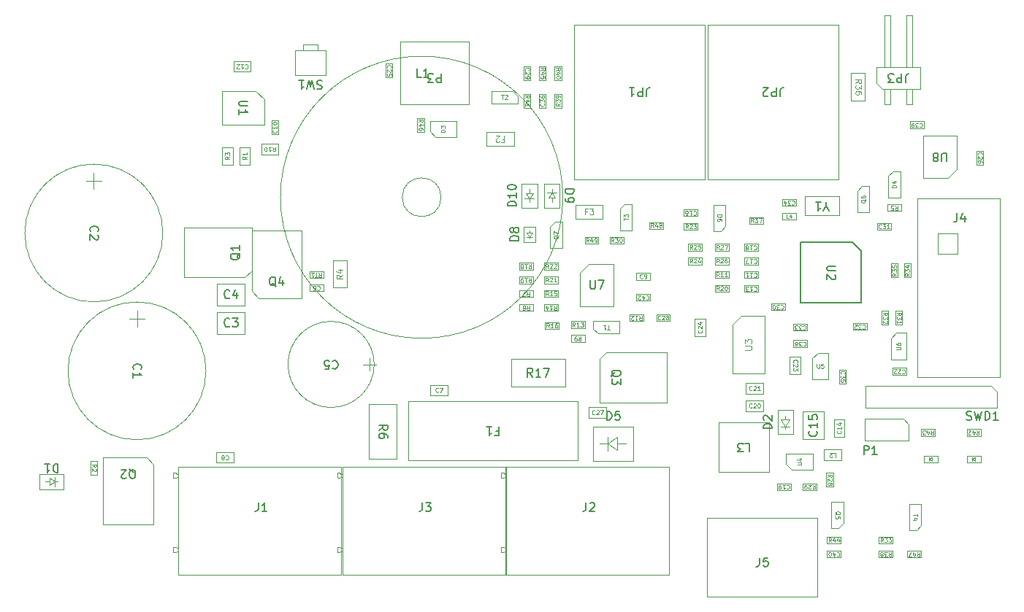
<source format=gbr>
%TF.GenerationSoftware,KiCad,Pcbnew,(2017-11-18 revision ff5ee05de)-makepkg*%
%TF.CreationDate,2017-12-11T11:21:48+01:00*%
%TF.ProjectId,MPPT_charger_20A,4D5050545F636861726765725F323041,0.9*%
%TF.SameCoordinates,Original*%
%TF.FileFunction,Other,Fab,Top*%
%FSLAX46Y46*%
G04 Gerber Fmt 4.6, Leading zero omitted, Abs format (unit mm)*
G04 Created by KiCad (PCBNEW (2017-11-18 revision ff5ee05de)-makepkg) date 12/11/17 11:21:48*
%MOMM*%
%LPD*%
G01*
G04 APERTURE LIST*
%ADD10C,0.100000*%
%ADD11C,0.150000*%
%ADD12C,0.075000*%
%ADD13C,0.105000*%
%ADD14C,0.120000*%
G04 APERTURE END LIST*
D10*
%TO.C,J1*%
X117100000Y-135700000D02*
X117300000Y-135700000D01*
X117000000Y-135800000D02*
X117100000Y-135700000D01*
X116700000Y-135800000D02*
X117000000Y-135800000D01*
X116700000Y-135200000D02*
X116700000Y-135800000D01*
X117000000Y-135200000D02*
X116700000Y-135200000D01*
X117100000Y-135300000D02*
X117000000Y-135200000D01*
X117300000Y-135300000D02*
X117100000Y-135300000D01*
X117100000Y-127100000D02*
X117300000Y-127100000D01*
X117000000Y-127200000D02*
X117100000Y-127100000D01*
X116700000Y-127200000D02*
X117000000Y-127200000D01*
X116700000Y-126600000D02*
X116700000Y-127200000D01*
X117000000Y-126600000D02*
X116700000Y-126600000D01*
X117100000Y-126700000D02*
X117000000Y-126600000D01*
X117300000Y-126700000D02*
X117100000Y-126700000D01*
X117300000Y-138400000D02*
X117300000Y-125900000D01*
X136200000Y-138400000D02*
X117300000Y-138400000D01*
X136200000Y-125900000D02*
X136200000Y-138400000D01*
X117300000Y-125900000D02*
X136200000Y-125900000D01*
%TO.C,J2*%
X155100000Y-135700000D02*
X155300000Y-135700000D01*
X155000000Y-135800000D02*
X155100000Y-135700000D01*
X154700000Y-135800000D02*
X155000000Y-135800000D01*
X154700000Y-135200000D02*
X154700000Y-135800000D01*
X155000000Y-135200000D02*
X154700000Y-135200000D01*
X155100000Y-135300000D02*
X155000000Y-135200000D01*
X155300000Y-135300000D02*
X155100000Y-135300000D01*
X155100000Y-127100000D02*
X155300000Y-127100000D01*
X155000000Y-127200000D02*
X155100000Y-127100000D01*
X154700000Y-127200000D02*
X155000000Y-127200000D01*
X154700000Y-126600000D02*
X154700000Y-127200000D01*
X155000000Y-126600000D02*
X154700000Y-126600000D01*
X155100000Y-126700000D02*
X155000000Y-126600000D01*
X155300000Y-126700000D02*
X155100000Y-126700000D01*
X155300000Y-138400000D02*
X155300000Y-125900000D01*
X174200000Y-138400000D02*
X155300000Y-138400000D01*
X174200000Y-125900000D02*
X174200000Y-138400000D01*
X155300000Y-125900000D02*
X174200000Y-125900000D01*
%TO.C,J3*%
X136100000Y-135700000D02*
X136300000Y-135700000D01*
X136000000Y-135800000D02*
X136100000Y-135700000D01*
X135700000Y-135800000D02*
X136000000Y-135800000D01*
X135700000Y-135200000D02*
X135700000Y-135800000D01*
X136000000Y-135200000D02*
X135700000Y-135200000D01*
X136100000Y-135300000D02*
X136000000Y-135200000D01*
X136300000Y-135300000D02*
X136100000Y-135300000D01*
X136100000Y-127100000D02*
X136300000Y-127100000D01*
X136000000Y-127200000D02*
X136100000Y-127100000D01*
X135700000Y-127200000D02*
X136000000Y-127200000D01*
X135700000Y-126600000D02*
X135700000Y-127200000D01*
X136000000Y-126600000D02*
X135700000Y-126600000D01*
X136100000Y-126700000D02*
X136000000Y-126600000D01*
X136300000Y-126700000D02*
X136100000Y-126700000D01*
X136300000Y-138400000D02*
X136300000Y-125900000D01*
X155200000Y-138400000D02*
X136300000Y-138400000D01*
X155200000Y-125900000D02*
X155200000Y-138400000D01*
X136300000Y-125900000D02*
X155200000Y-125900000D01*
%TO.C,F1*%
X163565000Y-118300000D02*
X163565000Y-125100000D01*
X143965000Y-118300000D02*
X163565000Y-118300000D01*
X143965000Y-125100000D02*
X143965000Y-118300000D01*
X163565000Y-125100000D02*
X143965000Y-125100000D01*
%TO.C,Q3*%
X173900000Y-112600000D02*
X173900000Y-118400000D01*
X173900000Y-118400000D02*
X166100000Y-118400000D01*
X166100000Y-118400000D02*
X166100000Y-113400000D01*
X166900000Y-112600000D02*
X173900000Y-112600000D01*
X166900000Y-112600000D02*
X166100000Y-113400000D01*
%TO.C,Q2*%
X114400000Y-132600000D02*
X108600000Y-132600000D01*
X108600000Y-132600000D02*
X108600000Y-124800000D01*
X108600000Y-124800000D02*
X113600000Y-124800000D01*
X114400000Y-125600000D02*
X114400000Y-132600000D01*
X114400000Y-125600000D02*
X113600000Y-124800000D01*
%TO.C,Q1*%
X118000000Y-103900000D02*
X118000000Y-98100000D01*
X118000000Y-98100000D02*
X125800000Y-98100000D01*
X125800000Y-98100000D02*
X125800000Y-103100000D01*
X125000000Y-103900000D02*
X118000000Y-103900000D01*
X125000000Y-103900000D02*
X125800000Y-103100000D01*
%TO.C,Q4*%
X125800000Y-98500000D02*
X131600000Y-98500000D01*
X131600000Y-98500000D02*
X131600000Y-106300000D01*
X131600000Y-106300000D02*
X126600000Y-106300000D01*
X125800000Y-105500000D02*
X125800000Y-98500000D01*
X125800000Y-105500000D02*
X126600000Y-106300000D01*
%TO.C,C23*%
X189420000Y-113100000D02*
X189420000Y-115100000D01*
X189420000Y-115100000D02*
X188180000Y-115100000D01*
X188180000Y-115100000D02*
X188180000Y-113100000D01*
X188180000Y-113100000D02*
X189420000Y-113100000D01*
%TO.C,C12*%
X125700000Y-78780000D02*
X125700000Y-80020000D01*
X123700000Y-78780000D02*
X125700000Y-78780000D01*
X123700000Y-80020000D02*
X123700000Y-78780000D01*
X125700000Y-80020000D02*
X123700000Y-80020000D01*
%TO.C,R35*%
X199900000Y-103900000D02*
X199900000Y-102300000D01*
X199900000Y-102300000D02*
X200700000Y-102300000D01*
X200700000Y-102300000D02*
X200700000Y-103900000D01*
X200700000Y-103900000D02*
X199900000Y-103900000D01*
%TO.C,Q6*%
X196000000Y-93850000D02*
X196000000Y-96300000D01*
X196550000Y-93280000D02*
X197400000Y-93280000D01*
X196000000Y-93850000D02*
X196550000Y-93280000D01*
X197400000Y-93280000D02*
X197400000Y-96320000D01*
X196000000Y-96320000D02*
X197400000Y-96320000D01*
%TO.C,JP3*%
X202360000Y-79460000D02*
X202360000Y-73460000D01*
X201720000Y-73460000D02*
X202360000Y-73460000D01*
X201720000Y-79460000D02*
X201720000Y-73460000D01*
X202360000Y-83820000D02*
X202360000Y-82000000D01*
X201720000Y-83820000D02*
X202360000Y-83820000D01*
X201720000Y-83820000D02*
X201720000Y-82000000D01*
X199820000Y-79460000D02*
X199820000Y-73460000D01*
X199180000Y-73460000D02*
X199820000Y-73460000D01*
X199180000Y-79460000D02*
X199180000Y-73460000D01*
X199820000Y-83820000D02*
X199820000Y-82000000D01*
X199180000Y-83820000D02*
X199820000Y-83820000D01*
X199180000Y-83820000D02*
X199180000Y-82000000D01*
X198865000Y-82000000D02*
X198230000Y-81365000D01*
X203310000Y-82000000D02*
X198865000Y-82000000D01*
X203310000Y-79460000D02*
X203310000Y-82000000D01*
X198230000Y-79460000D02*
X203310000Y-79460000D01*
X198230000Y-81365000D02*
X198230000Y-79460000D01*
%TO.C,L1*%
X161868567Y-94600000D02*
G75*
G03X161868567Y-94600000I-16368567J0D01*
G01*
X147750000Y-94600000D02*
G75*
G03X147750000Y-94600000I-2250000J0D01*
G01*
%TO.C,C28*%
X172700000Y-109000000D02*
X172700000Y-108200000D01*
X174300000Y-109000000D02*
X172700000Y-109000000D01*
X174300000Y-108200000D02*
X174300000Y-109000000D01*
X172700000Y-108200000D02*
X174300000Y-108200000D01*
%TO.C,C27*%
X164900000Y-118980000D02*
X166900000Y-118980000D01*
X166900000Y-118980000D02*
X166900000Y-120220000D01*
X166900000Y-120220000D02*
X164900000Y-120220000D01*
X164900000Y-120220000D02*
X164900000Y-118980000D01*
%TO.C,C7*%
X146500000Y-117620000D02*
X146500000Y-116380000D01*
X148500000Y-117620000D02*
X146500000Y-117620000D01*
X148500000Y-116380000D02*
X148500000Y-117620000D01*
X146500000Y-116380000D02*
X148500000Y-116380000D01*
%TO.C,D5*%
X170000000Y-125200000D02*
X165400000Y-125200000D01*
X165400000Y-125200000D02*
X165400000Y-121200000D01*
X170000000Y-121200000D02*
X170000000Y-125200000D01*
X170000000Y-121200000D02*
X165400000Y-121200000D01*
X167050560Y-123201020D02*
X166148860Y-123201020D01*
X168201180Y-123201020D02*
X169199400Y-123201020D01*
X167050560Y-122400920D02*
X167050560Y-124001120D01*
X168201180Y-123950320D02*
X168201180Y-122400920D01*
X167050560Y-123201020D02*
X168201180Y-123950320D01*
X167050560Y-123201020D02*
X168201180Y-122400920D01*
%TO.C,D8*%
X157300000Y-99800000D02*
X157300000Y-98000000D01*
X157300000Y-98000000D02*
X158700000Y-98000000D01*
X158700000Y-98000000D02*
X158700000Y-99800000D01*
X158700000Y-99800000D02*
X157300000Y-99800000D01*
X157650000Y-99200000D02*
X158350000Y-99200000D01*
X158000000Y-99200000D02*
X158000000Y-99400000D01*
X158000000Y-99200000D02*
X157650000Y-98700000D01*
X157650000Y-98700000D02*
X158350000Y-98700000D01*
X158350000Y-98700000D02*
X158000000Y-99200000D01*
X158000000Y-98700000D02*
X158000000Y-98450000D01*
%TO.C,R5*%
X201100000Y-96200000D02*
X199500000Y-96200000D01*
X199500000Y-96200000D02*
X199500000Y-95400000D01*
X199500000Y-95400000D02*
X201100000Y-95400000D01*
X201100000Y-95400000D02*
X201100000Y-96200000D01*
%TO.C,R49*%
X164400000Y-100000000D02*
X164400000Y-99200000D01*
X166000000Y-100000000D02*
X164400000Y-100000000D01*
X166000000Y-99200000D02*
X166000000Y-100000000D01*
X164400000Y-99200000D02*
X166000000Y-99200000D01*
%TO.C,R48*%
X171900000Y-97500000D02*
X173500000Y-97500000D01*
X173500000Y-97500000D02*
X173500000Y-98300000D01*
X173500000Y-98300000D02*
X171900000Y-98300000D01*
X171900000Y-98300000D02*
X171900000Y-97500000D01*
%TO.C,R30*%
X167300000Y-100000000D02*
X167300000Y-99200000D01*
X168900000Y-100000000D02*
X167300000Y-100000000D01*
X168900000Y-99200000D02*
X168900000Y-100000000D01*
X167300000Y-99200000D02*
X168900000Y-99200000D01*
%TO.C,T3*%
X168500000Y-98420000D02*
X169900000Y-98420000D01*
X169900000Y-95380000D02*
X169900000Y-98420000D01*
X168500000Y-95950000D02*
X169050000Y-95380000D01*
X169050000Y-95380000D02*
X169900000Y-95380000D01*
X168500000Y-95950000D02*
X168500000Y-98400000D01*
%TO.C,Q7*%
X160400000Y-100520000D02*
X161800000Y-100520000D01*
X161800000Y-97480000D02*
X161800000Y-100520000D01*
X160400000Y-98050000D02*
X160950000Y-97480000D01*
X160950000Y-97480000D02*
X161800000Y-97480000D01*
X160400000Y-98050000D02*
X160400000Y-100500000D01*
%TO.C,U7*%
X163850000Y-103350000D02*
X164850000Y-102350000D01*
X163850000Y-107250000D02*
X163850000Y-103350000D01*
X167750000Y-107250000D02*
X163850000Y-107250000D01*
X167750000Y-102350000D02*
X167750000Y-107250000D01*
X164850000Y-102350000D02*
X167750000Y-102350000D01*
%TO.C,C4*%
X121800000Y-107150000D02*
X121800000Y-104650000D01*
X125000000Y-107150000D02*
X121800000Y-107150000D01*
X125000000Y-104650000D02*
X125000000Y-107150000D01*
X121800000Y-104650000D02*
X125000000Y-104650000D01*
%TO.C,U1*%
X127250000Y-83250000D02*
X127250000Y-86150000D01*
X127250000Y-86150000D02*
X122350000Y-86150000D01*
X122350000Y-86150000D02*
X122350000Y-82250000D01*
X122350000Y-82250000D02*
X126250000Y-82250000D01*
X126250000Y-82250000D02*
X127250000Y-83250000D01*
%TO.C,U8*%
X206550000Y-92350000D02*
X203650000Y-92350000D01*
X203650000Y-92350000D02*
X203650000Y-87450000D01*
X203650000Y-87450000D02*
X207550000Y-87450000D01*
X207550000Y-87450000D02*
X207550000Y-91350000D01*
X207550000Y-91350000D02*
X206550000Y-92350000D01*
%TO.C,D3*%
X146450000Y-85800000D02*
X149550000Y-85800000D01*
X149550000Y-85800000D02*
X149550000Y-87600000D01*
X147100000Y-87600000D02*
X149550000Y-87600000D01*
X146450000Y-85800000D02*
X146450000Y-86950000D01*
X147100000Y-87600000D02*
X146450000Y-86950000D01*
%TO.C,U4*%
X187765391Y-124392647D02*
X190865391Y-124392647D01*
X190865391Y-124392647D02*
X190865391Y-126192647D01*
X188415391Y-126192647D02*
X190865391Y-126192647D01*
X187765391Y-124392647D02*
X187765391Y-125542647D01*
X188415391Y-126192647D02*
X187765391Y-125542647D01*
%TO.C,Y1*%
X193900000Y-94500000D02*
X193900000Y-96700000D01*
X189900000Y-94500000D02*
X193900000Y-94500000D01*
X189900000Y-96700000D02*
X189900000Y-94500000D01*
X193900000Y-96700000D02*
X189900000Y-96700000D01*
%TO.C,LED1*%
X209300000Y-124800000D02*
X209300000Y-125200000D01*
X209350000Y-125000000D02*
X209650000Y-124800000D01*
X209650000Y-125200000D02*
X209350000Y-125000000D01*
X209650000Y-124800000D02*
X209650000Y-125200000D01*
X210300000Y-125400000D02*
X208700000Y-125400000D01*
X210300000Y-124600000D02*
X210300000Y-125400000D01*
X208700000Y-124600000D02*
X210300000Y-124600000D01*
X208700000Y-125400000D02*
X208700000Y-124600000D01*
%TO.C,LED2*%
X203700000Y-125400000D02*
X203700000Y-124600000D01*
X203700000Y-124600000D02*
X205300000Y-124600000D01*
X205300000Y-124600000D02*
X205300000Y-125400000D01*
X205300000Y-125400000D02*
X203700000Y-125400000D01*
X204650000Y-124800000D02*
X204650000Y-125200000D01*
X204650000Y-125200000D02*
X204350000Y-125000000D01*
X204350000Y-125000000D02*
X204650000Y-124800000D01*
X204300000Y-124800000D02*
X204300000Y-125200000D01*
%TO.C,C15*%
X189650000Y-122700000D02*
X189650000Y-119500000D01*
X189650000Y-119500000D02*
X192150000Y-119500000D01*
X192150000Y-119500000D02*
X192150000Y-122700000D01*
X192150000Y-122700000D02*
X189650000Y-122700000D01*
%TO.C,SW1*%
X133450000Y-76900000D02*
X131750000Y-76900000D01*
X131750000Y-76900000D02*
X131750000Y-77550000D01*
X133450000Y-76900000D02*
X133450000Y-77550000D01*
X134350000Y-80450000D02*
X130850000Y-80450000D01*
X130850000Y-80450000D02*
X130850000Y-77550000D01*
X130850000Y-77550000D02*
X134350000Y-77550000D01*
X134350000Y-77550000D02*
X134350000Y-80400000D01*
%TO.C,D4*%
X199600000Y-92150000D02*
X199600000Y-94600000D01*
X200150000Y-91580000D02*
X201000000Y-91580000D01*
X199600000Y-92150000D02*
X200150000Y-91580000D01*
X201000000Y-91580000D02*
X201000000Y-94620000D01*
X199600000Y-94620000D02*
X201000000Y-94620000D01*
%TO.C,D1*%
X102350000Y-127600000D02*
X101850000Y-127600000D01*
X102350000Y-127200000D02*
X102950000Y-127600000D01*
X102350000Y-128000000D02*
X102350000Y-127200000D01*
X102950000Y-127600000D02*
X102350000Y-128000000D01*
X102950000Y-127600000D02*
X102950000Y-127050000D01*
X102950000Y-127600000D02*
X102950000Y-128150000D01*
X103350000Y-127600000D02*
X102950000Y-127600000D01*
X104000000Y-126700000D02*
X104000000Y-128500000D01*
X101200000Y-126700000D02*
X104000000Y-126700000D01*
X101200000Y-128500000D02*
X101200000Y-126700000D01*
X104000000Y-128500000D02*
X101200000Y-128500000D01*
%TO.C,D9*%
X160600000Y-94650000D02*
X160600000Y-95150000D01*
X160200000Y-94650000D02*
X160600000Y-94050000D01*
X161000000Y-94650000D02*
X160200000Y-94650000D01*
X160600000Y-94050000D02*
X161000000Y-94650000D01*
X160600000Y-94050000D02*
X160050000Y-94050000D01*
X160600000Y-94050000D02*
X161150000Y-94050000D01*
X160600000Y-93650000D02*
X160600000Y-94050000D01*
X159700000Y-93000000D02*
X161500000Y-93000000D01*
X159700000Y-95800000D02*
X159700000Y-93000000D01*
X161500000Y-95800000D02*
X159700000Y-95800000D01*
X161500000Y-93000000D02*
X161500000Y-95800000D01*
%TO.C,D10*%
X158000000Y-94150000D02*
X158000000Y-93650000D01*
X158400000Y-94150000D02*
X158000000Y-94750000D01*
X157600000Y-94150000D02*
X158400000Y-94150000D01*
X158000000Y-94750000D02*
X157600000Y-94150000D01*
X158000000Y-94750000D02*
X158550000Y-94750000D01*
X158000000Y-94750000D02*
X157450000Y-94750000D01*
X158000000Y-95150000D02*
X158000000Y-94750000D01*
X158900000Y-95800000D02*
X157100000Y-95800000D01*
X158900000Y-93000000D02*
X158900000Y-95800000D01*
X157100000Y-93000000D02*
X158900000Y-93000000D01*
X157100000Y-95800000D02*
X157100000Y-93000000D01*
%TO.C,R31*%
X201200000Y-107800000D02*
X201200000Y-109400000D01*
X201200000Y-109400000D02*
X200400000Y-109400000D01*
X200400000Y-109400000D02*
X200400000Y-107800000D01*
X200400000Y-107800000D02*
X201200000Y-107800000D01*
%TO.C,C42*%
X172000000Y-106600000D02*
X170400000Y-106600000D01*
X170400000Y-106600000D02*
X170400000Y-105800000D01*
X170400000Y-105800000D02*
X172000000Y-105800000D01*
X172000000Y-105800000D02*
X172000000Y-106600000D01*
%TO.C,D2*%
X187652468Y-120398646D02*
X187652468Y-119998646D01*
X187152468Y-120398646D02*
X187652468Y-121198646D01*
X188152468Y-120398646D02*
X187152468Y-120398646D01*
X187652468Y-121198646D02*
X188152468Y-120398646D01*
X187652468Y-121198646D02*
X188152468Y-121198646D01*
X187652468Y-121198646D02*
X187152468Y-121198646D01*
X187652468Y-121498646D02*
X187652468Y-121198646D01*
X188552468Y-122098646D02*
X186752468Y-122098646D01*
X188552468Y-119298646D02*
X188552468Y-122098646D01*
X186752468Y-119298646D02*
X188552468Y-119298646D01*
X186752468Y-122098646D02*
X186752468Y-119298646D01*
%TO.C,L3*%
X179952468Y-126498646D02*
X179952468Y-120698646D01*
X185752468Y-126498646D02*
X185752468Y-120698646D01*
X185752468Y-126498646D02*
X179952468Y-126498646D01*
X179952468Y-120698646D02*
X185752468Y-120698646D01*
%TO.C,J4*%
X205300000Y-98800000D02*
X207600000Y-98800000D01*
X205300000Y-101200000D02*
X205300000Y-98800000D01*
X207600000Y-101200000D02*
X205300000Y-101200000D01*
X207600000Y-98800000D02*
X207600000Y-101200000D01*
X203000000Y-94700000D02*
X212500000Y-94700000D01*
X203000000Y-115500000D02*
X203000000Y-94700000D01*
X212500000Y-115500000D02*
X203000000Y-115500000D01*
X212500000Y-94700000D02*
X212500000Y-115500000D01*
%TO.C,C11*%
X184500000Y-104000000D02*
X182900000Y-104000000D01*
X182900000Y-104000000D02*
X182900000Y-103200000D01*
X182900000Y-103200000D02*
X184500000Y-103200000D01*
X184500000Y-103200000D02*
X184500000Y-104000000D01*
%TO.C,C5*%
X140000000Y-114000000D02*
G75*
G03X140000000Y-114000000I-5000000J0D01*
G01*
X140200000Y-114000000D02*
X138700000Y-114000000D01*
X139450000Y-114750000D02*
X139450000Y-113250000D01*
%TO.C,R6*%
X142600000Y-118650000D02*
X142600000Y-124950000D01*
X142600000Y-124950000D02*
X139400000Y-124950000D01*
X139400000Y-124950000D02*
X139400000Y-118650000D01*
X139400000Y-118650000D02*
X142600000Y-118650000D01*
%TO.C,R10*%
X128900000Y-89620000D02*
X126900000Y-89620000D01*
X126900000Y-89620000D02*
X126900000Y-88380000D01*
X126900000Y-88380000D02*
X128900000Y-88380000D01*
X128900000Y-88380000D02*
X128900000Y-89620000D01*
%TO.C,Q5*%
X194400000Y-132450000D02*
X194400000Y-130000000D01*
X193850000Y-133020000D02*
X193000000Y-133020000D01*
X194400000Y-132450000D02*
X193850000Y-133020000D01*
X193000000Y-133020000D02*
X193000000Y-129980000D01*
X194400000Y-129980000D02*
X193000000Y-129980000D01*
%TO.C,T4*%
X203400000Y-132700000D02*
X203400000Y-130250000D01*
X202850000Y-133270000D02*
X202000000Y-133270000D01*
X203400000Y-132700000D02*
X202850000Y-133270000D01*
X202000000Y-133270000D02*
X202000000Y-130230000D01*
X203400000Y-130230000D02*
X202000000Y-130230000D01*
%TO.C,F3*%
X163300000Y-95500000D02*
X166500000Y-95500000D01*
X166500000Y-95500000D02*
X166500000Y-97100000D01*
X166500000Y-97100000D02*
X163300000Y-97100000D01*
X163300000Y-97100000D02*
X163300000Y-95500000D01*
%TO.C,R33*%
X198500000Y-134000000D02*
X200100000Y-134000000D01*
X200100000Y-134000000D02*
X200100000Y-134800000D01*
X200100000Y-134800000D02*
X198500000Y-134800000D01*
X198500000Y-134800000D02*
X198500000Y-134000000D01*
%TO.C,R38*%
X200100000Y-136400000D02*
X198500000Y-136400000D01*
X198500000Y-136400000D02*
X198500000Y-135600000D01*
X198500000Y-135600000D02*
X200100000Y-135600000D01*
X200100000Y-135600000D02*
X200100000Y-136400000D01*
%TO.C,R47*%
X203400000Y-136400000D02*
X201800000Y-136400000D01*
X201800000Y-136400000D02*
X201800000Y-135600000D01*
X201800000Y-135600000D02*
X203400000Y-135600000D01*
X203400000Y-135600000D02*
X203400000Y-136400000D01*
%TO.C,J5*%
X178600000Y-141000000D02*
X178600000Y-131800000D01*
X191400000Y-141000000D02*
X178600000Y-141000000D01*
X191400000Y-131800000D02*
X191400000Y-141000000D01*
X178600000Y-131800000D02*
X191400000Y-131800000D01*
%TO.C,R1*%
X124380000Y-90800000D02*
X124380000Y-88800000D01*
X124380000Y-88800000D02*
X125620000Y-88800000D01*
X125620000Y-88800000D02*
X125620000Y-90800000D01*
X125620000Y-90800000D02*
X124380000Y-90800000D01*
%TO.C,C3*%
X121800000Y-107950000D02*
X125000000Y-107950000D01*
X125000000Y-107950000D02*
X125000000Y-110450000D01*
X125000000Y-110450000D02*
X121800000Y-110450000D01*
X121800000Y-110450000D02*
X121800000Y-107950000D01*
%TO.C,T2*%
X156050000Y-82300000D02*
X153600000Y-82300000D01*
X156620000Y-82850000D02*
X156620000Y-83700000D01*
X156050000Y-82300000D02*
X156620000Y-82850000D01*
X156620000Y-83700000D02*
X153580000Y-83700000D01*
X153580000Y-82300000D02*
X153580000Y-83700000D01*
%TO.C,T1*%
X165950000Y-110400000D02*
X168400000Y-110400000D01*
X165380000Y-109850000D02*
X165380000Y-109000000D01*
X165950000Y-110400000D02*
X165380000Y-109850000D01*
X165380000Y-109000000D02*
X168420000Y-109000000D01*
X168420000Y-110400000D02*
X168420000Y-109000000D01*
%TO.C,P3*%
X151000000Y-76500000D02*
X151000000Y-83800000D01*
X143000000Y-76500000D02*
X151000000Y-76500000D01*
X143000000Y-83800000D02*
X143000000Y-76500000D01*
X151000000Y-83800000D02*
X143000000Y-83800000D01*
%TO.C,C1*%
X113400000Y-108700000D02*
X111600000Y-108700000D01*
X112500000Y-107800000D02*
X112500000Y-109600000D01*
X120500000Y-114750000D02*
G75*
G03X120500000Y-114750000I-8000000J0D01*
G01*
%TO.C,C2*%
X108400000Y-92700000D02*
X106600000Y-92700000D01*
X107500000Y-91800000D02*
X107500000Y-93600000D01*
X115500000Y-98750000D02*
G75*
G03X115500000Y-98750000I-8000000J0D01*
G01*
%TO.C,R36*%
X196900000Y-80200000D02*
X196900000Y-83400000D01*
X196900000Y-83400000D02*
X195300000Y-83400000D01*
X195300000Y-83400000D02*
X195300000Y-80200000D01*
X195300000Y-80200000D02*
X196900000Y-80200000D01*
%TO.C,F2*%
X156200000Y-88600000D02*
X153000000Y-88600000D01*
X153000000Y-88600000D02*
X153000000Y-87000000D01*
X153000000Y-87000000D02*
X156200000Y-87000000D01*
X156200000Y-87000000D02*
X156200000Y-88600000D01*
%TO.C,C22*%
X201700000Y-115200000D02*
X200100000Y-115200000D01*
X200100000Y-115200000D02*
X200100000Y-114400000D01*
X200100000Y-114400000D02*
X201700000Y-114400000D01*
X201700000Y-114400000D02*
X201700000Y-115200000D01*
%TO.C,C24*%
X177180000Y-110700000D02*
X177180000Y-108700000D01*
X177180000Y-108700000D02*
X178420000Y-108700000D01*
X178420000Y-108700000D02*
X178420000Y-110700000D01*
X178420000Y-110700000D02*
X177180000Y-110700000D01*
%TO.C,U6*%
X199900000Y-111000000D02*
X200550000Y-110350000D01*
X201700000Y-110350000D02*
X200550000Y-110350000D01*
X199900000Y-111000000D02*
X199900000Y-113450000D01*
X201700000Y-113450000D02*
X199900000Y-113450000D01*
X201700000Y-110350000D02*
X201700000Y-113450000D01*
%TO.C,JP1*%
X178350000Y-74550000D02*
X178350000Y-92550000D01*
X163150000Y-74550000D02*
X178350000Y-74550000D01*
X163150000Y-92550000D02*
X163150000Y-74550000D01*
X178350000Y-92550000D02*
X163150000Y-92550000D01*
%TO.C,JP2*%
X193850000Y-74550000D02*
X193850000Y-92550000D01*
X178650000Y-74550000D02*
X193850000Y-74550000D01*
X178650000Y-92550000D02*
X178650000Y-74550000D01*
X193850000Y-92550000D02*
X178650000Y-92550000D01*
%TO.C,C33*%
X190200000Y-110100000D02*
X188600000Y-110100000D01*
X188600000Y-110100000D02*
X188600000Y-109300000D01*
X188600000Y-109300000D02*
X190200000Y-109300000D01*
X190200000Y-109300000D02*
X190200000Y-110100000D01*
%TO.C,C30*%
X187600000Y-107700000D02*
X186000000Y-107700000D01*
X186000000Y-107700000D02*
X186000000Y-106900000D01*
X186000000Y-106900000D02*
X187600000Y-106900000D01*
X187600000Y-106900000D02*
X187600000Y-107700000D01*
%TO.C,C9*%
X170400000Y-103400000D02*
X172000000Y-103400000D01*
X172000000Y-103400000D02*
X172000000Y-104200000D01*
X172000000Y-104200000D02*
X170400000Y-104200000D01*
X170400000Y-104200000D02*
X170400000Y-103400000D01*
%TO.C,C18*%
X184500000Y-100800000D02*
X182900000Y-100800000D01*
X182900000Y-100800000D02*
X182900000Y-100000000D01*
X182900000Y-100000000D02*
X184500000Y-100000000D01*
X184500000Y-100000000D02*
X184500000Y-100800000D01*
%TO.C,C25*%
X142100000Y-79100000D02*
X142100000Y-80700000D01*
X142100000Y-80700000D02*
X141300000Y-80700000D01*
X141300000Y-80700000D02*
X141300000Y-79100000D01*
X141300000Y-79100000D02*
X142100000Y-79100000D01*
%TO.C,C10*%
X128100000Y-87300000D02*
X128100000Y-85700000D01*
X128100000Y-85700000D02*
X128900000Y-85700000D01*
X128900000Y-85700000D02*
X128900000Y-87300000D01*
X128900000Y-87300000D02*
X128100000Y-87300000D01*
%TO.C,C26*%
X210600000Y-89200000D02*
X210600000Y-90800000D01*
X210600000Y-90800000D02*
X209800000Y-90800000D01*
X209800000Y-90800000D02*
X209800000Y-89200000D01*
X209800000Y-89200000D02*
X210600000Y-89200000D01*
%TO.C,C29*%
X158100000Y-79400000D02*
X158100000Y-81000000D01*
X158100000Y-81000000D02*
X157300000Y-81000000D01*
X157300000Y-81000000D02*
X157300000Y-79400000D01*
X157300000Y-79400000D02*
X158100000Y-79400000D01*
%TO.C,C31*%
X198300000Y-97600000D02*
X199900000Y-97600000D01*
X199900000Y-97600000D02*
X199900000Y-98400000D01*
X199900000Y-98400000D02*
X198300000Y-98400000D01*
X198300000Y-98400000D02*
X198300000Y-97600000D01*
%TO.C,C32*%
X197100000Y-110000000D02*
X195500000Y-110000000D01*
X195500000Y-110000000D02*
X195500000Y-109200000D01*
X195500000Y-109200000D02*
X197100000Y-109200000D01*
X197100000Y-109200000D02*
X197100000Y-110000000D01*
%TO.C,C16*%
X177500000Y-96800000D02*
X175900000Y-96800000D01*
X175900000Y-96800000D02*
X175900000Y-96000000D01*
X175900000Y-96000000D02*
X177500000Y-96000000D01*
X177500000Y-96000000D02*
X177500000Y-96800000D01*
%TO.C,C17*%
X184500000Y-102400000D02*
X182900000Y-102400000D01*
X182900000Y-102400000D02*
X182900000Y-101600000D01*
X182900000Y-101600000D02*
X184500000Y-101600000D01*
X184500000Y-101600000D02*
X184500000Y-102400000D01*
%TO.C,C35*%
X194700000Y-114600000D02*
X194700000Y-116200000D01*
X194700000Y-116200000D02*
X193900000Y-116200000D01*
X193900000Y-116200000D02*
X193900000Y-114600000D01*
X193900000Y-114600000D02*
X194700000Y-114600000D01*
%TO.C,C40*%
X194100000Y-136400000D02*
X192500000Y-136400000D01*
X192500000Y-136400000D02*
X192500000Y-135600000D01*
X192500000Y-135600000D02*
X194100000Y-135600000D01*
X194100000Y-135600000D02*
X194100000Y-136400000D01*
%TO.C,C39*%
X203700000Y-86600000D02*
X202100000Y-86600000D01*
X202100000Y-86600000D02*
X202100000Y-85800000D01*
X202100000Y-85800000D02*
X203700000Y-85800000D01*
X203700000Y-85800000D02*
X203700000Y-86600000D01*
%TO.C,C38*%
X190200000Y-112000000D02*
X188600000Y-112000000D01*
X188600000Y-112000000D02*
X188600000Y-111200000D01*
X188600000Y-111200000D02*
X190200000Y-111200000D01*
X190200000Y-111200000D02*
X190200000Y-112000000D01*
%TO.C,C36*%
X159100000Y-84200000D02*
X159100000Y-82600000D01*
X159100000Y-82600000D02*
X159900000Y-82600000D01*
X159900000Y-82600000D02*
X159900000Y-84200000D01*
X159900000Y-84200000D02*
X159100000Y-84200000D01*
%TO.C,C13*%
X184500000Y-105600000D02*
X182900000Y-105600000D01*
X182900000Y-105600000D02*
X182900000Y-104800000D01*
X182900000Y-104800000D02*
X184500000Y-104800000D01*
X184500000Y-104800000D02*
X184500000Y-105600000D01*
%TO.C,C6*%
X134100000Y-105500000D02*
X132500000Y-105500000D01*
X132500000Y-105500000D02*
X132500000Y-104700000D01*
X132500000Y-104700000D02*
X134100000Y-104700000D01*
X134100000Y-104700000D02*
X134100000Y-105500000D01*
%TO.C,C19*%
X188300000Y-128600000D02*
X186700000Y-128600000D01*
X186700000Y-128600000D02*
X186700000Y-127800000D01*
X186700000Y-127800000D02*
X188300000Y-127800000D01*
X188300000Y-127800000D02*
X188300000Y-128600000D01*
%TO.C,C34*%
X188900000Y-95600000D02*
X187300000Y-95600000D01*
X187300000Y-95600000D02*
X187300000Y-94800000D01*
X187300000Y-94800000D02*
X188900000Y-94800000D01*
X188900000Y-94800000D02*
X188900000Y-95600000D01*
%TO.C,C21*%
X183100000Y-116178646D02*
X185100000Y-116178646D01*
X185100000Y-116178646D02*
X185100000Y-117418646D01*
X185100000Y-117418646D02*
X183100000Y-117418646D01*
X183100000Y-117418646D02*
X183100000Y-116178646D01*
%TO.C,C20*%
X183100000Y-118180000D02*
X185100000Y-118180000D01*
X185100000Y-118180000D02*
X185100000Y-119420000D01*
X185100000Y-119420000D02*
X183100000Y-119420000D01*
X183100000Y-119420000D02*
X183100000Y-118180000D01*
%TO.C,C8*%
X123700000Y-125420000D02*
X121700000Y-125420000D01*
X121700000Y-125420000D02*
X121700000Y-124180000D01*
X121700000Y-124180000D02*
X123700000Y-124180000D01*
X123700000Y-124180000D02*
X123700000Y-125420000D01*
%TO.C,C14*%
X193280000Y-122400000D02*
X193280000Y-120400000D01*
X193280000Y-120400000D02*
X194520000Y-120400000D01*
X194520000Y-120400000D02*
X194520000Y-122400000D01*
X194520000Y-122400000D02*
X193280000Y-122400000D01*
%TO.C,R43*%
X205000000Y-122300000D02*
X203400000Y-122300000D01*
X203400000Y-122300000D02*
X203400000Y-121500000D01*
X203400000Y-121500000D02*
X205000000Y-121500000D01*
X205000000Y-121500000D02*
X205000000Y-122300000D01*
%TO.C,R34*%
X201400000Y-103900000D02*
X201400000Y-102300000D01*
X201400000Y-102300000D02*
X202200000Y-102300000D01*
X202200000Y-102300000D02*
X202200000Y-103900000D01*
X202200000Y-103900000D02*
X201400000Y-103900000D01*
%TO.C,R37*%
X183500000Y-96900000D02*
X185100000Y-96900000D01*
X185100000Y-96900000D02*
X185100000Y-97700000D01*
X185100000Y-97700000D02*
X183500000Y-97700000D01*
X183500000Y-97700000D02*
X183500000Y-96900000D01*
%TO.C,R39*%
X160900000Y-84200000D02*
X160900000Y-82600000D01*
X160900000Y-82600000D02*
X161700000Y-82600000D01*
X161700000Y-82600000D02*
X161700000Y-84200000D01*
X161700000Y-84200000D02*
X160900000Y-84200000D01*
%TO.C,R41*%
X158100000Y-82600000D02*
X158100000Y-84200000D01*
X158100000Y-84200000D02*
X157300000Y-84200000D01*
X157300000Y-84200000D02*
X157300000Y-82600000D01*
X157300000Y-82600000D02*
X158100000Y-82600000D01*
%TO.C,R42*%
X210300000Y-122300000D02*
X208700000Y-122300000D01*
X208700000Y-122300000D02*
X208700000Y-121500000D01*
X208700000Y-121500000D02*
X210300000Y-121500000D01*
X210300000Y-121500000D02*
X210300000Y-122300000D01*
%TO.C,R44*%
X192500000Y-134000000D02*
X194100000Y-134000000D01*
X194100000Y-134000000D02*
X194100000Y-134800000D01*
X194100000Y-134800000D02*
X192500000Y-134800000D01*
X192500000Y-134800000D02*
X192500000Y-134000000D01*
%TO.C,R45*%
X159900000Y-79400000D02*
X159900000Y-81000000D01*
X159900000Y-81000000D02*
X159100000Y-81000000D01*
X159100000Y-81000000D02*
X159100000Y-79400000D01*
X159100000Y-79400000D02*
X159900000Y-79400000D01*
%TO.C,R11*%
X179500000Y-103200000D02*
X181100000Y-103200000D01*
X181100000Y-103200000D02*
X181100000Y-104000000D01*
X181100000Y-104000000D02*
X179500000Y-104000000D01*
X179500000Y-104000000D02*
X179500000Y-103200000D01*
%TO.C,R46*%
X145800000Y-85400000D02*
X145800000Y-87000000D01*
X145800000Y-87000000D02*
X145000000Y-87000000D01*
X145000000Y-87000000D02*
X145000000Y-85400000D01*
X145000000Y-85400000D02*
X145800000Y-85400000D01*
%TO.C,RT1*%
X134100000Y-103200000D02*
X134100000Y-104000000D01*
X132500000Y-103200000D02*
X134100000Y-103200000D01*
X132500000Y-104000000D02*
X132500000Y-103200000D01*
X134100000Y-104000000D02*
X132500000Y-104000000D01*
%TO.C,R7*%
X158400000Y-106200000D02*
X156800000Y-106200000D01*
X156800000Y-106200000D02*
X156800000Y-105400000D01*
X156800000Y-105400000D02*
X158400000Y-105400000D01*
X158400000Y-105400000D02*
X158400000Y-106200000D01*
%TO.C,R8*%
X158400000Y-107800000D02*
X156800000Y-107800000D01*
X156800000Y-107800000D02*
X156800000Y-107000000D01*
X156800000Y-107000000D02*
X158400000Y-107000000D01*
X158400000Y-107000000D02*
X158400000Y-107800000D01*
%TO.C,R9*%
X164400000Y-111400000D02*
X162800000Y-111400000D01*
X162800000Y-111400000D02*
X162800000Y-110600000D01*
X162800000Y-110600000D02*
X164400000Y-110600000D01*
X164400000Y-110600000D02*
X164400000Y-111400000D01*
%TO.C,R26*%
X179500000Y-101600000D02*
X181100000Y-101600000D01*
X181100000Y-101600000D02*
X181100000Y-102400000D01*
X181100000Y-102400000D02*
X179500000Y-102400000D01*
X179500000Y-102400000D02*
X179500000Y-101600000D01*
%TO.C,R32*%
X199600000Y-107800000D02*
X199600000Y-109400000D01*
X199600000Y-109400000D02*
X198800000Y-109400000D01*
X198800000Y-109400000D02*
X198800000Y-107800000D01*
X198800000Y-107800000D02*
X199600000Y-107800000D01*
%TO.C,R12*%
X171200000Y-109000000D02*
X169600000Y-109000000D01*
X169600000Y-109000000D02*
X169600000Y-108200000D01*
X169600000Y-108200000D02*
X171200000Y-108200000D01*
X171200000Y-108200000D02*
X171200000Y-109000000D01*
%TO.C,R21*%
X159700000Y-103800000D02*
X161300000Y-103800000D01*
X161300000Y-103800000D02*
X161300000Y-104600000D01*
X161300000Y-104600000D02*
X159700000Y-104600000D01*
X159700000Y-104600000D02*
X159700000Y-103800000D01*
%TO.C,R22*%
X159700000Y-102200000D02*
X161300000Y-102200000D01*
X161300000Y-102200000D02*
X161300000Y-103000000D01*
X161300000Y-103000000D02*
X159700000Y-103000000D01*
X159700000Y-103000000D02*
X159700000Y-102200000D01*
%TO.C,R23*%
X175900000Y-97600000D02*
X177500000Y-97600000D01*
X177500000Y-97600000D02*
X177500000Y-98400000D01*
X177500000Y-98400000D02*
X175900000Y-98400000D01*
X175900000Y-98400000D02*
X175900000Y-97600000D01*
%TO.C,R24*%
X176400000Y-101600000D02*
X178000000Y-101600000D01*
X178000000Y-101600000D02*
X178000000Y-102400000D01*
X178000000Y-102400000D02*
X176400000Y-102400000D01*
X176400000Y-102400000D02*
X176400000Y-101600000D01*
%TO.C,R25*%
X176400000Y-100000000D02*
X178000000Y-100000000D01*
X178000000Y-100000000D02*
X178000000Y-100800000D01*
X178000000Y-100800000D02*
X176400000Y-100800000D01*
X176400000Y-100800000D02*
X176400000Y-100000000D01*
%TO.C,R20*%
X179500000Y-104800000D02*
X181100000Y-104800000D01*
X181100000Y-104800000D02*
X181100000Y-105600000D01*
X181100000Y-105600000D02*
X179500000Y-105600000D01*
X179500000Y-105600000D02*
X179500000Y-104800000D01*
%TO.C,R27*%
X179500000Y-100000000D02*
X181100000Y-100000000D01*
X181100000Y-100000000D02*
X181100000Y-100800000D01*
X181100000Y-100800000D02*
X179500000Y-100800000D01*
X179500000Y-100800000D02*
X179500000Y-100000000D01*
%TO.C,R28*%
X193200000Y-126600000D02*
X193200000Y-128200000D01*
X193200000Y-128200000D02*
X192400000Y-128200000D01*
X192400000Y-128200000D02*
X192400000Y-126600000D01*
X192400000Y-126600000D02*
X193200000Y-126600000D01*
%TO.C,R19*%
X158400000Y-104600000D02*
X156800000Y-104600000D01*
X156800000Y-104600000D02*
X156800000Y-103800000D01*
X156800000Y-103800000D02*
X158400000Y-103800000D01*
X158400000Y-103800000D02*
X158400000Y-104600000D01*
%TO.C,R29*%
X191300000Y-128600000D02*
X189700000Y-128600000D01*
X189700000Y-128600000D02*
X189700000Y-127800000D01*
X189700000Y-127800000D02*
X191300000Y-127800000D01*
X191300000Y-127800000D02*
X191300000Y-128600000D01*
%TO.C,R18*%
X158400000Y-103000000D02*
X156800000Y-103000000D01*
X156800000Y-103000000D02*
X156800000Y-102200000D01*
X156800000Y-102200000D02*
X158400000Y-102200000D01*
X158400000Y-102200000D02*
X158400000Y-103000000D01*
%TO.C,R16*%
X159800000Y-109100000D02*
X161400000Y-109100000D01*
X161400000Y-109100000D02*
X161400000Y-109900000D01*
X161400000Y-109900000D02*
X159800000Y-109900000D01*
X159800000Y-109900000D02*
X159800000Y-109100000D01*
%TO.C,R15*%
X159700000Y-105400000D02*
X161300000Y-105400000D01*
X161300000Y-105400000D02*
X161300000Y-106200000D01*
X161300000Y-106200000D02*
X159700000Y-106200000D01*
X159700000Y-106200000D02*
X159700000Y-105400000D01*
%TO.C,R14*%
X161300000Y-107800000D02*
X159700000Y-107800000D01*
X159700000Y-107800000D02*
X159700000Y-107000000D01*
X159700000Y-107000000D02*
X161300000Y-107000000D01*
X161300000Y-107000000D02*
X161300000Y-107800000D01*
%TO.C,R13*%
X162800000Y-109000000D02*
X164400000Y-109000000D01*
X164400000Y-109000000D02*
X164400000Y-109800000D01*
X164400000Y-109800000D02*
X162800000Y-109800000D01*
X162800000Y-109800000D02*
X162800000Y-109000000D01*
%TO.C,R2*%
X107900000Y-125200000D02*
X107900000Y-126800000D01*
X107900000Y-126800000D02*
X107100000Y-126800000D01*
X107100000Y-126800000D02*
X107100000Y-125200000D01*
X107100000Y-125200000D02*
X107900000Y-125200000D01*
%TO.C,R40*%
X161700000Y-79400000D02*
X161700000Y-81000000D01*
X161700000Y-81000000D02*
X160900000Y-81000000D01*
X160900000Y-81000000D02*
X160900000Y-79400000D01*
X160900000Y-79400000D02*
X161700000Y-79400000D01*
%TO.C,R3*%
X122380000Y-90800000D02*
X122380000Y-88800000D01*
X122380000Y-88800000D02*
X123620000Y-88800000D01*
X123620000Y-88800000D02*
X123620000Y-90800000D01*
X123620000Y-90800000D02*
X122380000Y-90800000D01*
%TO.C,R4*%
X135200000Y-105100000D02*
X135200000Y-101900000D01*
X135200000Y-101900000D02*
X136800000Y-101900000D01*
X136800000Y-101900000D02*
X136800000Y-105100000D01*
X136800000Y-105100000D02*
X135200000Y-105100000D01*
%TO.C,D6*%
X180700000Y-97950000D02*
X180700000Y-95500000D01*
X180150000Y-98520000D02*
X179300000Y-98520000D01*
X180700000Y-97950000D02*
X180150000Y-98520000D01*
X179300000Y-98520000D02*
X179300000Y-95480000D01*
X180700000Y-95480000D02*
X179300000Y-95480000D01*
%TO.C,U5*%
X192600000Y-112650000D02*
X192600000Y-115750000D01*
X192600000Y-115750000D02*
X190800000Y-115750000D01*
X190800000Y-113300000D02*
X190800000Y-115750000D01*
X192600000Y-112650000D02*
X191450000Y-112650000D01*
X190800000Y-113300000D02*
X191450000Y-112650000D01*
D11*
%TO.C,U2*%
X196450000Y-100850000D02*
X196450000Y-106850000D01*
X196450000Y-106850000D02*
X189450000Y-106850000D01*
X189450000Y-106850000D02*
X189450000Y-99850000D01*
X189450000Y-99850000D02*
X195450000Y-99850000D01*
X195450000Y-99850000D02*
X196450000Y-100850000D01*
D10*
%TO.C,U3*%
X181550000Y-109350000D02*
X182550000Y-108350000D01*
X181550000Y-109350000D02*
X181550000Y-115050000D01*
X182550000Y-108350000D02*
X185250000Y-108350000D01*
X181550000Y-115050000D02*
X185250000Y-115050000D01*
X185250000Y-108350000D02*
X185250000Y-115050000D01*
%TO.C,R17*%
X155850000Y-113400000D02*
X162150000Y-113400000D01*
X162150000Y-113400000D02*
X162150000Y-116600000D01*
X162150000Y-116600000D02*
X155850000Y-116600000D01*
X155850000Y-116600000D02*
X155850000Y-113400000D01*
%TO.C,SWD1*%
X212170000Y-117165000D02*
X212170000Y-119070000D01*
X212170000Y-119070000D02*
X196930000Y-119070000D01*
X196930000Y-119070000D02*
X196930000Y-116530000D01*
X196930000Y-116530000D02*
X211535000Y-116530000D01*
X211535000Y-116530000D02*
X212170000Y-117165000D01*
%TO.C,P1*%
X201970000Y-120965000D02*
X201970000Y-122870000D01*
X201970000Y-122870000D02*
X196890000Y-122870000D01*
X196890000Y-122870000D02*
X196890000Y-120330000D01*
X196890000Y-120330000D02*
X201335000Y-120330000D01*
X201335000Y-120330000D02*
X201970000Y-120965000D01*
%TO.C,L4*%
X187300000Y-97200000D02*
X187300000Y-96400000D01*
X188900000Y-97200000D02*
X187300000Y-97200000D01*
X188900000Y-96400000D02*
X188900000Y-97200000D01*
X187300000Y-96400000D02*
X188900000Y-96400000D01*
%TO.C,L2*%
X194150000Y-123880000D02*
X194150000Y-125120000D01*
X192150000Y-123880000D02*
X194150000Y-123880000D01*
X192150000Y-125120000D02*
X192150000Y-123880000D01*
X194150000Y-125120000D02*
X192150000Y-125120000D01*
%TD*%
%TO.C,J1*%
D11*
X126566666Y-130052380D02*
X126566666Y-130766666D01*
X126519047Y-130909523D01*
X126423809Y-131004761D01*
X126280952Y-131052380D01*
X126185714Y-131052380D01*
X127566666Y-131052380D02*
X126995238Y-131052380D01*
X127280952Y-131052380D02*
X127280952Y-130052380D01*
X127185714Y-130195238D01*
X127090476Y-130290476D01*
X126995238Y-130338095D01*
%TO.C,J2*%
X164566666Y-130052380D02*
X164566666Y-130766666D01*
X164519047Y-130909523D01*
X164423809Y-131004761D01*
X164280952Y-131052380D01*
X164185714Y-131052380D01*
X164995238Y-130147619D02*
X165042857Y-130100000D01*
X165138095Y-130052380D01*
X165376190Y-130052380D01*
X165471428Y-130100000D01*
X165519047Y-130147619D01*
X165566666Y-130242857D01*
X165566666Y-130338095D01*
X165519047Y-130480952D01*
X164947619Y-131052380D01*
X165566666Y-131052380D01*
%TO.C,J3*%
X145566666Y-130052380D02*
X145566666Y-130766666D01*
X145519047Y-130909523D01*
X145423809Y-131004761D01*
X145280952Y-131052380D01*
X145185714Y-131052380D01*
X145947619Y-130052380D02*
X146566666Y-130052380D01*
X146233333Y-130433333D01*
X146376190Y-130433333D01*
X146471428Y-130480952D01*
X146519047Y-130528571D01*
X146566666Y-130623809D01*
X146566666Y-130861904D01*
X146519047Y-130957142D01*
X146471428Y-131004761D01*
X146376190Y-131052380D01*
X146090476Y-131052380D01*
X145995238Y-131004761D01*
X145947619Y-130957142D01*
%TO.C,F1*%
X154098333Y-121771428D02*
X154431666Y-121771428D01*
X154431666Y-121247619D02*
X154431666Y-122247619D01*
X153955476Y-122247619D01*
X153050714Y-121247619D02*
X153622142Y-121247619D01*
X153336428Y-121247619D02*
X153336428Y-122247619D01*
X153431666Y-122104761D01*
X153526904Y-122009523D01*
X153622142Y-121961904D01*
%TO.C,Q3*%
X167452380Y-115404761D02*
X167500000Y-115309523D01*
X167595238Y-115214285D01*
X167738095Y-115071428D01*
X167785714Y-114976190D01*
X167785714Y-114880952D01*
X167547619Y-114928571D02*
X167595238Y-114833333D01*
X167690476Y-114738095D01*
X167880952Y-114690476D01*
X168214285Y-114690476D01*
X168404761Y-114738095D01*
X168500000Y-114833333D01*
X168547619Y-114928571D01*
X168547619Y-115119047D01*
X168500000Y-115214285D01*
X168404761Y-115309523D01*
X168214285Y-115357142D01*
X167880952Y-115357142D01*
X167690476Y-115309523D01*
X167595238Y-115214285D01*
X167547619Y-115119047D01*
X167547619Y-114928571D01*
X168547619Y-115690476D02*
X168547619Y-116309523D01*
X168166666Y-115976190D01*
X168166666Y-116119047D01*
X168119047Y-116214285D01*
X168071428Y-116261904D01*
X167976190Y-116309523D01*
X167738095Y-116309523D01*
X167642857Y-116261904D01*
X167595238Y-116214285D01*
X167547619Y-116119047D01*
X167547619Y-115833333D01*
X167595238Y-115738095D01*
X167642857Y-115690476D01*
%TO.C,Q2*%
X111595238Y-126152380D02*
X111690476Y-126200000D01*
X111785714Y-126295238D01*
X111928571Y-126438095D01*
X112023809Y-126485714D01*
X112119047Y-126485714D01*
X112071428Y-126247619D02*
X112166666Y-126295238D01*
X112261904Y-126390476D01*
X112309523Y-126580952D01*
X112309523Y-126914285D01*
X112261904Y-127104761D01*
X112166666Y-127200000D01*
X112071428Y-127247619D01*
X111880952Y-127247619D01*
X111785714Y-127200000D01*
X111690476Y-127104761D01*
X111642857Y-126914285D01*
X111642857Y-126580952D01*
X111690476Y-126390476D01*
X111785714Y-126295238D01*
X111880952Y-126247619D01*
X112071428Y-126247619D01*
X111261904Y-127152380D02*
X111214285Y-127200000D01*
X111119047Y-127247619D01*
X110880952Y-127247619D01*
X110785714Y-127200000D01*
X110738095Y-127152380D01*
X110690476Y-127057142D01*
X110690476Y-126961904D01*
X110738095Y-126819047D01*
X111309523Y-126247619D01*
X110690476Y-126247619D01*
%TO.C,Q1*%
X124447619Y-101095238D02*
X124400000Y-101190476D01*
X124304761Y-101285714D01*
X124161904Y-101428571D01*
X124114285Y-101523809D01*
X124114285Y-101619047D01*
X124352380Y-101571428D02*
X124304761Y-101666666D01*
X124209523Y-101761904D01*
X124019047Y-101809523D01*
X123685714Y-101809523D01*
X123495238Y-101761904D01*
X123400000Y-101666666D01*
X123352380Y-101571428D01*
X123352380Y-101380952D01*
X123400000Y-101285714D01*
X123495238Y-101190476D01*
X123685714Y-101142857D01*
X124019047Y-101142857D01*
X124209523Y-101190476D01*
X124304761Y-101285714D01*
X124352380Y-101380952D01*
X124352380Y-101571428D01*
X124352380Y-100190476D02*
X124352380Y-100761904D01*
X124352380Y-100476190D02*
X123352380Y-100476190D01*
X123495238Y-100571428D01*
X123590476Y-100666666D01*
X123638095Y-100761904D01*
%TO.C,Q4*%
X128604761Y-104947619D02*
X128509523Y-104900000D01*
X128414285Y-104804761D01*
X128271428Y-104661904D01*
X128176190Y-104614285D01*
X128080952Y-104614285D01*
X128128571Y-104852380D02*
X128033333Y-104804761D01*
X127938095Y-104709523D01*
X127890476Y-104519047D01*
X127890476Y-104185714D01*
X127938095Y-103995238D01*
X128033333Y-103900000D01*
X128128571Y-103852380D01*
X128319047Y-103852380D01*
X128414285Y-103900000D01*
X128509523Y-103995238D01*
X128557142Y-104185714D01*
X128557142Y-104519047D01*
X128509523Y-104709523D01*
X128414285Y-104804761D01*
X128319047Y-104852380D01*
X128128571Y-104852380D01*
X129414285Y-104185714D02*
X129414285Y-104852380D01*
X129176190Y-103804761D02*
X128938095Y-104519047D01*
X129557142Y-104519047D01*
%TO.C,C23*%
D12*
X188621428Y-113778571D02*
X188597619Y-113754761D01*
X188573809Y-113683333D01*
X188573809Y-113635714D01*
X188597619Y-113564285D01*
X188645238Y-113516666D01*
X188692857Y-113492857D01*
X188788095Y-113469047D01*
X188859523Y-113469047D01*
X188954761Y-113492857D01*
X189002380Y-113516666D01*
X189050000Y-113564285D01*
X189073809Y-113635714D01*
X189073809Y-113683333D01*
X189050000Y-113754761D01*
X189026190Y-113778571D01*
X189026190Y-113969047D02*
X189050000Y-113992857D01*
X189073809Y-114040476D01*
X189073809Y-114159523D01*
X189050000Y-114207142D01*
X189026190Y-114230952D01*
X188978571Y-114254761D01*
X188930952Y-114254761D01*
X188859523Y-114230952D01*
X188573809Y-113945238D01*
X188573809Y-114254761D01*
X189073809Y-114421428D02*
X189073809Y-114730952D01*
X188883333Y-114564285D01*
X188883333Y-114635714D01*
X188859523Y-114683333D01*
X188835714Y-114707142D01*
X188788095Y-114730952D01*
X188669047Y-114730952D01*
X188621428Y-114707142D01*
X188597619Y-114683333D01*
X188573809Y-114635714D01*
X188573809Y-114492857D01*
X188597619Y-114445238D01*
X188621428Y-114421428D01*
%TO.C,C12*%
X125021428Y-79221428D02*
X125045238Y-79197619D01*
X125116666Y-79173809D01*
X125164285Y-79173809D01*
X125235714Y-79197619D01*
X125283333Y-79245238D01*
X125307142Y-79292857D01*
X125330952Y-79388095D01*
X125330952Y-79459523D01*
X125307142Y-79554761D01*
X125283333Y-79602380D01*
X125235714Y-79650000D01*
X125164285Y-79673809D01*
X125116666Y-79673809D01*
X125045238Y-79650000D01*
X125021428Y-79626190D01*
X124545238Y-79173809D02*
X124830952Y-79173809D01*
X124688095Y-79173809D02*
X124688095Y-79673809D01*
X124735714Y-79602380D01*
X124783333Y-79554761D01*
X124830952Y-79530952D01*
X124354761Y-79626190D02*
X124330952Y-79650000D01*
X124283333Y-79673809D01*
X124164285Y-79673809D01*
X124116666Y-79650000D01*
X124092857Y-79626190D01*
X124069047Y-79578571D01*
X124069047Y-79530952D01*
X124092857Y-79459523D01*
X124378571Y-79173809D01*
X124069047Y-79173809D01*
%TO.C,R35*%
X200526190Y-103421428D02*
X200288095Y-103588095D01*
X200526190Y-103707142D02*
X200026190Y-103707142D01*
X200026190Y-103516666D01*
X200050000Y-103469047D01*
X200073809Y-103445238D01*
X200121428Y-103421428D01*
X200192857Y-103421428D01*
X200240476Y-103445238D01*
X200264285Y-103469047D01*
X200288095Y-103516666D01*
X200288095Y-103707142D01*
X200026190Y-103254761D02*
X200026190Y-102945238D01*
X200216666Y-103111904D01*
X200216666Y-103040476D01*
X200240476Y-102992857D01*
X200264285Y-102969047D01*
X200311904Y-102945238D01*
X200430952Y-102945238D01*
X200478571Y-102969047D01*
X200502380Y-102992857D01*
X200526190Y-103040476D01*
X200526190Y-103183333D01*
X200502380Y-103230952D01*
X200478571Y-103254761D01*
X200026190Y-102492857D02*
X200026190Y-102730952D01*
X200264285Y-102754761D01*
X200240476Y-102730952D01*
X200216666Y-102683333D01*
X200216666Y-102564285D01*
X200240476Y-102516666D01*
X200264285Y-102492857D01*
X200311904Y-102469047D01*
X200430952Y-102469047D01*
X200478571Y-102492857D01*
X200502380Y-102516666D01*
X200526190Y-102564285D01*
X200526190Y-102683333D01*
X200502380Y-102730952D01*
X200478571Y-102754761D01*
%TO.C,Q6*%
X196973809Y-94847619D02*
X196950000Y-94895238D01*
X196902380Y-94942857D01*
X196830952Y-95014285D01*
X196807142Y-95061904D01*
X196807142Y-95109523D01*
X196926190Y-95085714D02*
X196902380Y-95133333D01*
X196854761Y-95180952D01*
X196759523Y-95204761D01*
X196592857Y-95204761D01*
X196497619Y-95180952D01*
X196450000Y-95133333D01*
X196426190Y-95085714D01*
X196426190Y-94990476D01*
X196450000Y-94942857D01*
X196497619Y-94895238D01*
X196592857Y-94871428D01*
X196759523Y-94871428D01*
X196854761Y-94895238D01*
X196902380Y-94942857D01*
X196926190Y-94990476D01*
X196926190Y-95085714D01*
X196426190Y-94442857D02*
X196426190Y-94538095D01*
X196450000Y-94585714D01*
X196473809Y-94609523D01*
X196545238Y-94657142D01*
X196640476Y-94680952D01*
X196830952Y-94680952D01*
X196878571Y-94657142D01*
X196902380Y-94633333D01*
X196926190Y-94585714D01*
X196926190Y-94490476D01*
X196902380Y-94442857D01*
X196878571Y-94419047D01*
X196830952Y-94395238D01*
X196711904Y-94395238D01*
X196664285Y-94419047D01*
X196640476Y-94442857D01*
X196616666Y-94490476D01*
X196616666Y-94585714D01*
X196640476Y-94633333D01*
X196664285Y-94657142D01*
X196711904Y-94680952D01*
%TO.C,JP3*%
D11*
X201603333Y-81277619D02*
X201603333Y-80563333D01*
X201650952Y-80420476D01*
X201746190Y-80325238D01*
X201889047Y-80277619D01*
X201984285Y-80277619D01*
X201127142Y-80277619D02*
X201127142Y-81277619D01*
X200746190Y-81277619D01*
X200650952Y-81230000D01*
X200603333Y-81182380D01*
X200555714Y-81087142D01*
X200555714Y-80944285D01*
X200603333Y-80849047D01*
X200650952Y-80801428D01*
X200746190Y-80753809D01*
X201127142Y-80753809D01*
X200222380Y-81277619D02*
X199603333Y-81277619D01*
X199936666Y-80896666D01*
X199793809Y-80896666D01*
X199698571Y-80849047D01*
X199650952Y-80801428D01*
X199603333Y-80706190D01*
X199603333Y-80468095D01*
X199650952Y-80372857D01*
X199698571Y-80325238D01*
X199793809Y-80277619D01*
X200079523Y-80277619D01*
X200174761Y-80325238D01*
X200222380Y-80372857D01*
%TO.C,L1*%
X145433333Y-80652380D02*
X144957142Y-80652380D01*
X144957142Y-79652380D01*
X146290476Y-80652380D02*
X145719047Y-80652380D01*
X146004761Y-80652380D02*
X146004761Y-79652380D01*
X145909523Y-79795238D01*
X145814285Y-79890476D01*
X145719047Y-79938095D01*
%TO.C,C28*%
D12*
X173178571Y-108778571D02*
X173154761Y-108802380D01*
X173083333Y-108826190D01*
X173035714Y-108826190D01*
X172964285Y-108802380D01*
X172916666Y-108754761D01*
X172892857Y-108707142D01*
X172869047Y-108611904D01*
X172869047Y-108540476D01*
X172892857Y-108445238D01*
X172916666Y-108397619D01*
X172964285Y-108350000D01*
X173035714Y-108326190D01*
X173083333Y-108326190D01*
X173154761Y-108350000D01*
X173178571Y-108373809D01*
X173369047Y-108373809D02*
X173392857Y-108350000D01*
X173440476Y-108326190D01*
X173559523Y-108326190D01*
X173607142Y-108350000D01*
X173630952Y-108373809D01*
X173654761Y-108421428D01*
X173654761Y-108469047D01*
X173630952Y-108540476D01*
X173345238Y-108826190D01*
X173654761Y-108826190D01*
X173940476Y-108540476D02*
X173892857Y-108516666D01*
X173869047Y-108492857D01*
X173845238Y-108445238D01*
X173845238Y-108421428D01*
X173869047Y-108373809D01*
X173892857Y-108350000D01*
X173940476Y-108326190D01*
X174035714Y-108326190D01*
X174083333Y-108350000D01*
X174107142Y-108373809D01*
X174130952Y-108421428D01*
X174130952Y-108445238D01*
X174107142Y-108492857D01*
X174083333Y-108516666D01*
X174035714Y-108540476D01*
X173940476Y-108540476D01*
X173892857Y-108564285D01*
X173869047Y-108588095D01*
X173845238Y-108635714D01*
X173845238Y-108730952D01*
X173869047Y-108778571D01*
X173892857Y-108802380D01*
X173940476Y-108826190D01*
X174035714Y-108826190D01*
X174083333Y-108802380D01*
X174107142Y-108778571D01*
X174130952Y-108730952D01*
X174130952Y-108635714D01*
X174107142Y-108588095D01*
X174083333Y-108564285D01*
X174035714Y-108540476D01*
%TO.C,C27*%
X165578571Y-119778571D02*
X165554761Y-119802380D01*
X165483333Y-119826190D01*
X165435714Y-119826190D01*
X165364285Y-119802380D01*
X165316666Y-119754761D01*
X165292857Y-119707142D01*
X165269047Y-119611904D01*
X165269047Y-119540476D01*
X165292857Y-119445238D01*
X165316666Y-119397619D01*
X165364285Y-119350000D01*
X165435714Y-119326190D01*
X165483333Y-119326190D01*
X165554761Y-119350000D01*
X165578571Y-119373809D01*
X165769047Y-119373809D02*
X165792857Y-119350000D01*
X165840476Y-119326190D01*
X165959523Y-119326190D01*
X166007142Y-119350000D01*
X166030952Y-119373809D01*
X166054761Y-119421428D01*
X166054761Y-119469047D01*
X166030952Y-119540476D01*
X165745238Y-119826190D01*
X166054761Y-119826190D01*
X166221428Y-119326190D02*
X166554761Y-119326190D01*
X166340476Y-119826190D01*
%TO.C,C7*%
X147416666Y-117178571D02*
X147392857Y-117202380D01*
X147321428Y-117226190D01*
X147273809Y-117226190D01*
X147202380Y-117202380D01*
X147154761Y-117154761D01*
X147130952Y-117107142D01*
X147107142Y-117011904D01*
X147107142Y-116940476D01*
X147130952Y-116845238D01*
X147154761Y-116797619D01*
X147202380Y-116750000D01*
X147273809Y-116726190D01*
X147321428Y-116726190D01*
X147392857Y-116750000D01*
X147416666Y-116773809D01*
X147583333Y-116726190D02*
X147916666Y-116726190D01*
X147702380Y-117226190D01*
%TO.C,D5*%
D11*
X166961904Y-120452380D02*
X166961904Y-119452380D01*
X167200000Y-119452380D01*
X167342857Y-119500000D01*
X167438095Y-119595238D01*
X167485714Y-119690476D01*
X167533333Y-119880952D01*
X167533333Y-120023809D01*
X167485714Y-120214285D01*
X167438095Y-120309523D01*
X167342857Y-120404761D01*
X167200000Y-120452380D01*
X166961904Y-120452380D01*
X168438095Y-119452380D02*
X167961904Y-119452380D01*
X167914285Y-119928571D01*
X167961904Y-119880952D01*
X168057142Y-119833333D01*
X168295238Y-119833333D01*
X168390476Y-119880952D01*
X168438095Y-119928571D01*
X168485714Y-120023809D01*
X168485714Y-120261904D01*
X168438095Y-120357142D01*
X168390476Y-120404761D01*
X168295238Y-120452380D01*
X168057142Y-120452380D01*
X167961904Y-120404761D01*
X167914285Y-120357142D01*
%TO.C,D8*%
X156752380Y-99638095D02*
X155752380Y-99638095D01*
X155752380Y-99400000D01*
X155800000Y-99257142D01*
X155895238Y-99161904D01*
X155990476Y-99114285D01*
X156180952Y-99066666D01*
X156323809Y-99066666D01*
X156514285Y-99114285D01*
X156609523Y-99161904D01*
X156704761Y-99257142D01*
X156752380Y-99400000D01*
X156752380Y-99638095D01*
X156180952Y-98495238D02*
X156133333Y-98590476D01*
X156085714Y-98638095D01*
X155990476Y-98685714D01*
X155942857Y-98685714D01*
X155847619Y-98638095D01*
X155800000Y-98590476D01*
X155752380Y-98495238D01*
X155752380Y-98304761D01*
X155800000Y-98209523D01*
X155847619Y-98161904D01*
X155942857Y-98114285D01*
X155990476Y-98114285D01*
X156085714Y-98161904D01*
X156133333Y-98209523D01*
X156180952Y-98304761D01*
X156180952Y-98495238D01*
X156228571Y-98590476D01*
X156276190Y-98638095D01*
X156371428Y-98685714D01*
X156561904Y-98685714D01*
X156657142Y-98638095D01*
X156704761Y-98590476D01*
X156752380Y-98495238D01*
X156752380Y-98304761D01*
X156704761Y-98209523D01*
X156657142Y-98161904D01*
X156561904Y-98114285D01*
X156371428Y-98114285D01*
X156276190Y-98161904D01*
X156228571Y-98209523D01*
X156180952Y-98304761D01*
%TO.C,R5*%
D12*
X200383333Y-95573809D02*
X200550000Y-95811904D01*
X200669047Y-95573809D02*
X200669047Y-96073809D01*
X200478571Y-96073809D01*
X200430952Y-96050000D01*
X200407142Y-96026190D01*
X200383333Y-95978571D01*
X200383333Y-95907142D01*
X200407142Y-95859523D01*
X200430952Y-95835714D01*
X200478571Y-95811904D01*
X200669047Y-95811904D01*
X199930952Y-96073809D02*
X200169047Y-96073809D01*
X200192857Y-95835714D01*
X200169047Y-95859523D01*
X200121428Y-95883333D01*
X200002380Y-95883333D01*
X199954761Y-95859523D01*
X199930952Y-95835714D01*
X199907142Y-95788095D01*
X199907142Y-95669047D01*
X199930952Y-95621428D01*
X199954761Y-95597619D01*
X200002380Y-95573809D01*
X200121428Y-95573809D01*
X200169047Y-95597619D01*
X200192857Y-95621428D01*
%TO.C,R49*%
X164878571Y-99826190D02*
X164711904Y-99588095D01*
X164592857Y-99826190D02*
X164592857Y-99326190D01*
X164783333Y-99326190D01*
X164830952Y-99350000D01*
X164854761Y-99373809D01*
X164878571Y-99421428D01*
X164878571Y-99492857D01*
X164854761Y-99540476D01*
X164830952Y-99564285D01*
X164783333Y-99588095D01*
X164592857Y-99588095D01*
X165307142Y-99492857D02*
X165307142Y-99826190D01*
X165188095Y-99302380D02*
X165069047Y-99659523D01*
X165378571Y-99659523D01*
X165592857Y-99826190D02*
X165688095Y-99826190D01*
X165735714Y-99802380D01*
X165759523Y-99778571D01*
X165807142Y-99707142D01*
X165830952Y-99611904D01*
X165830952Y-99421428D01*
X165807142Y-99373809D01*
X165783333Y-99350000D01*
X165735714Y-99326190D01*
X165640476Y-99326190D01*
X165592857Y-99350000D01*
X165569047Y-99373809D01*
X165545238Y-99421428D01*
X165545238Y-99540476D01*
X165569047Y-99588095D01*
X165592857Y-99611904D01*
X165640476Y-99635714D01*
X165735714Y-99635714D01*
X165783333Y-99611904D01*
X165807142Y-99588095D01*
X165830952Y-99540476D01*
%TO.C,R48*%
X172378571Y-98126190D02*
X172211904Y-97888095D01*
X172092857Y-98126190D02*
X172092857Y-97626190D01*
X172283333Y-97626190D01*
X172330952Y-97650000D01*
X172354761Y-97673809D01*
X172378571Y-97721428D01*
X172378571Y-97792857D01*
X172354761Y-97840476D01*
X172330952Y-97864285D01*
X172283333Y-97888095D01*
X172092857Y-97888095D01*
X172807142Y-97792857D02*
X172807142Y-98126190D01*
X172688095Y-97602380D02*
X172569047Y-97959523D01*
X172878571Y-97959523D01*
X173140476Y-97840476D02*
X173092857Y-97816666D01*
X173069047Y-97792857D01*
X173045238Y-97745238D01*
X173045238Y-97721428D01*
X173069047Y-97673809D01*
X173092857Y-97650000D01*
X173140476Y-97626190D01*
X173235714Y-97626190D01*
X173283333Y-97650000D01*
X173307142Y-97673809D01*
X173330952Y-97721428D01*
X173330952Y-97745238D01*
X173307142Y-97792857D01*
X173283333Y-97816666D01*
X173235714Y-97840476D01*
X173140476Y-97840476D01*
X173092857Y-97864285D01*
X173069047Y-97888095D01*
X173045238Y-97935714D01*
X173045238Y-98030952D01*
X173069047Y-98078571D01*
X173092857Y-98102380D01*
X173140476Y-98126190D01*
X173235714Y-98126190D01*
X173283333Y-98102380D01*
X173307142Y-98078571D01*
X173330952Y-98030952D01*
X173330952Y-97935714D01*
X173307142Y-97888095D01*
X173283333Y-97864285D01*
X173235714Y-97840476D01*
%TO.C,R30*%
X167778571Y-99826190D02*
X167611904Y-99588095D01*
X167492857Y-99826190D02*
X167492857Y-99326190D01*
X167683333Y-99326190D01*
X167730952Y-99350000D01*
X167754761Y-99373809D01*
X167778571Y-99421428D01*
X167778571Y-99492857D01*
X167754761Y-99540476D01*
X167730952Y-99564285D01*
X167683333Y-99588095D01*
X167492857Y-99588095D01*
X167945238Y-99326190D02*
X168254761Y-99326190D01*
X168088095Y-99516666D01*
X168159523Y-99516666D01*
X168207142Y-99540476D01*
X168230952Y-99564285D01*
X168254761Y-99611904D01*
X168254761Y-99730952D01*
X168230952Y-99778571D01*
X168207142Y-99802380D01*
X168159523Y-99826190D01*
X168016666Y-99826190D01*
X167969047Y-99802380D01*
X167945238Y-99778571D01*
X168564285Y-99326190D02*
X168611904Y-99326190D01*
X168659523Y-99350000D01*
X168683333Y-99373809D01*
X168707142Y-99421428D01*
X168730952Y-99516666D01*
X168730952Y-99635714D01*
X168707142Y-99730952D01*
X168683333Y-99778571D01*
X168659523Y-99802380D01*
X168611904Y-99826190D01*
X168564285Y-99826190D01*
X168516666Y-99802380D01*
X168492857Y-99778571D01*
X168469047Y-99730952D01*
X168445238Y-99635714D01*
X168445238Y-99516666D01*
X168469047Y-99421428D01*
X168492857Y-99373809D01*
X168516666Y-99350000D01*
X168564285Y-99326190D01*
%TO.C,T3*%
X168926190Y-97280952D02*
X168926190Y-96995238D01*
X169426190Y-97138095D02*
X168926190Y-97138095D01*
X168926190Y-96876190D02*
X168926190Y-96566666D01*
X169116666Y-96733333D01*
X169116666Y-96661904D01*
X169140476Y-96614285D01*
X169164285Y-96590476D01*
X169211904Y-96566666D01*
X169330952Y-96566666D01*
X169378571Y-96590476D01*
X169402380Y-96614285D01*
X169426190Y-96661904D01*
X169426190Y-96804761D01*
X169402380Y-96852380D01*
X169378571Y-96876190D01*
%TO.C,Q7*%
X161373809Y-99047619D02*
X161350000Y-99095238D01*
X161302380Y-99142857D01*
X161230952Y-99214285D01*
X161207142Y-99261904D01*
X161207142Y-99309523D01*
X161326190Y-99285714D02*
X161302380Y-99333333D01*
X161254761Y-99380952D01*
X161159523Y-99404761D01*
X160992857Y-99404761D01*
X160897619Y-99380952D01*
X160850000Y-99333333D01*
X160826190Y-99285714D01*
X160826190Y-99190476D01*
X160850000Y-99142857D01*
X160897619Y-99095238D01*
X160992857Y-99071428D01*
X161159523Y-99071428D01*
X161254761Y-99095238D01*
X161302380Y-99142857D01*
X161326190Y-99190476D01*
X161326190Y-99285714D01*
X160826190Y-98904761D02*
X160826190Y-98571428D01*
X161326190Y-98785714D01*
%TO.C,U7*%
D11*
X165038095Y-104252380D02*
X165038095Y-105061904D01*
X165085714Y-105157142D01*
X165133333Y-105204761D01*
X165228571Y-105252380D01*
X165419047Y-105252380D01*
X165514285Y-105204761D01*
X165561904Y-105157142D01*
X165609523Y-105061904D01*
X165609523Y-104252380D01*
X165990476Y-104252380D02*
X166657142Y-104252380D01*
X166228571Y-105252380D01*
%TO.C,C4*%
X123233333Y-106257142D02*
X123185714Y-106304761D01*
X123042857Y-106352380D01*
X122947619Y-106352380D01*
X122804761Y-106304761D01*
X122709523Y-106209523D01*
X122661904Y-106114285D01*
X122614285Y-105923809D01*
X122614285Y-105780952D01*
X122661904Y-105590476D01*
X122709523Y-105495238D01*
X122804761Y-105400000D01*
X122947619Y-105352380D01*
X123042857Y-105352380D01*
X123185714Y-105400000D01*
X123233333Y-105447619D01*
X124090476Y-105685714D02*
X124090476Y-106352380D01*
X123852380Y-105304761D02*
X123614285Y-106019047D01*
X124233333Y-106019047D01*
%TO.C,U1*%
X125347619Y-83438095D02*
X124538095Y-83438095D01*
X124442857Y-83485714D01*
X124395238Y-83533333D01*
X124347619Y-83628571D01*
X124347619Y-83819047D01*
X124395238Y-83914285D01*
X124442857Y-83961904D01*
X124538095Y-84009523D01*
X125347619Y-84009523D01*
X124347619Y-85009523D02*
X124347619Y-84438095D01*
X124347619Y-84723809D02*
X125347619Y-84723809D01*
X125204761Y-84628571D01*
X125109523Y-84533333D01*
X125061904Y-84438095D01*
%TO.C,U8*%
X206361904Y-90447619D02*
X206361904Y-89638095D01*
X206314285Y-89542857D01*
X206266666Y-89495238D01*
X206171428Y-89447619D01*
X205980952Y-89447619D01*
X205885714Y-89495238D01*
X205838095Y-89542857D01*
X205790476Y-89638095D01*
X205790476Y-90447619D01*
X205171428Y-90019047D02*
X205266666Y-90066666D01*
X205314285Y-90114285D01*
X205361904Y-90209523D01*
X205361904Y-90257142D01*
X205314285Y-90352380D01*
X205266666Y-90400000D01*
X205171428Y-90447619D01*
X204980952Y-90447619D01*
X204885714Y-90400000D01*
X204838095Y-90352380D01*
X204790476Y-90257142D01*
X204790476Y-90209523D01*
X204838095Y-90114285D01*
X204885714Y-90066666D01*
X204980952Y-90019047D01*
X205171428Y-90019047D01*
X205266666Y-89971428D01*
X205314285Y-89923809D01*
X205361904Y-89828571D01*
X205361904Y-89638095D01*
X205314285Y-89542857D01*
X205266666Y-89495238D01*
X205171428Y-89447619D01*
X204980952Y-89447619D01*
X204885714Y-89495238D01*
X204838095Y-89542857D01*
X204790476Y-89638095D01*
X204790476Y-89828571D01*
X204838095Y-89923809D01*
X204885714Y-89971428D01*
X204980952Y-90019047D01*
%TO.C,D3*%
D12*
X148226190Y-87069047D02*
X147726190Y-87069047D01*
X147726190Y-86950000D01*
X147750000Y-86878571D01*
X147797619Y-86830952D01*
X147845238Y-86807142D01*
X147940476Y-86783333D01*
X148011904Y-86783333D01*
X148107142Y-86807142D01*
X148154761Y-86830952D01*
X148202380Y-86878571D01*
X148226190Y-86950000D01*
X148226190Y-87069047D01*
X147726190Y-86616666D02*
X147726190Y-86307142D01*
X147916666Y-86473809D01*
X147916666Y-86402380D01*
X147940476Y-86354761D01*
X147964285Y-86330952D01*
X148011904Y-86307142D01*
X148130952Y-86307142D01*
X148178571Y-86330952D01*
X148202380Y-86354761D01*
X148226190Y-86402380D01*
X148226190Y-86545238D01*
X148202380Y-86592857D01*
X148178571Y-86616666D01*
%TO.C,U4*%
X189041581Y-125673599D02*
X189446343Y-125673599D01*
X189493962Y-125649789D01*
X189517771Y-125625980D01*
X189541581Y-125578361D01*
X189541581Y-125483123D01*
X189517771Y-125435504D01*
X189493962Y-125411694D01*
X189446343Y-125387885D01*
X189041581Y-125387885D01*
X189208248Y-124935504D02*
X189541581Y-124935504D01*
X189017771Y-125054551D02*
X189374914Y-125173599D01*
X189374914Y-124864075D01*
%TO.C,Y1*%
D11*
X192376190Y-95623809D02*
X192376190Y-95147619D01*
X192709523Y-96147619D02*
X192376190Y-95623809D01*
X192042857Y-96147619D01*
X191185714Y-95147619D02*
X191757142Y-95147619D01*
X191471428Y-95147619D02*
X191471428Y-96147619D01*
X191566666Y-96004761D01*
X191661904Y-95909523D01*
X191757142Y-95861904D01*
%TO.C,C15*%
X191257142Y-121742857D02*
X191304761Y-121790476D01*
X191352380Y-121933333D01*
X191352380Y-122028571D01*
X191304761Y-122171428D01*
X191209523Y-122266666D01*
X191114285Y-122314285D01*
X190923809Y-122361904D01*
X190780952Y-122361904D01*
X190590476Y-122314285D01*
X190495238Y-122266666D01*
X190400000Y-122171428D01*
X190352380Y-122028571D01*
X190352380Y-121933333D01*
X190400000Y-121790476D01*
X190447619Y-121742857D01*
X191352380Y-120790476D02*
X191352380Y-121361904D01*
X191352380Y-121076190D02*
X190352380Y-121076190D01*
X190495238Y-121171428D01*
X190590476Y-121266666D01*
X190638095Y-121361904D01*
X190352380Y-119885714D02*
X190352380Y-120361904D01*
X190828571Y-120409523D01*
X190780952Y-120361904D01*
X190733333Y-120266666D01*
X190733333Y-120028571D01*
X190780952Y-119933333D01*
X190828571Y-119885714D01*
X190923809Y-119838095D01*
X191161904Y-119838095D01*
X191257142Y-119885714D01*
X191304761Y-119933333D01*
X191352380Y-120028571D01*
X191352380Y-120266666D01*
X191304761Y-120361904D01*
X191257142Y-120409523D01*
%TO.C,SW1*%
X133933333Y-81095238D02*
X133790476Y-81047619D01*
X133552380Y-81047619D01*
X133457142Y-81095238D01*
X133409523Y-81142857D01*
X133361904Y-81238095D01*
X133361904Y-81333333D01*
X133409523Y-81428571D01*
X133457142Y-81476190D01*
X133552380Y-81523809D01*
X133742857Y-81571428D01*
X133838095Y-81619047D01*
X133885714Y-81666666D01*
X133933333Y-81761904D01*
X133933333Y-81857142D01*
X133885714Y-81952380D01*
X133838095Y-82000000D01*
X133742857Y-82047619D01*
X133504761Y-82047619D01*
X133361904Y-82000000D01*
X133028571Y-82047619D02*
X132790476Y-81047619D01*
X132600000Y-81761904D01*
X132409523Y-81047619D01*
X132171428Y-82047619D01*
X131266666Y-81047619D02*
X131838095Y-81047619D01*
X131552380Y-81047619D02*
X131552380Y-82047619D01*
X131647619Y-81904761D01*
X131742857Y-81809523D01*
X131838095Y-81761904D01*
%TO.C,D4*%
D12*
X200526190Y-93469047D02*
X200026190Y-93469047D01*
X200026190Y-93350000D01*
X200050000Y-93278571D01*
X200097619Y-93230952D01*
X200145238Y-93207142D01*
X200240476Y-93183333D01*
X200311904Y-93183333D01*
X200407142Y-93207142D01*
X200454761Y-93230952D01*
X200502380Y-93278571D01*
X200526190Y-93350000D01*
X200526190Y-93469047D01*
X200192857Y-92754761D02*
X200526190Y-92754761D01*
X200002380Y-92873809D02*
X200359523Y-92992857D01*
X200359523Y-92683333D01*
%TO.C,D1*%
D11*
X103338095Y-125547619D02*
X103338095Y-126547619D01*
X103100000Y-126547619D01*
X102957142Y-126500000D01*
X102861904Y-126404761D01*
X102814285Y-126309523D01*
X102766666Y-126119047D01*
X102766666Y-125976190D01*
X102814285Y-125785714D01*
X102861904Y-125690476D01*
X102957142Y-125595238D01*
X103100000Y-125547619D01*
X103338095Y-125547619D01*
X101814285Y-125547619D02*
X102385714Y-125547619D01*
X102100000Y-125547619D02*
X102100000Y-126547619D01*
X102195238Y-126404761D01*
X102290476Y-126309523D01*
X102385714Y-126261904D01*
%TO.C,D9*%
X162147619Y-93661904D02*
X163147619Y-93661904D01*
X163147619Y-93900000D01*
X163100000Y-94042857D01*
X163004761Y-94138095D01*
X162909523Y-94185714D01*
X162719047Y-94233333D01*
X162576190Y-94233333D01*
X162385714Y-94185714D01*
X162290476Y-94138095D01*
X162195238Y-94042857D01*
X162147619Y-93900000D01*
X162147619Y-93661904D01*
X162147619Y-94709523D02*
X162147619Y-94900000D01*
X162195238Y-94995238D01*
X162242857Y-95042857D01*
X162385714Y-95138095D01*
X162576190Y-95185714D01*
X162957142Y-95185714D01*
X163052380Y-95138095D01*
X163100000Y-95090476D01*
X163147619Y-94995238D01*
X163147619Y-94804761D01*
X163100000Y-94709523D01*
X163052380Y-94661904D01*
X162957142Y-94614285D01*
X162719047Y-94614285D01*
X162623809Y-94661904D01*
X162576190Y-94709523D01*
X162528571Y-94804761D01*
X162528571Y-94995238D01*
X162576190Y-95090476D01*
X162623809Y-95138095D01*
X162719047Y-95185714D01*
%TO.C,D10*%
X156452380Y-95614285D02*
X155452380Y-95614285D01*
X155452380Y-95376190D01*
X155500000Y-95233333D01*
X155595238Y-95138095D01*
X155690476Y-95090476D01*
X155880952Y-95042857D01*
X156023809Y-95042857D01*
X156214285Y-95090476D01*
X156309523Y-95138095D01*
X156404761Y-95233333D01*
X156452380Y-95376190D01*
X156452380Y-95614285D01*
X156452380Y-94090476D02*
X156452380Y-94661904D01*
X156452380Y-94376190D02*
X155452380Y-94376190D01*
X155595238Y-94471428D01*
X155690476Y-94566666D01*
X155738095Y-94661904D01*
X155452380Y-93471428D02*
X155452380Y-93376190D01*
X155500000Y-93280952D01*
X155547619Y-93233333D01*
X155642857Y-93185714D01*
X155833333Y-93138095D01*
X156071428Y-93138095D01*
X156261904Y-93185714D01*
X156357142Y-93233333D01*
X156404761Y-93280952D01*
X156452380Y-93376190D01*
X156452380Y-93471428D01*
X156404761Y-93566666D01*
X156357142Y-93614285D01*
X156261904Y-93661904D01*
X156071428Y-93709523D01*
X155833333Y-93709523D01*
X155642857Y-93661904D01*
X155547619Y-93614285D01*
X155500000Y-93566666D01*
X155452380Y-93471428D01*
%TO.C,R31*%
D12*
X200573809Y-108278571D02*
X200811904Y-108111904D01*
X200573809Y-107992857D02*
X201073809Y-107992857D01*
X201073809Y-108183333D01*
X201050000Y-108230952D01*
X201026190Y-108254761D01*
X200978571Y-108278571D01*
X200907142Y-108278571D01*
X200859523Y-108254761D01*
X200835714Y-108230952D01*
X200811904Y-108183333D01*
X200811904Y-107992857D01*
X201073809Y-108445238D02*
X201073809Y-108754761D01*
X200883333Y-108588095D01*
X200883333Y-108659523D01*
X200859523Y-108707142D01*
X200835714Y-108730952D01*
X200788095Y-108754761D01*
X200669047Y-108754761D01*
X200621428Y-108730952D01*
X200597619Y-108707142D01*
X200573809Y-108659523D01*
X200573809Y-108516666D01*
X200597619Y-108469047D01*
X200621428Y-108445238D01*
X200573809Y-109230952D02*
X200573809Y-108945238D01*
X200573809Y-109088095D02*
X201073809Y-109088095D01*
X201002380Y-109040476D01*
X200954761Y-108992857D01*
X200930952Y-108945238D01*
%TO.C,C42*%
X171521428Y-106021428D02*
X171545238Y-105997619D01*
X171616666Y-105973809D01*
X171664285Y-105973809D01*
X171735714Y-105997619D01*
X171783333Y-106045238D01*
X171807142Y-106092857D01*
X171830952Y-106188095D01*
X171830952Y-106259523D01*
X171807142Y-106354761D01*
X171783333Y-106402380D01*
X171735714Y-106450000D01*
X171664285Y-106473809D01*
X171616666Y-106473809D01*
X171545238Y-106450000D01*
X171521428Y-106426190D01*
X171092857Y-106307142D02*
X171092857Y-105973809D01*
X171211904Y-106497619D02*
X171330952Y-106140476D01*
X171021428Y-106140476D01*
X170854761Y-106426190D02*
X170830952Y-106450000D01*
X170783333Y-106473809D01*
X170664285Y-106473809D01*
X170616666Y-106450000D01*
X170592857Y-106426190D01*
X170569047Y-106378571D01*
X170569047Y-106330952D01*
X170592857Y-106259523D01*
X170878571Y-105973809D01*
X170569047Y-105973809D01*
%TO.C,D2*%
D11*
X186104848Y-121436741D02*
X185104848Y-121436741D01*
X185104848Y-121198646D01*
X185152468Y-121055788D01*
X185247706Y-120960550D01*
X185342944Y-120912931D01*
X185533420Y-120865312D01*
X185676277Y-120865312D01*
X185866753Y-120912931D01*
X185961991Y-120960550D01*
X186057229Y-121055788D01*
X186104848Y-121198646D01*
X186104848Y-121436741D01*
X185200087Y-120484360D02*
X185152468Y-120436741D01*
X185104848Y-120341503D01*
X185104848Y-120103407D01*
X185152468Y-120008169D01*
X185200087Y-119960550D01*
X185295325Y-119912931D01*
X185390563Y-119912931D01*
X185533420Y-119960550D01*
X186104848Y-120531979D01*
X186104848Y-119912931D01*
%TO.C,L3*%
X183019134Y-123146265D02*
X183495325Y-123146265D01*
X183495325Y-124146265D01*
X182781039Y-124146265D02*
X182161991Y-124146265D01*
X182495325Y-123765312D01*
X182352468Y-123765312D01*
X182257229Y-123717693D01*
X182209610Y-123670074D01*
X182161991Y-123574836D01*
X182161991Y-123336741D01*
X182209610Y-123241503D01*
X182257229Y-123193884D01*
X182352468Y-123146265D01*
X182638182Y-123146265D01*
X182733420Y-123193884D01*
X182781039Y-123241503D01*
%TO.C,J4*%
X207566666Y-96452380D02*
X207566666Y-97166666D01*
X207519047Y-97309523D01*
X207423809Y-97404761D01*
X207280952Y-97452380D01*
X207185714Y-97452380D01*
X208471428Y-96785714D02*
X208471428Y-97452380D01*
X208233333Y-96404761D02*
X207995238Y-97119047D01*
X208614285Y-97119047D01*
%TO.C,C11*%
D12*
X184021428Y-103421428D02*
X184045238Y-103397619D01*
X184116666Y-103373809D01*
X184164285Y-103373809D01*
X184235714Y-103397619D01*
X184283333Y-103445238D01*
X184307142Y-103492857D01*
X184330952Y-103588095D01*
X184330952Y-103659523D01*
X184307142Y-103754761D01*
X184283333Y-103802380D01*
X184235714Y-103850000D01*
X184164285Y-103873809D01*
X184116666Y-103873809D01*
X184045238Y-103850000D01*
X184021428Y-103826190D01*
X183545238Y-103373809D02*
X183830952Y-103373809D01*
X183688095Y-103373809D02*
X183688095Y-103873809D01*
X183735714Y-103802380D01*
X183783333Y-103754761D01*
X183830952Y-103730952D01*
X183069047Y-103373809D02*
X183354761Y-103373809D01*
X183211904Y-103373809D02*
X183211904Y-103873809D01*
X183259523Y-103802380D01*
X183307142Y-103754761D01*
X183354761Y-103730952D01*
%TO.C,C5*%
D11*
X135166666Y-113642857D02*
X135214285Y-113595238D01*
X135357142Y-113547619D01*
X135452380Y-113547619D01*
X135595238Y-113595238D01*
X135690476Y-113690476D01*
X135738095Y-113785714D01*
X135785714Y-113976190D01*
X135785714Y-114119047D01*
X135738095Y-114309523D01*
X135690476Y-114404761D01*
X135595238Y-114500000D01*
X135452380Y-114547619D01*
X135357142Y-114547619D01*
X135214285Y-114500000D01*
X135166666Y-114452380D01*
X134261904Y-114547619D02*
X134738095Y-114547619D01*
X134785714Y-114071428D01*
X134738095Y-114119047D01*
X134642857Y-114166666D01*
X134404761Y-114166666D01*
X134309523Y-114119047D01*
X134261904Y-114071428D01*
X134214285Y-113976190D01*
X134214285Y-113738095D01*
X134261904Y-113642857D01*
X134309523Y-113595238D01*
X134404761Y-113547619D01*
X134642857Y-113547619D01*
X134738095Y-113595238D01*
X134785714Y-113642857D01*
%TO.C,R6*%
X140547619Y-121633333D02*
X141023809Y-121300000D01*
X140547619Y-121061904D02*
X141547619Y-121061904D01*
X141547619Y-121442857D01*
X141500000Y-121538095D01*
X141452380Y-121585714D01*
X141357142Y-121633333D01*
X141214285Y-121633333D01*
X141119047Y-121585714D01*
X141071428Y-121538095D01*
X141023809Y-121442857D01*
X141023809Y-121061904D01*
X141547619Y-122490476D02*
X141547619Y-122300000D01*
X141500000Y-122204761D01*
X141452380Y-122157142D01*
X141309523Y-122061904D01*
X141119047Y-122014285D01*
X140738095Y-122014285D01*
X140642857Y-122061904D01*
X140595238Y-122109523D01*
X140547619Y-122204761D01*
X140547619Y-122395238D01*
X140595238Y-122490476D01*
X140642857Y-122538095D01*
X140738095Y-122585714D01*
X140976190Y-122585714D01*
X141071428Y-122538095D01*
X141119047Y-122490476D01*
X141166666Y-122395238D01*
X141166666Y-122204761D01*
X141119047Y-122109523D01*
X141071428Y-122061904D01*
X140976190Y-122014285D01*
%TO.C,R10*%
D12*
X128221428Y-88773809D02*
X128388095Y-89011904D01*
X128507142Y-88773809D02*
X128507142Y-89273809D01*
X128316666Y-89273809D01*
X128269047Y-89250000D01*
X128245238Y-89226190D01*
X128221428Y-89178571D01*
X128221428Y-89107142D01*
X128245238Y-89059523D01*
X128269047Y-89035714D01*
X128316666Y-89011904D01*
X128507142Y-89011904D01*
X127745238Y-88773809D02*
X128030952Y-88773809D01*
X127888095Y-88773809D02*
X127888095Y-89273809D01*
X127935714Y-89202380D01*
X127983333Y-89154761D01*
X128030952Y-89130952D01*
X127435714Y-89273809D02*
X127388095Y-89273809D01*
X127340476Y-89250000D01*
X127316666Y-89226190D01*
X127292857Y-89178571D01*
X127269047Y-89083333D01*
X127269047Y-88964285D01*
X127292857Y-88869047D01*
X127316666Y-88821428D01*
X127340476Y-88797619D01*
X127388095Y-88773809D01*
X127435714Y-88773809D01*
X127483333Y-88797619D01*
X127507142Y-88821428D01*
X127530952Y-88869047D01*
X127554761Y-88964285D01*
X127554761Y-89083333D01*
X127530952Y-89178571D01*
X127507142Y-89226190D01*
X127483333Y-89250000D01*
X127435714Y-89273809D01*
%TO.C,Q5*%
X193426190Y-131452380D02*
X193450000Y-131404761D01*
X193497619Y-131357142D01*
X193569047Y-131285714D01*
X193592857Y-131238095D01*
X193592857Y-131190476D01*
X193473809Y-131214285D02*
X193497619Y-131166666D01*
X193545238Y-131119047D01*
X193640476Y-131095238D01*
X193807142Y-131095238D01*
X193902380Y-131119047D01*
X193950000Y-131166666D01*
X193973809Y-131214285D01*
X193973809Y-131309523D01*
X193950000Y-131357142D01*
X193902380Y-131404761D01*
X193807142Y-131428571D01*
X193640476Y-131428571D01*
X193545238Y-131404761D01*
X193497619Y-131357142D01*
X193473809Y-131309523D01*
X193473809Y-131214285D01*
X193973809Y-131880952D02*
X193973809Y-131642857D01*
X193735714Y-131619047D01*
X193759523Y-131642857D01*
X193783333Y-131690476D01*
X193783333Y-131809523D01*
X193759523Y-131857142D01*
X193735714Y-131880952D01*
X193688095Y-131904761D01*
X193569047Y-131904761D01*
X193521428Y-131880952D01*
X193497619Y-131857142D01*
X193473809Y-131809523D01*
X193473809Y-131690476D01*
X193497619Y-131642857D01*
X193521428Y-131619047D01*
%TO.C,T4*%
X202973809Y-131369047D02*
X202973809Y-131654761D01*
X202473809Y-131511904D02*
X202973809Y-131511904D01*
X202807142Y-132035714D02*
X202473809Y-132035714D01*
X202997619Y-131916666D02*
X202640476Y-131797619D01*
X202640476Y-132107142D01*
%TO.C,F3*%
D13*
X164666666Y-96250000D02*
X164433333Y-96250000D01*
X164433333Y-96616666D02*
X164433333Y-95916666D01*
X164766666Y-95916666D01*
X164966666Y-95916666D02*
X165400000Y-95916666D01*
X165166666Y-96183333D01*
X165266666Y-96183333D01*
X165333333Y-96216666D01*
X165366666Y-96250000D01*
X165400000Y-96316666D01*
X165400000Y-96483333D01*
X165366666Y-96550000D01*
X165333333Y-96583333D01*
X165266666Y-96616666D01*
X165066666Y-96616666D01*
X165000000Y-96583333D01*
X164966666Y-96550000D01*
%TO.C,R33*%
D12*
X198978571Y-134626190D02*
X198811904Y-134388095D01*
X198692857Y-134626190D02*
X198692857Y-134126190D01*
X198883333Y-134126190D01*
X198930952Y-134150000D01*
X198954761Y-134173809D01*
X198978571Y-134221428D01*
X198978571Y-134292857D01*
X198954761Y-134340476D01*
X198930952Y-134364285D01*
X198883333Y-134388095D01*
X198692857Y-134388095D01*
X199145238Y-134126190D02*
X199454761Y-134126190D01*
X199288095Y-134316666D01*
X199359523Y-134316666D01*
X199407142Y-134340476D01*
X199430952Y-134364285D01*
X199454761Y-134411904D01*
X199454761Y-134530952D01*
X199430952Y-134578571D01*
X199407142Y-134602380D01*
X199359523Y-134626190D01*
X199216666Y-134626190D01*
X199169047Y-134602380D01*
X199145238Y-134578571D01*
X199621428Y-134126190D02*
X199930952Y-134126190D01*
X199764285Y-134316666D01*
X199835714Y-134316666D01*
X199883333Y-134340476D01*
X199907142Y-134364285D01*
X199930952Y-134411904D01*
X199930952Y-134530952D01*
X199907142Y-134578571D01*
X199883333Y-134602380D01*
X199835714Y-134626190D01*
X199692857Y-134626190D01*
X199645238Y-134602380D01*
X199621428Y-134578571D01*
%TO.C,R38*%
X199621428Y-135773809D02*
X199788095Y-136011904D01*
X199907142Y-135773809D02*
X199907142Y-136273809D01*
X199716666Y-136273809D01*
X199669047Y-136250000D01*
X199645238Y-136226190D01*
X199621428Y-136178571D01*
X199621428Y-136107142D01*
X199645238Y-136059523D01*
X199669047Y-136035714D01*
X199716666Y-136011904D01*
X199907142Y-136011904D01*
X199454761Y-136273809D02*
X199145238Y-136273809D01*
X199311904Y-136083333D01*
X199240476Y-136083333D01*
X199192857Y-136059523D01*
X199169047Y-136035714D01*
X199145238Y-135988095D01*
X199145238Y-135869047D01*
X199169047Y-135821428D01*
X199192857Y-135797619D01*
X199240476Y-135773809D01*
X199383333Y-135773809D01*
X199430952Y-135797619D01*
X199454761Y-135821428D01*
X198859523Y-136059523D02*
X198907142Y-136083333D01*
X198930952Y-136107142D01*
X198954761Y-136154761D01*
X198954761Y-136178571D01*
X198930952Y-136226190D01*
X198907142Y-136250000D01*
X198859523Y-136273809D01*
X198764285Y-136273809D01*
X198716666Y-136250000D01*
X198692857Y-136226190D01*
X198669047Y-136178571D01*
X198669047Y-136154761D01*
X198692857Y-136107142D01*
X198716666Y-136083333D01*
X198764285Y-136059523D01*
X198859523Y-136059523D01*
X198907142Y-136035714D01*
X198930952Y-136011904D01*
X198954761Y-135964285D01*
X198954761Y-135869047D01*
X198930952Y-135821428D01*
X198907142Y-135797619D01*
X198859523Y-135773809D01*
X198764285Y-135773809D01*
X198716666Y-135797619D01*
X198692857Y-135821428D01*
X198669047Y-135869047D01*
X198669047Y-135964285D01*
X198692857Y-136011904D01*
X198716666Y-136035714D01*
X198764285Y-136059523D01*
%TO.C,R47*%
X202921428Y-135773809D02*
X203088095Y-136011904D01*
X203207142Y-135773809D02*
X203207142Y-136273809D01*
X203016666Y-136273809D01*
X202969047Y-136250000D01*
X202945238Y-136226190D01*
X202921428Y-136178571D01*
X202921428Y-136107142D01*
X202945238Y-136059523D01*
X202969047Y-136035714D01*
X203016666Y-136011904D01*
X203207142Y-136011904D01*
X202492857Y-136107142D02*
X202492857Y-135773809D01*
X202611904Y-136297619D02*
X202730952Y-135940476D01*
X202421428Y-135940476D01*
X202278571Y-136273809D02*
X201945238Y-136273809D01*
X202159523Y-135773809D01*
%TO.C,J5*%
D11*
X184666666Y-136452380D02*
X184666666Y-137166666D01*
X184619047Y-137309523D01*
X184523809Y-137404761D01*
X184380952Y-137452380D01*
X184285714Y-137452380D01*
X185619047Y-136452380D02*
X185142857Y-136452380D01*
X185095238Y-136928571D01*
X185142857Y-136880952D01*
X185238095Y-136833333D01*
X185476190Y-136833333D01*
X185571428Y-136880952D01*
X185619047Y-136928571D01*
X185666666Y-137023809D01*
X185666666Y-137261904D01*
X185619047Y-137357142D01*
X185571428Y-137404761D01*
X185476190Y-137452380D01*
X185238095Y-137452380D01*
X185142857Y-137404761D01*
X185095238Y-137357142D01*
%TO.C,R1*%
D12*
X125226190Y-89883333D02*
X124988095Y-90050000D01*
X125226190Y-90169047D02*
X124726190Y-90169047D01*
X124726190Y-89978571D01*
X124750000Y-89930952D01*
X124773809Y-89907142D01*
X124821428Y-89883333D01*
X124892857Y-89883333D01*
X124940476Y-89907142D01*
X124964285Y-89930952D01*
X124988095Y-89978571D01*
X124988095Y-90169047D01*
X125226190Y-89407142D02*
X125226190Y-89692857D01*
X125226190Y-89550000D02*
X124726190Y-89550000D01*
X124797619Y-89597619D01*
X124845238Y-89645238D01*
X124869047Y-89692857D01*
%TO.C,C3*%
D11*
X123233333Y-109557142D02*
X123185714Y-109604761D01*
X123042857Y-109652380D01*
X122947619Y-109652380D01*
X122804761Y-109604761D01*
X122709523Y-109509523D01*
X122661904Y-109414285D01*
X122614285Y-109223809D01*
X122614285Y-109080952D01*
X122661904Y-108890476D01*
X122709523Y-108795238D01*
X122804761Y-108700000D01*
X122947619Y-108652380D01*
X123042857Y-108652380D01*
X123185714Y-108700000D01*
X123233333Y-108747619D01*
X123566666Y-108652380D02*
X124185714Y-108652380D01*
X123852380Y-109033333D01*
X123995238Y-109033333D01*
X124090476Y-109080952D01*
X124138095Y-109128571D01*
X124185714Y-109223809D01*
X124185714Y-109461904D01*
X124138095Y-109557142D01*
X124090476Y-109604761D01*
X123995238Y-109652380D01*
X123709523Y-109652380D01*
X123614285Y-109604761D01*
X123566666Y-109557142D01*
%TO.C,T2*%
D12*
X154719047Y-82726190D02*
X155004761Y-82726190D01*
X154861904Y-83226190D02*
X154861904Y-82726190D01*
X155147619Y-82773809D02*
X155171428Y-82750000D01*
X155219047Y-82726190D01*
X155338095Y-82726190D01*
X155385714Y-82750000D01*
X155409523Y-82773809D01*
X155433333Y-82821428D01*
X155433333Y-82869047D01*
X155409523Y-82940476D01*
X155123809Y-83226190D01*
X155433333Y-83226190D01*
%TO.C,T1*%
X167280952Y-109973809D02*
X166995238Y-109973809D01*
X167138095Y-109473809D02*
X167138095Y-109973809D01*
X166566666Y-109473809D02*
X166852380Y-109473809D01*
X166709523Y-109473809D02*
X166709523Y-109973809D01*
X166757142Y-109902380D01*
X166804761Y-109854761D01*
X166852380Y-109830952D01*
%TO.C,P3*%
D11*
X147738095Y-80247619D02*
X147738095Y-81247619D01*
X147357142Y-81247619D01*
X147261904Y-81200000D01*
X147214285Y-81152380D01*
X147166666Y-81057142D01*
X147166666Y-80914285D01*
X147214285Y-80819047D01*
X147261904Y-80771428D01*
X147357142Y-80723809D01*
X147738095Y-80723809D01*
X146833333Y-81247619D02*
X146214285Y-81247619D01*
X146547619Y-80866666D01*
X146404761Y-80866666D01*
X146309523Y-80819047D01*
X146261904Y-80771428D01*
X146214285Y-80676190D01*
X146214285Y-80438095D01*
X146261904Y-80342857D01*
X146309523Y-80295238D01*
X146404761Y-80247619D01*
X146690476Y-80247619D01*
X146785714Y-80295238D01*
X146833333Y-80342857D01*
%TO.C,C1*%
X112142857Y-114583333D02*
X112095238Y-114535714D01*
X112047619Y-114392857D01*
X112047619Y-114297619D01*
X112095238Y-114154761D01*
X112190476Y-114059523D01*
X112285714Y-114011904D01*
X112476190Y-113964285D01*
X112619047Y-113964285D01*
X112809523Y-114011904D01*
X112904761Y-114059523D01*
X113000000Y-114154761D01*
X113047619Y-114297619D01*
X113047619Y-114392857D01*
X113000000Y-114535714D01*
X112952380Y-114583333D01*
X112047619Y-115535714D02*
X112047619Y-114964285D01*
X112047619Y-115250000D02*
X113047619Y-115250000D01*
X112904761Y-115154761D01*
X112809523Y-115059523D01*
X112761904Y-114964285D01*
%TO.C,C2*%
X107142857Y-98583333D02*
X107095238Y-98535714D01*
X107047619Y-98392857D01*
X107047619Y-98297619D01*
X107095238Y-98154761D01*
X107190476Y-98059523D01*
X107285714Y-98011904D01*
X107476190Y-97964285D01*
X107619047Y-97964285D01*
X107809523Y-98011904D01*
X107904761Y-98059523D01*
X108000000Y-98154761D01*
X108047619Y-98297619D01*
X108047619Y-98392857D01*
X108000000Y-98535714D01*
X107952380Y-98583333D01*
X107952380Y-98964285D02*
X108000000Y-99011904D01*
X108047619Y-99107142D01*
X108047619Y-99345238D01*
X108000000Y-99440476D01*
X107952380Y-99488095D01*
X107857142Y-99535714D01*
X107761904Y-99535714D01*
X107619047Y-99488095D01*
X107047619Y-98916666D01*
X107047619Y-99535714D01*
%TO.C,R36*%
D13*
X195783333Y-81350000D02*
X196116666Y-81116666D01*
X195783333Y-80950000D02*
X196483333Y-80950000D01*
X196483333Y-81216666D01*
X196450000Y-81283333D01*
X196416666Y-81316666D01*
X196350000Y-81350000D01*
X196250000Y-81350000D01*
X196183333Y-81316666D01*
X196150000Y-81283333D01*
X196116666Y-81216666D01*
X196116666Y-80950000D01*
X196483333Y-81583333D02*
X196483333Y-82016666D01*
X196216666Y-81783333D01*
X196216666Y-81883333D01*
X196183333Y-81950000D01*
X196150000Y-81983333D01*
X196083333Y-82016666D01*
X195916666Y-82016666D01*
X195850000Y-81983333D01*
X195816666Y-81950000D01*
X195783333Y-81883333D01*
X195783333Y-81683333D01*
X195816666Y-81616666D01*
X195850000Y-81583333D01*
X196483333Y-82616666D02*
X196483333Y-82483333D01*
X196450000Y-82416666D01*
X196416666Y-82383333D01*
X196316666Y-82316666D01*
X196183333Y-82283333D01*
X195916666Y-82283333D01*
X195850000Y-82316666D01*
X195816666Y-82350000D01*
X195783333Y-82416666D01*
X195783333Y-82550000D01*
X195816666Y-82616666D01*
X195850000Y-82650000D01*
X195916666Y-82683333D01*
X196083333Y-82683333D01*
X196150000Y-82650000D01*
X196183333Y-82616666D01*
X196216666Y-82550000D01*
X196216666Y-82416666D01*
X196183333Y-82350000D01*
X196150000Y-82316666D01*
X196083333Y-82283333D01*
%TO.C,F2*%
X154833333Y-87850000D02*
X155066666Y-87850000D01*
X155066666Y-87483333D02*
X155066666Y-88183333D01*
X154733333Y-88183333D01*
X154500000Y-88116666D02*
X154466666Y-88150000D01*
X154400000Y-88183333D01*
X154233333Y-88183333D01*
X154166666Y-88150000D01*
X154133333Y-88116666D01*
X154100000Y-88050000D01*
X154100000Y-87983333D01*
X154133333Y-87883333D01*
X154533333Y-87483333D01*
X154100000Y-87483333D01*
%TO.C,C22*%
D12*
X201221428Y-114621428D02*
X201245238Y-114597619D01*
X201316666Y-114573809D01*
X201364285Y-114573809D01*
X201435714Y-114597619D01*
X201483333Y-114645238D01*
X201507142Y-114692857D01*
X201530952Y-114788095D01*
X201530952Y-114859523D01*
X201507142Y-114954761D01*
X201483333Y-115002380D01*
X201435714Y-115050000D01*
X201364285Y-115073809D01*
X201316666Y-115073809D01*
X201245238Y-115050000D01*
X201221428Y-115026190D01*
X201030952Y-115026190D02*
X201007142Y-115050000D01*
X200959523Y-115073809D01*
X200840476Y-115073809D01*
X200792857Y-115050000D01*
X200769047Y-115026190D01*
X200745238Y-114978571D01*
X200745238Y-114930952D01*
X200769047Y-114859523D01*
X201054761Y-114573809D01*
X200745238Y-114573809D01*
X200554761Y-115026190D02*
X200530952Y-115050000D01*
X200483333Y-115073809D01*
X200364285Y-115073809D01*
X200316666Y-115050000D01*
X200292857Y-115026190D01*
X200269047Y-114978571D01*
X200269047Y-114930952D01*
X200292857Y-114859523D01*
X200578571Y-114573809D01*
X200269047Y-114573809D01*
%TO.C,C24*%
X177978571Y-110021428D02*
X178002380Y-110045238D01*
X178026190Y-110116666D01*
X178026190Y-110164285D01*
X178002380Y-110235714D01*
X177954761Y-110283333D01*
X177907142Y-110307142D01*
X177811904Y-110330952D01*
X177740476Y-110330952D01*
X177645238Y-110307142D01*
X177597619Y-110283333D01*
X177550000Y-110235714D01*
X177526190Y-110164285D01*
X177526190Y-110116666D01*
X177550000Y-110045238D01*
X177573809Y-110021428D01*
X177573809Y-109830952D02*
X177550000Y-109807142D01*
X177526190Y-109759523D01*
X177526190Y-109640476D01*
X177550000Y-109592857D01*
X177573809Y-109569047D01*
X177621428Y-109545238D01*
X177669047Y-109545238D01*
X177740476Y-109569047D01*
X178026190Y-109854761D01*
X178026190Y-109545238D01*
X177692857Y-109116666D02*
X178026190Y-109116666D01*
X177502380Y-109235714D02*
X177859523Y-109354761D01*
X177859523Y-109045238D01*
%TO.C,U6*%
X200526190Y-112280952D02*
X200930952Y-112280952D01*
X200978571Y-112257142D01*
X201002380Y-112233333D01*
X201026190Y-112185714D01*
X201026190Y-112090476D01*
X201002380Y-112042857D01*
X200978571Y-112019047D01*
X200930952Y-111995238D01*
X200526190Y-111995238D01*
X200526190Y-111542857D02*
X200526190Y-111638095D01*
X200550000Y-111685714D01*
X200573809Y-111709523D01*
X200645238Y-111757142D01*
X200740476Y-111780952D01*
X200930952Y-111780952D01*
X200978571Y-111757142D01*
X201002380Y-111733333D01*
X201026190Y-111685714D01*
X201026190Y-111590476D01*
X201002380Y-111542857D01*
X200978571Y-111519047D01*
X200930952Y-111495238D01*
X200811904Y-111495238D01*
X200764285Y-111519047D01*
X200740476Y-111542857D01*
X200716666Y-111590476D01*
X200716666Y-111685714D01*
X200740476Y-111733333D01*
X200764285Y-111757142D01*
X200811904Y-111780952D01*
%TO.C,JP1*%
D11*
X171583333Y-82897619D02*
X171583333Y-82183333D01*
X171630952Y-82040476D01*
X171726190Y-81945238D01*
X171869047Y-81897619D01*
X171964285Y-81897619D01*
X171107142Y-81897619D02*
X171107142Y-82897619D01*
X170726190Y-82897619D01*
X170630952Y-82850000D01*
X170583333Y-82802380D01*
X170535714Y-82707142D01*
X170535714Y-82564285D01*
X170583333Y-82469047D01*
X170630952Y-82421428D01*
X170726190Y-82373809D01*
X171107142Y-82373809D01*
X169583333Y-81897619D02*
X170154761Y-81897619D01*
X169869047Y-81897619D02*
X169869047Y-82897619D01*
X169964285Y-82754761D01*
X170059523Y-82659523D01*
X170154761Y-82611904D01*
%TO.C,JP2*%
X187083333Y-82897619D02*
X187083333Y-82183333D01*
X187130952Y-82040476D01*
X187226190Y-81945238D01*
X187369047Y-81897619D01*
X187464285Y-81897619D01*
X186607142Y-81897619D02*
X186607142Y-82897619D01*
X186226190Y-82897619D01*
X186130952Y-82850000D01*
X186083333Y-82802380D01*
X186035714Y-82707142D01*
X186035714Y-82564285D01*
X186083333Y-82469047D01*
X186130952Y-82421428D01*
X186226190Y-82373809D01*
X186607142Y-82373809D01*
X185654761Y-82802380D02*
X185607142Y-82850000D01*
X185511904Y-82897619D01*
X185273809Y-82897619D01*
X185178571Y-82850000D01*
X185130952Y-82802380D01*
X185083333Y-82707142D01*
X185083333Y-82611904D01*
X185130952Y-82469047D01*
X185702380Y-81897619D01*
X185083333Y-81897619D01*
%TO.C,C33*%
D12*
X189721428Y-109521428D02*
X189745238Y-109497619D01*
X189816666Y-109473809D01*
X189864285Y-109473809D01*
X189935714Y-109497619D01*
X189983333Y-109545238D01*
X190007142Y-109592857D01*
X190030952Y-109688095D01*
X190030952Y-109759523D01*
X190007142Y-109854761D01*
X189983333Y-109902380D01*
X189935714Y-109950000D01*
X189864285Y-109973809D01*
X189816666Y-109973809D01*
X189745238Y-109950000D01*
X189721428Y-109926190D01*
X189554761Y-109973809D02*
X189245238Y-109973809D01*
X189411904Y-109783333D01*
X189340476Y-109783333D01*
X189292857Y-109759523D01*
X189269047Y-109735714D01*
X189245238Y-109688095D01*
X189245238Y-109569047D01*
X189269047Y-109521428D01*
X189292857Y-109497619D01*
X189340476Y-109473809D01*
X189483333Y-109473809D01*
X189530952Y-109497619D01*
X189554761Y-109521428D01*
X189078571Y-109973809D02*
X188769047Y-109973809D01*
X188935714Y-109783333D01*
X188864285Y-109783333D01*
X188816666Y-109759523D01*
X188792857Y-109735714D01*
X188769047Y-109688095D01*
X188769047Y-109569047D01*
X188792857Y-109521428D01*
X188816666Y-109497619D01*
X188864285Y-109473809D01*
X189007142Y-109473809D01*
X189054761Y-109497619D01*
X189078571Y-109521428D01*
%TO.C,C30*%
X187121428Y-107121428D02*
X187145238Y-107097619D01*
X187216666Y-107073809D01*
X187264285Y-107073809D01*
X187335714Y-107097619D01*
X187383333Y-107145238D01*
X187407142Y-107192857D01*
X187430952Y-107288095D01*
X187430952Y-107359523D01*
X187407142Y-107454761D01*
X187383333Y-107502380D01*
X187335714Y-107550000D01*
X187264285Y-107573809D01*
X187216666Y-107573809D01*
X187145238Y-107550000D01*
X187121428Y-107526190D01*
X186954761Y-107573809D02*
X186645238Y-107573809D01*
X186811904Y-107383333D01*
X186740476Y-107383333D01*
X186692857Y-107359523D01*
X186669047Y-107335714D01*
X186645238Y-107288095D01*
X186645238Y-107169047D01*
X186669047Y-107121428D01*
X186692857Y-107097619D01*
X186740476Y-107073809D01*
X186883333Y-107073809D01*
X186930952Y-107097619D01*
X186954761Y-107121428D01*
X186335714Y-107573809D02*
X186288095Y-107573809D01*
X186240476Y-107550000D01*
X186216666Y-107526190D01*
X186192857Y-107478571D01*
X186169047Y-107383333D01*
X186169047Y-107264285D01*
X186192857Y-107169047D01*
X186216666Y-107121428D01*
X186240476Y-107097619D01*
X186288095Y-107073809D01*
X186335714Y-107073809D01*
X186383333Y-107097619D01*
X186407142Y-107121428D01*
X186430952Y-107169047D01*
X186454761Y-107264285D01*
X186454761Y-107383333D01*
X186430952Y-107478571D01*
X186407142Y-107526190D01*
X186383333Y-107550000D01*
X186335714Y-107573809D01*
%TO.C,C9*%
X171116666Y-103978571D02*
X171092857Y-104002380D01*
X171021428Y-104026190D01*
X170973809Y-104026190D01*
X170902380Y-104002380D01*
X170854761Y-103954761D01*
X170830952Y-103907142D01*
X170807142Y-103811904D01*
X170807142Y-103740476D01*
X170830952Y-103645238D01*
X170854761Y-103597619D01*
X170902380Y-103550000D01*
X170973809Y-103526190D01*
X171021428Y-103526190D01*
X171092857Y-103550000D01*
X171116666Y-103573809D01*
X171354761Y-104026190D02*
X171450000Y-104026190D01*
X171497619Y-104002380D01*
X171521428Y-103978571D01*
X171569047Y-103907142D01*
X171592857Y-103811904D01*
X171592857Y-103621428D01*
X171569047Y-103573809D01*
X171545238Y-103550000D01*
X171497619Y-103526190D01*
X171402380Y-103526190D01*
X171354761Y-103550000D01*
X171330952Y-103573809D01*
X171307142Y-103621428D01*
X171307142Y-103740476D01*
X171330952Y-103788095D01*
X171354761Y-103811904D01*
X171402380Y-103835714D01*
X171497619Y-103835714D01*
X171545238Y-103811904D01*
X171569047Y-103788095D01*
X171592857Y-103740476D01*
%TO.C,C18*%
X184021428Y-100221428D02*
X184045238Y-100197619D01*
X184116666Y-100173809D01*
X184164285Y-100173809D01*
X184235714Y-100197619D01*
X184283333Y-100245238D01*
X184307142Y-100292857D01*
X184330952Y-100388095D01*
X184330952Y-100459523D01*
X184307142Y-100554761D01*
X184283333Y-100602380D01*
X184235714Y-100650000D01*
X184164285Y-100673809D01*
X184116666Y-100673809D01*
X184045238Y-100650000D01*
X184021428Y-100626190D01*
X183545238Y-100173809D02*
X183830952Y-100173809D01*
X183688095Y-100173809D02*
X183688095Y-100673809D01*
X183735714Y-100602380D01*
X183783333Y-100554761D01*
X183830952Y-100530952D01*
X183259523Y-100459523D02*
X183307142Y-100483333D01*
X183330952Y-100507142D01*
X183354761Y-100554761D01*
X183354761Y-100578571D01*
X183330952Y-100626190D01*
X183307142Y-100650000D01*
X183259523Y-100673809D01*
X183164285Y-100673809D01*
X183116666Y-100650000D01*
X183092857Y-100626190D01*
X183069047Y-100578571D01*
X183069047Y-100554761D01*
X183092857Y-100507142D01*
X183116666Y-100483333D01*
X183164285Y-100459523D01*
X183259523Y-100459523D01*
X183307142Y-100435714D01*
X183330952Y-100411904D01*
X183354761Y-100364285D01*
X183354761Y-100269047D01*
X183330952Y-100221428D01*
X183307142Y-100197619D01*
X183259523Y-100173809D01*
X183164285Y-100173809D01*
X183116666Y-100197619D01*
X183092857Y-100221428D01*
X183069047Y-100269047D01*
X183069047Y-100364285D01*
X183092857Y-100411904D01*
X183116666Y-100435714D01*
X183164285Y-100459523D01*
%TO.C,C25*%
X141521428Y-79578571D02*
X141497619Y-79554761D01*
X141473809Y-79483333D01*
X141473809Y-79435714D01*
X141497619Y-79364285D01*
X141545238Y-79316666D01*
X141592857Y-79292857D01*
X141688095Y-79269047D01*
X141759523Y-79269047D01*
X141854761Y-79292857D01*
X141902380Y-79316666D01*
X141950000Y-79364285D01*
X141973809Y-79435714D01*
X141973809Y-79483333D01*
X141950000Y-79554761D01*
X141926190Y-79578571D01*
X141926190Y-79769047D02*
X141950000Y-79792857D01*
X141973809Y-79840476D01*
X141973809Y-79959523D01*
X141950000Y-80007142D01*
X141926190Y-80030952D01*
X141878571Y-80054761D01*
X141830952Y-80054761D01*
X141759523Y-80030952D01*
X141473809Y-79745238D01*
X141473809Y-80054761D01*
X141973809Y-80507142D02*
X141973809Y-80269047D01*
X141735714Y-80245238D01*
X141759523Y-80269047D01*
X141783333Y-80316666D01*
X141783333Y-80435714D01*
X141759523Y-80483333D01*
X141735714Y-80507142D01*
X141688095Y-80530952D01*
X141569047Y-80530952D01*
X141521428Y-80507142D01*
X141497619Y-80483333D01*
X141473809Y-80435714D01*
X141473809Y-80316666D01*
X141497619Y-80269047D01*
X141521428Y-80245238D01*
%TO.C,C10*%
X128678571Y-86821428D02*
X128702380Y-86845238D01*
X128726190Y-86916666D01*
X128726190Y-86964285D01*
X128702380Y-87035714D01*
X128654761Y-87083333D01*
X128607142Y-87107142D01*
X128511904Y-87130952D01*
X128440476Y-87130952D01*
X128345238Y-87107142D01*
X128297619Y-87083333D01*
X128250000Y-87035714D01*
X128226190Y-86964285D01*
X128226190Y-86916666D01*
X128250000Y-86845238D01*
X128273809Y-86821428D01*
X128726190Y-86345238D02*
X128726190Y-86630952D01*
X128726190Y-86488095D02*
X128226190Y-86488095D01*
X128297619Y-86535714D01*
X128345238Y-86583333D01*
X128369047Y-86630952D01*
X128226190Y-86035714D02*
X128226190Y-85988095D01*
X128250000Y-85940476D01*
X128273809Y-85916666D01*
X128321428Y-85892857D01*
X128416666Y-85869047D01*
X128535714Y-85869047D01*
X128630952Y-85892857D01*
X128678571Y-85916666D01*
X128702380Y-85940476D01*
X128726190Y-85988095D01*
X128726190Y-86035714D01*
X128702380Y-86083333D01*
X128678571Y-86107142D01*
X128630952Y-86130952D01*
X128535714Y-86154761D01*
X128416666Y-86154761D01*
X128321428Y-86130952D01*
X128273809Y-86107142D01*
X128250000Y-86083333D01*
X128226190Y-86035714D01*
%TO.C,C26*%
X210021428Y-89678571D02*
X209997619Y-89654761D01*
X209973809Y-89583333D01*
X209973809Y-89535714D01*
X209997619Y-89464285D01*
X210045238Y-89416666D01*
X210092857Y-89392857D01*
X210188095Y-89369047D01*
X210259523Y-89369047D01*
X210354761Y-89392857D01*
X210402380Y-89416666D01*
X210450000Y-89464285D01*
X210473809Y-89535714D01*
X210473809Y-89583333D01*
X210450000Y-89654761D01*
X210426190Y-89678571D01*
X210426190Y-89869047D02*
X210450000Y-89892857D01*
X210473809Y-89940476D01*
X210473809Y-90059523D01*
X210450000Y-90107142D01*
X210426190Y-90130952D01*
X210378571Y-90154761D01*
X210330952Y-90154761D01*
X210259523Y-90130952D01*
X209973809Y-89845238D01*
X209973809Y-90154761D01*
X210473809Y-90583333D02*
X210473809Y-90488095D01*
X210450000Y-90440476D01*
X210426190Y-90416666D01*
X210354761Y-90369047D01*
X210259523Y-90345238D01*
X210069047Y-90345238D01*
X210021428Y-90369047D01*
X209997619Y-90392857D01*
X209973809Y-90440476D01*
X209973809Y-90535714D01*
X209997619Y-90583333D01*
X210021428Y-90607142D01*
X210069047Y-90630952D01*
X210188095Y-90630952D01*
X210235714Y-90607142D01*
X210259523Y-90583333D01*
X210283333Y-90535714D01*
X210283333Y-90440476D01*
X210259523Y-90392857D01*
X210235714Y-90369047D01*
X210188095Y-90345238D01*
%TO.C,C29*%
X157521428Y-79878571D02*
X157497619Y-79854761D01*
X157473809Y-79783333D01*
X157473809Y-79735714D01*
X157497619Y-79664285D01*
X157545238Y-79616666D01*
X157592857Y-79592857D01*
X157688095Y-79569047D01*
X157759523Y-79569047D01*
X157854761Y-79592857D01*
X157902380Y-79616666D01*
X157950000Y-79664285D01*
X157973809Y-79735714D01*
X157973809Y-79783333D01*
X157950000Y-79854761D01*
X157926190Y-79878571D01*
X157926190Y-80069047D02*
X157950000Y-80092857D01*
X157973809Y-80140476D01*
X157973809Y-80259523D01*
X157950000Y-80307142D01*
X157926190Y-80330952D01*
X157878571Y-80354761D01*
X157830952Y-80354761D01*
X157759523Y-80330952D01*
X157473809Y-80045238D01*
X157473809Y-80354761D01*
X157473809Y-80592857D02*
X157473809Y-80688095D01*
X157497619Y-80735714D01*
X157521428Y-80759523D01*
X157592857Y-80807142D01*
X157688095Y-80830952D01*
X157878571Y-80830952D01*
X157926190Y-80807142D01*
X157950000Y-80783333D01*
X157973809Y-80735714D01*
X157973809Y-80640476D01*
X157950000Y-80592857D01*
X157926190Y-80569047D01*
X157878571Y-80545238D01*
X157759523Y-80545238D01*
X157711904Y-80569047D01*
X157688095Y-80592857D01*
X157664285Y-80640476D01*
X157664285Y-80735714D01*
X157688095Y-80783333D01*
X157711904Y-80807142D01*
X157759523Y-80830952D01*
%TO.C,C31*%
X198778571Y-98178571D02*
X198754761Y-98202380D01*
X198683333Y-98226190D01*
X198635714Y-98226190D01*
X198564285Y-98202380D01*
X198516666Y-98154761D01*
X198492857Y-98107142D01*
X198469047Y-98011904D01*
X198469047Y-97940476D01*
X198492857Y-97845238D01*
X198516666Y-97797619D01*
X198564285Y-97750000D01*
X198635714Y-97726190D01*
X198683333Y-97726190D01*
X198754761Y-97750000D01*
X198778571Y-97773809D01*
X198945238Y-97726190D02*
X199254761Y-97726190D01*
X199088095Y-97916666D01*
X199159523Y-97916666D01*
X199207142Y-97940476D01*
X199230952Y-97964285D01*
X199254761Y-98011904D01*
X199254761Y-98130952D01*
X199230952Y-98178571D01*
X199207142Y-98202380D01*
X199159523Y-98226190D01*
X199016666Y-98226190D01*
X198969047Y-98202380D01*
X198945238Y-98178571D01*
X199730952Y-98226190D02*
X199445238Y-98226190D01*
X199588095Y-98226190D02*
X199588095Y-97726190D01*
X199540476Y-97797619D01*
X199492857Y-97845238D01*
X199445238Y-97869047D01*
%TO.C,C32*%
X196621428Y-109421428D02*
X196645238Y-109397619D01*
X196716666Y-109373809D01*
X196764285Y-109373809D01*
X196835714Y-109397619D01*
X196883333Y-109445238D01*
X196907142Y-109492857D01*
X196930952Y-109588095D01*
X196930952Y-109659523D01*
X196907142Y-109754761D01*
X196883333Y-109802380D01*
X196835714Y-109850000D01*
X196764285Y-109873809D01*
X196716666Y-109873809D01*
X196645238Y-109850000D01*
X196621428Y-109826190D01*
X196454761Y-109873809D02*
X196145238Y-109873809D01*
X196311904Y-109683333D01*
X196240476Y-109683333D01*
X196192857Y-109659523D01*
X196169047Y-109635714D01*
X196145238Y-109588095D01*
X196145238Y-109469047D01*
X196169047Y-109421428D01*
X196192857Y-109397619D01*
X196240476Y-109373809D01*
X196383333Y-109373809D01*
X196430952Y-109397619D01*
X196454761Y-109421428D01*
X195954761Y-109826190D02*
X195930952Y-109850000D01*
X195883333Y-109873809D01*
X195764285Y-109873809D01*
X195716666Y-109850000D01*
X195692857Y-109826190D01*
X195669047Y-109778571D01*
X195669047Y-109730952D01*
X195692857Y-109659523D01*
X195978571Y-109373809D01*
X195669047Y-109373809D01*
%TO.C,C16*%
X177021428Y-96221428D02*
X177045238Y-96197619D01*
X177116666Y-96173809D01*
X177164285Y-96173809D01*
X177235714Y-96197619D01*
X177283333Y-96245238D01*
X177307142Y-96292857D01*
X177330952Y-96388095D01*
X177330952Y-96459523D01*
X177307142Y-96554761D01*
X177283333Y-96602380D01*
X177235714Y-96650000D01*
X177164285Y-96673809D01*
X177116666Y-96673809D01*
X177045238Y-96650000D01*
X177021428Y-96626190D01*
X176545238Y-96173809D02*
X176830952Y-96173809D01*
X176688095Y-96173809D02*
X176688095Y-96673809D01*
X176735714Y-96602380D01*
X176783333Y-96554761D01*
X176830952Y-96530952D01*
X176116666Y-96673809D02*
X176211904Y-96673809D01*
X176259523Y-96650000D01*
X176283333Y-96626190D01*
X176330952Y-96554761D01*
X176354761Y-96459523D01*
X176354761Y-96269047D01*
X176330952Y-96221428D01*
X176307142Y-96197619D01*
X176259523Y-96173809D01*
X176164285Y-96173809D01*
X176116666Y-96197619D01*
X176092857Y-96221428D01*
X176069047Y-96269047D01*
X176069047Y-96388095D01*
X176092857Y-96435714D01*
X176116666Y-96459523D01*
X176164285Y-96483333D01*
X176259523Y-96483333D01*
X176307142Y-96459523D01*
X176330952Y-96435714D01*
X176354761Y-96388095D01*
%TO.C,C17*%
X184021428Y-101821428D02*
X184045238Y-101797619D01*
X184116666Y-101773809D01*
X184164285Y-101773809D01*
X184235714Y-101797619D01*
X184283333Y-101845238D01*
X184307142Y-101892857D01*
X184330952Y-101988095D01*
X184330952Y-102059523D01*
X184307142Y-102154761D01*
X184283333Y-102202380D01*
X184235714Y-102250000D01*
X184164285Y-102273809D01*
X184116666Y-102273809D01*
X184045238Y-102250000D01*
X184021428Y-102226190D01*
X183545238Y-101773809D02*
X183830952Y-101773809D01*
X183688095Y-101773809D02*
X183688095Y-102273809D01*
X183735714Y-102202380D01*
X183783333Y-102154761D01*
X183830952Y-102130952D01*
X183378571Y-102273809D02*
X183045238Y-102273809D01*
X183259523Y-101773809D01*
%TO.C,C35*%
X194121428Y-115078571D02*
X194097619Y-115054761D01*
X194073809Y-114983333D01*
X194073809Y-114935714D01*
X194097619Y-114864285D01*
X194145238Y-114816666D01*
X194192857Y-114792857D01*
X194288095Y-114769047D01*
X194359523Y-114769047D01*
X194454761Y-114792857D01*
X194502380Y-114816666D01*
X194550000Y-114864285D01*
X194573809Y-114935714D01*
X194573809Y-114983333D01*
X194550000Y-115054761D01*
X194526190Y-115078571D01*
X194573809Y-115245238D02*
X194573809Y-115554761D01*
X194383333Y-115388095D01*
X194383333Y-115459523D01*
X194359523Y-115507142D01*
X194335714Y-115530952D01*
X194288095Y-115554761D01*
X194169047Y-115554761D01*
X194121428Y-115530952D01*
X194097619Y-115507142D01*
X194073809Y-115459523D01*
X194073809Y-115316666D01*
X194097619Y-115269047D01*
X194121428Y-115245238D01*
X194573809Y-116007142D02*
X194573809Y-115769047D01*
X194335714Y-115745238D01*
X194359523Y-115769047D01*
X194383333Y-115816666D01*
X194383333Y-115935714D01*
X194359523Y-115983333D01*
X194335714Y-116007142D01*
X194288095Y-116030952D01*
X194169047Y-116030952D01*
X194121428Y-116007142D01*
X194097619Y-115983333D01*
X194073809Y-115935714D01*
X194073809Y-115816666D01*
X194097619Y-115769047D01*
X194121428Y-115745238D01*
%TO.C,C40*%
X193621428Y-135821428D02*
X193645238Y-135797619D01*
X193716666Y-135773809D01*
X193764285Y-135773809D01*
X193835714Y-135797619D01*
X193883333Y-135845238D01*
X193907142Y-135892857D01*
X193930952Y-135988095D01*
X193930952Y-136059523D01*
X193907142Y-136154761D01*
X193883333Y-136202380D01*
X193835714Y-136250000D01*
X193764285Y-136273809D01*
X193716666Y-136273809D01*
X193645238Y-136250000D01*
X193621428Y-136226190D01*
X193192857Y-136107142D02*
X193192857Y-135773809D01*
X193311904Y-136297619D02*
X193430952Y-135940476D01*
X193121428Y-135940476D01*
X192835714Y-136273809D02*
X192788095Y-136273809D01*
X192740476Y-136250000D01*
X192716666Y-136226190D01*
X192692857Y-136178571D01*
X192669047Y-136083333D01*
X192669047Y-135964285D01*
X192692857Y-135869047D01*
X192716666Y-135821428D01*
X192740476Y-135797619D01*
X192788095Y-135773809D01*
X192835714Y-135773809D01*
X192883333Y-135797619D01*
X192907142Y-135821428D01*
X192930952Y-135869047D01*
X192954761Y-135964285D01*
X192954761Y-136083333D01*
X192930952Y-136178571D01*
X192907142Y-136226190D01*
X192883333Y-136250000D01*
X192835714Y-136273809D01*
%TO.C,C39*%
X203221428Y-86021428D02*
X203245238Y-85997619D01*
X203316666Y-85973809D01*
X203364285Y-85973809D01*
X203435714Y-85997619D01*
X203483333Y-86045238D01*
X203507142Y-86092857D01*
X203530952Y-86188095D01*
X203530952Y-86259523D01*
X203507142Y-86354761D01*
X203483333Y-86402380D01*
X203435714Y-86450000D01*
X203364285Y-86473809D01*
X203316666Y-86473809D01*
X203245238Y-86450000D01*
X203221428Y-86426190D01*
X203054761Y-86473809D02*
X202745238Y-86473809D01*
X202911904Y-86283333D01*
X202840476Y-86283333D01*
X202792857Y-86259523D01*
X202769047Y-86235714D01*
X202745238Y-86188095D01*
X202745238Y-86069047D01*
X202769047Y-86021428D01*
X202792857Y-85997619D01*
X202840476Y-85973809D01*
X202983333Y-85973809D01*
X203030952Y-85997619D01*
X203054761Y-86021428D01*
X202507142Y-85973809D02*
X202411904Y-85973809D01*
X202364285Y-85997619D01*
X202340476Y-86021428D01*
X202292857Y-86092857D01*
X202269047Y-86188095D01*
X202269047Y-86378571D01*
X202292857Y-86426190D01*
X202316666Y-86450000D01*
X202364285Y-86473809D01*
X202459523Y-86473809D01*
X202507142Y-86450000D01*
X202530952Y-86426190D01*
X202554761Y-86378571D01*
X202554761Y-86259523D01*
X202530952Y-86211904D01*
X202507142Y-86188095D01*
X202459523Y-86164285D01*
X202364285Y-86164285D01*
X202316666Y-86188095D01*
X202292857Y-86211904D01*
X202269047Y-86259523D01*
%TO.C,C38*%
X189721428Y-111421428D02*
X189745238Y-111397619D01*
X189816666Y-111373809D01*
X189864285Y-111373809D01*
X189935714Y-111397619D01*
X189983333Y-111445238D01*
X190007142Y-111492857D01*
X190030952Y-111588095D01*
X190030952Y-111659523D01*
X190007142Y-111754761D01*
X189983333Y-111802380D01*
X189935714Y-111850000D01*
X189864285Y-111873809D01*
X189816666Y-111873809D01*
X189745238Y-111850000D01*
X189721428Y-111826190D01*
X189554761Y-111873809D02*
X189245238Y-111873809D01*
X189411904Y-111683333D01*
X189340476Y-111683333D01*
X189292857Y-111659523D01*
X189269047Y-111635714D01*
X189245238Y-111588095D01*
X189245238Y-111469047D01*
X189269047Y-111421428D01*
X189292857Y-111397619D01*
X189340476Y-111373809D01*
X189483333Y-111373809D01*
X189530952Y-111397619D01*
X189554761Y-111421428D01*
X188959523Y-111659523D02*
X189007142Y-111683333D01*
X189030952Y-111707142D01*
X189054761Y-111754761D01*
X189054761Y-111778571D01*
X189030952Y-111826190D01*
X189007142Y-111850000D01*
X188959523Y-111873809D01*
X188864285Y-111873809D01*
X188816666Y-111850000D01*
X188792857Y-111826190D01*
X188769047Y-111778571D01*
X188769047Y-111754761D01*
X188792857Y-111707142D01*
X188816666Y-111683333D01*
X188864285Y-111659523D01*
X188959523Y-111659523D01*
X189007142Y-111635714D01*
X189030952Y-111611904D01*
X189054761Y-111564285D01*
X189054761Y-111469047D01*
X189030952Y-111421428D01*
X189007142Y-111397619D01*
X188959523Y-111373809D01*
X188864285Y-111373809D01*
X188816666Y-111397619D01*
X188792857Y-111421428D01*
X188769047Y-111469047D01*
X188769047Y-111564285D01*
X188792857Y-111611904D01*
X188816666Y-111635714D01*
X188864285Y-111659523D01*
%TO.C,C36*%
X159678571Y-83721428D02*
X159702380Y-83745238D01*
X159726190Y-83816666D01*
X159726190Y-83864285D01*
X159702380Y-83935714D01*
X159654761Y-83983333D01*
X159607142Y-84007142D01*
X159511904Y-84030952D01*
X159440476Y-84030952D01*
X159345238Y-84007142D01*
X159297619Y-83983333D01*
X159250000Y-83935714D01*
X159226190Y-83864285D01*
X159226190Y-83816666D01*
X159250000Y-83745238D01*
X159273809Y-83721428D01*
X159226190Y-83554761D02*
X159226190Y-83245238D01*
X159416666Y-83411904D01*
X159416666Y-83340476D01*
X159440476Y-83292857D01*
X159464285Y-83269047D01*
X159511904Y-83245238D01*
X159630952Y-83245238D01*
X159678571Y-83269047D01*
X159702380Y-83292857D01*
X159726190Y-83340476D01*
X159726190Y-83483333D01*
X159702380Y-83530952D01*
X159678571Y-83554761D01*
X159226190Y-82816666D02*
X159226190Y-82911904D01*
X159250000Y-82959523D01*
X159273809Y-82983333D01*
X159345238Y-83030952D01*
X159440476Y-83054761D01*
X159630952Y-83054761D01*
X159678571Y-83030952D01*
X159702380Y-83007142D01*
X159726190Y-82959523D01*
X159726190Y-82864285D01*
X159702380Y-82816666D01*
X159678571Y-82792857D01*
X159630952Y-82769047D01*
X159511904Y-82769047D01*
X159464285Y-82792857D01*
X159440476Y-82816666D01*
X159416666Y-82864285D01*
X159416666Y-82959523D01*
X159440476Y-83007142D01*
X159464285Y-83030952D01*
X159511904Y-83054761D01*
%TO.C,C13*%
X184021428Y-105021428D02*
X184045238Y-104997619D01*
X184116666Y-104973809D01*
X184164285Y-104973809D01*
X184235714Y-104997619D01*
X184283333Y-105045238D01*
X184307142Y-105092857D01*
X184330952Y-105188095D01*
X184330952Y-105259523D01*
X184307142Y-105354761D01*
X184283333Y-105402380D01*
X184235714Y-105450000D01*
X184164285Y-105473809D01*
X184116666Y-105473809D01*
X184045238Y-105450000D01*
X184021428Y-105426190D01*
X183545238Y-104973809D02*
X183830952Y-104973809D01*
X183688095Y-104973809D02*
X183688095Y-105473809D01*
X183735714Y-105402380D01*
X183783333Y-105354761D01*
X183830952Y-105330952D01*
X183378571Y-105473809D02*
X183069047Y-105473809D01*
X183235714Y-105283333D01*
X183164285Y-105283333D01*
X183116666Y-105259523D01*
X183092857Y-105235714D01*
X183069047Y-105188095D01*
X183069047Y-105069047D01*
X183092857Y-105021428D01*
X183116666Y-104997619D01*
X183164285Y-104973809D01*
X183307142Y-104973809D01*
X183354761Y-104997619D01*
X183378571Y-105021428D01*
%TO.C,C6*%
X133383333Y-104921428D02*
X133407142Y-104897619D01*
X133478571Y-104873809D01*
X133526190Y-104873809D01*
X133597619Y-104897619D01*
X133645238Y-104945238D01*
X133669047Y-104992857D01*
X133692857Y-105088095D01*
X133692857Y-105159523D01*
X133669047Y-105254761D01*
X133645238Y-105302380D01*
X133597619Y-105350000D01*
X133526190Y-105373809D01*
X133478571Y-105373809D01*
X133407142Y-105350000D01*
X133383333Y-105326190D01*
X132954761Y-105373809D02*
X133050000Y-105373809D01*
X133097619Y-105350000D01*
X133121428Y-105326190D01*
X133169047Y-105254761D01*
X133192857Y-105159523D01*
X133192857Y-104969047D01*
X133169047Y-104921428D01*
X133145238Y-104897619D01*
X133097619Y-104873809D01*
X133002380Y-104873809D01*
X132954761Y-104897619D01*
X132930952Y-104921428D01*
X132907142Y-104969047D01*
X132907142Y-105088095D01*
X132930952Y-105135714D01*
X132954761Y-105159523D01*
X133002380Y-105183333D01*
X133097619Y-105183333D01*
X133145238Y-105159523D01*
X133169047Y-105135714D01*
X133192857Y-105088095D01*
%TO.C,C19*%
X187821428Y-128021428D02*
X187845238Y-127997619D01*
X187916666Y-127973809D01*
X187964285Y-127973809D01*
X188035714Y-127997619D01*
X188083333Y-128045238D01*
X188107142Y-128092857D01*
X188130952Y-128188095D01*
X188130952Y-128259523D01*
X188107142Y-128354761D01*
X188083333Y-128402380D01*
X188035714Y-128450000D01*
X187964285Y-128473809D01*
X187916666Y-128473809D01*
X187845238Y-128450000D01*
X187821428Y-128426190D01*
X187345238Y-127973809D02*
X187630952Y-127973809D01*
X187488095Y-127973809D02*
X187488095Y-128473809D01*
X187535714Y-128402380D01*
X187583333Y-128354761D01*
X187630952Y-128330952D01*
X187107142Y-127973809D02*
X187011904Y-127973809D01*
X186964285Y-127997619D01*
X186940476Y-128021428D01*
X186892857Y-128092857D01*
X186869047Y-128188095D01*
X186869047Y-128378571D01*
X186892857Y-128426190D01*
X186916666Y-128450000D01*
X186964285Y-128473809D01*
X187059523Y-128473809D01*
X187107142Y-128450000D01*
X187130952Y-128426190D01*
X187154761Y-128378571D01*
X187154761Y-128259523D01*
X187130952Y-128211904D01*
X187107142Y-128188095D01*
X187059523Y-128164285D01*
X186964285Y-128164285D01*
X186916666Y-128188095D01*
X186892857Y-128211904D01*
X186869047Y-128259523D01*
%TO.C,C34*%
X188421428Y-95021428D02*
X188445238Y-94997619D01*
X188516666Y-94973809D01*
X188564285Y-94973809D01*
X188635714Y-94997619D01*
X188683333Y-95045238D01*
X188707142Y-95092857D01*
X188730952Y-95188095D01*
X188730952Y-95259523D01*
X188707142Y-95354761D01*
X188683333Y-95402380D01*
X188635714Y-95450000D01*
X188564285Y-95473809D01*
X188516666Y-95473809D01*
X188445238Y-95450000D01*
X188421428Y-95426190D01*
X188254761Y-95473809D02*
X187945238Y-95473809D01*
X188111904Y-95283333D01*
X188040476Y-95283333D01*
X187992857Y-95259523D01*
X187969047Y-95235714D01*
X187945238Y-95188095D01*
X187945238Y-95069047D01*
X187969047Y-95021428D01*
X187992857Y-94997619D01*
X188040476Y-94973809D01*
X188183333Y-94973809D01*
X188230952Y-94997619D01*
X188254761Y-95021428D01*
X187516666Y-95307142D02*
X187516666Y-94973809D01*
X187635714Y-95497619D02*
X187754761Y-95140476D01*
X187445238Y-95140476D01*
%TO.C,C21*%
X183778571Y-116977217D02*
X183754761Y-117001026D01*
X183683333Y-117024836D01*
X183635714Y-117024836D01*
X183564285Y-117001026D01*
X183516666Y-116953407D01*
X183492857Y-116905788D01*
X183469047Y-116810550D01*
X183469047Y-116739122D01*
X183492857Y-116643884D01*
X183516666Y-116596265D01*
X183564285Y-116548646D01*
X183635714Y-116524836D01*
X183683333Y-116524836D01*
X183754761Y-116548646D01*
X183778571Y-116572455D01*
X183969047Y-116572455D02*
X183992857Y-116548646D01*
X184040476Y-116524836D01*
X184159523Y-116524836D01*
X184207142Y-116548646D01*
X184230952Y-116572455D01*
X184254761Y-116620074D01*
X184254761Y-116667693D01*
X184230952Y-116739122D01*
X183945238Y-117024836D01*
X184254761Y-117024836D01*
X184730952Y-117024836D02*
X184445238Y-117024836D01*
X184588095Y-117024836D02*
X184588095Y-116524836D01*
X184540476Y-116596265D01*
X184492857Y-116643884D01*
X184445238Y-116667693D01*
%TO.C,C20*%
X183778571Y-118978571D02*
X183754761Y-119002380D01*
X183683333Y-119026190D01*
X183635714Y-119026190D01*
X183564285Y-119002380D01*
X183516666Y-118954761D01*
X183492857Y-118907142D01*
X183469047Y-118811904D01*
X183469047Y-118740476D01*
X183492857Y-118645238D01*
X183516666Y-118597619D01*
X183564285Y-118550000D01*
X183635714Y-118526190D01*
X183683333Y-118526190D01*
X183754761Y-118550000D01*
X183778571Y-118573809D01*
X183969047Y-118573809D02*
X183992857Y-118550000D01*
X184040476Y-118526190D01*
X184159523Y-118526190D01*
X184207142Y-118550000D01*
X184230952Y-118573809D01*
X184254761Y-118621428D01*
X184254761Y-118669047D01*
X184230952Y-118740476D01*
X183945238Y-119026190D01*
X184254761Y-119026190D01*
X184564285Y-118526190D02*
X184611904Y-118526190D01*
X184659523Y-118550000D01*
X184683333Y-118573809D01*
X184707142Y-118621428D01*
X184730952Y-118716666D01*
X184730952Y-118835714D01*
X184707142Y-118930952D01*
X184683333Y-118978571D01*
X184659523Y-119002380D01*
X184611904Y-119026190D01*
X184564285Y-119026190D01*
X184516666Y-119002380D01*
X184492857Y-118978571D01*
X184469047Y-118930952D01*
X184445238Y-118835714D01*
X184445238Y-118716666D01*
X184469047Y-118621428D01*
X184492857Y-118573809D01*
X184516666Y-118550000D01*
X184564285Y-118526190D01*
%TO.C,C8*%
X122783333Y-124621428D02*
X122807142Y-124597619D01*
X122878571Y-124573809D01*
X122926190Y-124573809D01*
X122997619Y-124597619D01*
X123045238Y-124645238D01*
X123069047Y-124692857D01*
X123092857Y-124788095D01*
X123092857Y-124859523D01*
X123069047Y-124954761D01*
X123045238Y-125002380D01*
X122997619Y-125050000D01*
X122926190Y-125073809D01*
X122878571Y-125073809D01*
X122807142Y-125050000D01*
X122783333Y-125026190D01*
X122497619Y-124859523D02*
X122545238Y-124883333D01*
X122569047Y-124907142D01*
X122592857Y-124954761D01*
X122592857Y-124978571D01*
X122569047Y-125026190D01*
X122545238Y-125050000D01*
X122497619Y-125073809D01*
X122402380Y-125073809D01*
X122354761Y-125050000D01*
X122330952Y-125026190D01*
X122307142Y-124978571D01*
X122307142Y-124954761D01*
X122330952Y-124907142D01*
X122354761Y-124883333D01*
X122402380Y-124859523D01*
X122497619Y-124859523D01*
X122545238Y-124835714D01*
X122569047Y-124811904D01*
X122592857Y-124764285D01*
X122592857Y-124669047D01*
X122569047Y-124621428D01*
X122545238Y-124597619D01*
X122497619Y-124573809D01*
X122402380Y-124573809D01*
X122354761Y-124597619D01*
X122330952Y-124621428D01*
X122307142Y-124669047D01*
X122307142Y-124764285D01*
X122330952Y-124811904D01*
X122354761Y-124835714D01*
X122402380Y-124859523D01*
%TO.C,C14*%
X194078571Y-121721428D02*
X194102380Y-121745238D01*
X194126190Y-121816666D01*
X194126190Y-121864285D01*
X194102380Y-121935714D01*
X194054761Y-121983333D01*
X194007142Y-122007142D01*
X193911904Y-122030952D01*
X193840476Y-122030952D01*
X193745238Y-122007142D01*
X193697619Y-121983333D01*
X193650000Y-121935714D01*
X193626190Y-121864285D01*
X193626190Y-121816666D01*
X193650000Y-121745238D01*
X193673809Y-121721428D01*
X194126190Y-121245238D02*
X194126190Y-121530952D01*
X194126190Y-121388095D02*
X193626190Y-121388095D01*
X193697619Y-121435714D01*
X193745238Y-121483333D01*
X193769047Y-121530952D01*
X193792857Y-120816666D02*
X194126190Y-120816666D01*
X193602380Y-120935714D02*
X193959523Y-121054761D01*
X193959523Y-120745238D01*
%TO.C,R43*%
X204521428Y-121673809D02*
X204688095Y-121911904D01*
X204807142Y-121673809D02*
X204807142Y-122173809D01*
X204616666Y-122173809D01*
X204569047Y-122150000D01*
X204545238Y-122126190D01*
X204521428Y-122078571D01*
X204521428Y-122007142D01*
X204545238Y-121959523D01*
X204569047Y-121935714D01*
X204616666Y-121911904D01*
X204807142Y-121911904D01*
X204092857Y-122007142D02*
X204092857Y-121673809D01*
X204211904Y-122197619D02*
X204330952Y-121840476D01*
X204021428Y-121840476D01*
X203878571Y-122173809D02*
X203569047Y-122173809D01*
X203735714Y-121983333D01*
X203664285Y-121983333D01*
X203616666Y-121959523D01*
X203592857Y-121935714D01*
X203569047Y-121888095D01*
X203569047Y-121769047D01*
X203592857Y-121721428D01*
X203616666Y-121697619D01*
X203664285Y-121673809D01*
X203807142Y-121673809D01*
X203854761Y-121697619D01*
X203878571Y-121721428D01*
%TO.C,R34*%
X202026190Y-103421428D02*
X201788095Y-103588095D01*
X202026190Y-103707142D02*
X201526190Y-103707142D01*
X201526190Y-103516666D01*
X201550000Y-103469047D01*
X201573809Y-103445238D01*
X201621428Y-103421428D01*
X201692857Y-103421428D01*
X201740476Y-103445238D01*
X201764285Y-103469047D01*
X201788095Y-103516666D01*
X201788095Y-103707142D01*
X201526190Y-103254761D02*
X201526190Y-102945238D01*
X201716666Y-103111904D01*
X201716666Y-103040476D01*
X201740476Y-102992857D01*
X201764285Y-102969047D01*
X201811904Y-102945238D01*
X201930952Y-102945238D01*
X201978571Y-102969047D01*
X202002380Y-102992857D01*
X202026190Y-103040476D01*
X202026190Y-103183333D01*
X202002380Y-103230952D01*
X201978571Y-103254761D01*
X201692857Y-102516666D02*
X202026190Y-102516666D01*
X201502380Y-102635714D02*
X201859523Y-102754761D01*
X201859523Y-102445238D01*
%TO.C,R37*%
X183978571Y-97526190D02*
X183811904Y-97288095D01*
X183692857Y-97526190D02*
X183692857Y-97026190D01*
X183883333Y-97026190D01*
X183930952Y-97050000D01*
X183954761Y-97073809D01*
X183978571Y-97121428D01*
X183978571Y-97192857D01*
X183954761Y-97240476D01*
X183930952Y-97264285D01*
X183883333Y-97288095D01*
X183692857Y-97288095D01*
X184145238Y-97026190D02*
X184454761Y-97026190D01*
X184288095Y-97216666D01*
X184359523Y-97216666D01*
X184407142Y-97240476D01*
X184430952Y-97264285D01*
X184454761Y-97311904D01*
X184454761Y-97430952D01*
X184430952Y-97478571D01*
X184407142Y-97502380D01*
X184359523Y-97526190D01*
X184216666Y-97526190D01*
X184169047Y-97502380D01*
X184145238Y-97478571D01*
X184621428Y-97026190D02*
X184954761Y-97026190D01*
X184740476Y-97526190D01*
%TO.C,R39*%
X161526190Y-83721428D02*
X161288095Y-83888095D01*
X161526190Y-84007142D02*
X161026190Y-84007142D01*
X161026190Y-83816666D01*
X161050000Y-83769047D01*
X161073809Y-83745238D01*
X161121428Y-83721428D01*
X161192857Y-83721428D01*
X161240476Y-83745238D01*
X161264285Y-83769047D01*
X161288095Y-83816666D01*
X161288095Y-84007142D01*
X161026190Y-83554761D02*
X161026190Y-83245238D01*
X161216666Y-83411904D01*
X161216666Y-83340476D01*
X161240476Y-83292857D01*
X161264285Y-83269047D01*
X161311904Y-83245238D01*
X161430952Y-83245238D01*
X161478571Y-83269047D01*
X161502380Y-83292857D01*
X161526190Y-83340476D01*
X161526190Y-83483333D01*
X161502380Y-83530952D01*
X161478571Y-83554761D01*
X161526190Y-83007142D02*
X161526190Y-82911904D01*
X161502380Y-82864285D01*
X161478571Y-82840476D01*
X161407142Y-82792857D01*
X161311904Y-82769047D01*
X161121428Y-82769047D01*
X161073809Y-82792857D01*
X161050000Y-82816666D01*
X161026190Y-82864285D01*
X161026190Y-82959523D01*
X161050000Y-83007142D01*
X161073809Y-83030952D01*
X161121428Y-83054761D01*
X161240476Y-83054761D01*
X161288095Y-83030952D01*
X161311904Y-83007142D01*
X161335714Y-82959523D01*
X161335714Y-82864285D01*
X161311904Y-82816666D01*
X161288095Y-82792857D01*
X161240476Y-82769047D01*
%TO.C,R41*%
X157473809Y-83078571D02*
X157711904Y-82911904D01*
X157473809Y-82792857D02*
X157973809Y-82792857D01*
X157973809Y-82983333D01*
X157950000Y-83030952D01*
X157926190Y-83054761D01*
X157878571Y-83078571D01*
X157807142Y-83078571D01*
X157759523Y-83054761D01*
X157735714Y-83030952D01*
X157711904Y-82983333D01*
X157711904Y-82792857D01*
X157807142Y-83507142D02*
X157473809Y-83507142D01*
X157997619Y-83388095D02*
X157640476Y-83269047D01*
X157640476Y-83578571D01*
X157473809Y-84030952D02*
X157473809Y-83745238D01*
X157473809Y-83888095D02*
X157973809Y-83888095D01*
X157902380Y-83840476D01*
X157854761Y-83792857D01*
X157830952Y-83745238D01*
%TO.C,R42*%
X209821428Y-121673809D02*
X209988095Y-121911904D01*
X210107142Y-121673809D02*
X210107142Y-122173809D01*
X209916666Y-122173809D01*
X209869047Y-122150000D01*
X209845238Y-122126190D01*
X209821428Y-122078571D01*
X209821428Y-122007142D01*
X209845238Y-121959523D01*
X209869047Y-121935714D01*
X209916666Y-121911904D01*
X210107142Y-121911904D01*
X209392857Y-122007142D02*
X209392857Y-121673809D01*
X209511904Y-122197619D02*
X209630952Y-121840476D01*
X209321428Y-121840476D01*
X209154761Y-122126190D02*
X209130952Y-122150000D01*
X209083333Y-122173809D01*
X208964285Y-122173809D01*
X208916666Y-122150000D01*
X208892857Y-122126190D01*
X208869047Y-122078571D01*
X208869047Y-122030952D01*
X208892857Y-121959523D01*
X209178571Y-121673809D01*
X208869047Y-121673809D01*
%TO.C,R44*%
X192978571Y-134626190D02*
X192811904Y-134388095D01*
X192692857Y-134626190D02*
X192692857Y-134126190D01*
X192883333Y-134126190D01*
X192930952Y-134150000D01*
X192954761Y-134173809D01*
X192978571Y-134221428D01*
X192978571Y-134292857D01*
X192954761Y-134340476D01*
X192930952Y-134364285D01*
X192883333Y-134388095D01*
X192692857Y-134388095D01*
X193407142Y-134292857D02*
X193407142Y-134626190D01*
X193288095Y-134102380D02*
X193169047Y-134459523D01*
X193478571Y-134459523D01*
X193883333Y-134292857D02*
X193883333Y-134626190D01*
X193764285Y-134102380D02*
X193645238Y-134459523D01*
X193954761Y-134459523D01*
%TO.C,R45*%
X159273809Y-79878571D02*
X159511904Y-79711904D01*
X159273809Y-79592857D02*
X159773809Y-79592857D01*
X159773809Y-79783333D01*
X159750000Y-79830952D01*
X159726190Y-79854761D01*
X159678571Y-79878571D01*
X159607142Y-79878571D01*
X159559523Y-79854761D01*
X159535714Y-79830952D01*
X159511904Y-79783333D01*
X159511904Y-79592857D01*
X159607142Y-80307142D02*
X159273809Y-80307142D01*
X159797619Y-80188095D02*
X159440476Y-80069047D01*
X159440476Y-80378571D01*
X159773809Y-80807142D02*
X159773809Y-80569047D01*
X159535714Y-80545238D01*
X159559523Y-80569047D01*
X159583333Y-80616666D01*
X159583333Y-80735714D01*
X159559523Y-80783333D01*
X159535714Y-80807142D01*
X159488095Y-80830952D01*
X159369047Y-80830952D01*
X159321428Y-80807142D01*
X159297619Y-80783333D01*
X159273809Y-80735714D01*
X159273809Y-80616666D01*
X159297619Y-80569047D01*
X159321428Y-80545238D01*
%TO.C,R11*%
X179978571Y-103826190D02*
X179811904Y-103588095D01*
X179692857Y-103826190D02*
X179692857Y-103326190D01*
X179883333Y-103326190D01*
X179930952Y-103350000D01*
X179954761Y-103373809D01*
X179978571Y-103421428D01*
X179978571Y-103492857D01*
X179954761Y-103540476D01*
X179930952Y-103564285D01*
X179883333Y-103588095D01*
X179692857Y-103588095D01*
X180454761Y-103826190D02*
X180169047Y-103826190D01*
X180311904Y-103826190D02*
X180311904Y-103326190D01*
X180264285Y-103397619D01*
X180216666Y-103445238D01*
X180169047Y-103469047D01*
X180930952Y-103826190D02*
X180645238Y-103826190D01*
X180788095Y-103826190D02*
X180788095Y-103326190D01*
X180740476Y-103397619D01*
X180692857Y-103445238D01*
X180645238Y-103469047D01*
%TO.C,R46*%
X145173809Y-85878571D02*
X145411904Y-85711904D01*
X145173809Y-85592857D02*
X145673809Y-85592857D01*
X145673809Y-85783333D01*
X145650000Y-85830952D01*
X145626190Y-85854761D01*
X145578571Y-85878571D01*
X145507142Y-85878571D01*
X145459523Y-85854761D01*
X145435714Y-85830952D01*
X145411904Y-85783333D01*
X145411904Y-85592857D01*
X145507142Y-86307142D02*
X145173809Y-86307142D01*
X145697619Y-86188095D02*
X145340476Y-86069047D01*
X145340476Y-86378571D01*
X145673809Y-86783333D02*
X145673809Y-86688095D01*
X145650000Y-86640476D01*
X145626190Y-86616666D01*
X145554761Y-86569047D01*
X145459523Y-86545238D01*
X145269047Y-86545238D01*
X145221428Y-86569047D01*
X145197619Y-86592857D01*
X145173809Y-86640476D01*
X145173809Y-86735714D01*
X145197619Y-86783333D01*
X145221428Y-86807142D01*
X145269047Y-86830952D01*
X145388095Y-86830952D01*
X145435714Y-86807142D01*
X145459523Y-86783333D01*
X145483333Y-86735714D01*
X145483333Y-86640476D01*
X145459523Y-86592857D01*
X145435714Y-86569047D01*
X145388095Y-86545238D01*
%TO.C,RT1*%
X133573809Y-103373809D02*
X133740476Y-103611904D01*
X133859523Y-103373809D02*
X133859523Y-103873809D01*
X133669047Y-103873809D01*
X133621428Y-103850000D01*
X133597619Y-103826190D01*
X133573809Y-103778571D01*
X133573809Y-103707142D01*
X133597619Y-103659523D01*
X133621428Y-103635714D01*
X133669047Y-103611904D01*
X133859523Y-103611904D01*
X133430952Y-103873809D02*
X133145238Y-103873809D01*
X133288095Y-103373809D02*
X133288095Y-103873809D01*
X132716666Y-103373809D02*
X133002380Y-103373809D01*
X132859523Y-103373809D02*
X132859523Y-103873809D01*
X132907142Y-103802380D01*
X132954761Y-103754761D01*
X133002380Y-103730952D01*
%TO.C,R7*%
X157683333Y-105573809D02*
X157850000Y-105811904D01*
X157969047Y-105573809D02*
X157969047Y-106073809D01*
X157778571Y-106073809D01*
X157730952Y-106050000D01*
X157707142Y-106026190D01*
X157683333Y-105978571D01*
X157683333Y-105907142D01*
X157707142Y-105859523D01*
X157730952Y-105835714D01*
X157778571Y-105811904D01*
X157969047Y-105811904D01*
X157516666Y-106073809D02*
X157183333Y-106073809D01*
X157397619Y-105573809D01*
%TO.C,R8*%
X157683333Y-107173809D02*
X157850000Y-107411904D01*
X157969047Y-107173809D02*
X157969047Y-107673809D01*
X157778571Y-107673809D01*
X157730952Y-107650000D01*
X157707142Y-107626190D01*
X157683333Y-107578571D01*
X157683333Y-107507142D01*
X157707142Y-107459523D01*
X157730952Y-107435714D01*
X157778571Y-107411904D01*
X157969047Y-107411904D01*
X157397619Y-107459523D02*
X157445238Y-107483333D01*
X157469047Y-107507142D01*
X157492857Y-107554761D01*
X157492857Y-107578571D01*
X157469047Y-107626190D01*
X157445238Y-107650000D01*
X157397619Y-107673809D01*
X157302380Y-107673809D01*
X157254761Y-107650000D01*
X157230952Y-107626190D01*
X157207142Y-107578571D01*
X157207142Y-107554761D01*
X157230952Y-107507142D01*
X157254761Y-107483333D01*
X157302380Y-107459523D01*
X157397619Y-107459523D01*
X157445238Y-107435714D01*
X157469047Y-107411904D01*
X157492857Y-107364285D01*
X157492857Y-107269047D01*
X157469047Y-107221428D01*
X157445238Y-107197619D01*
X157397619Y-107173809D01*
X157302380Y-107173809D01*
X157254761Y-107197619D01*
X157230952Y-107221428D01*
X157207142Y-107269047D01*
X157207142Y-107364285D01*
X157230952Y-107411904D01*
X157254761Y-107435714D01*
X157302380Y-107459523D01*
%TO.C,R9*%
X163683333Y-110773809D02*
X163850000Y-111011904D01*
X163969047Y-110773809D02*
X163969047Y-111273809D01*
X163778571Y-111273809D01*
X163730952Y-111250000D01*
X163707142Y-111226190D01*
X163683333Y-111178571D01*
X163683333Y-111107142D01*
X163707142Y-111059523D01*
X163730952Y-111035714D01*
X163778571Y-111011904D01*
X163969047Y-111011904D01*
X163445238Y-110773809D02*
X163350000Y-110773809D01*
X163302380Y-110797619D01*
X163278571Y-110821428D01*
X163230952Y-110892857D01*
X163207142Y-110988095D01*
X163207142Y-111178571D01*
X163230952Y-111226190D01*
X163254761Y-111250000D01*
X163302380Y-111273809D01*
X163397619Y-111273809D01*
X163445238Y-111250000D01*
X163469047Y-111226190D01*
X163492857Y-111178571D01*
X163492857Y-111059523D01*
X163469047Y-111011904D01*
X163445238Y-110988095D01*
X163397619Y-110964285D01*
X163302380Y-110964285D01*
X163254761Y-110988095D01*
X163230952Y-111011904D01*
X163207142Y-111059523D01*
%TO.C,R26*%
X179978571Y-102226190D02*
X179811904Y-101988095D01*
X179692857Y-102226190D02*
X179692857Y-101726190D01*
X179883333Y-101726190D01*
X179930952Y-101750000D01*
X179954761Y-101773809D01*
X179978571Y-101821428D01*
X179978571Y-101892857D01*
X179954761Y-101940476D01*
X179930952Y-101964285D01*
X179883333Y-101988095D01*
X179692857Y-101988095D01*
X180169047Y-101773809D02*
X180192857Y-101750000D01*
X180240476Y-101726190D01*
X180359523Y-101726190D01*
X180407142Y-101750000D01*
X180430952Y-101773809D01*
X180454761Y-101821428D01*
X180454761Y-101869047D01*
X180430952Y-101940476D01*
X180145238Y-102226190D01*
X180454761Y-102226190D01*
X180883333Y-101726190D02*
X180788095Y-101726190D01*
X180740476Y-101750000D01*
X180716666Y-101773809D01*
X180669047Y-101845238D01*
X180645238Y-101940476D01*
X180645238Y-102130952D01*
X180669047Y-102178571D01*
X180692857Y-102202380D01*
X180740476Y-102226190D01*
X180835714Y-102226190D01*
X180883333Y-102202380D01*
X180907142Y-102178571D01*
X180930952Y-102130952D01*
X180930952Y-102011904D01*
X180907142Y-101964285D01*
X180883333Y-101940476D01*
X180835714Y-101916666D01*
X180740476Y-101916666D01*
X180692857Y-101940476D01*
X180669047Y-101964285D01*
X180645238Y-102011904D01*
%TO.C,R32*%
X198973809Y-108278571D02*
X199211904Y-108111904D01*
X198973809Y-107992857D02*
X199473809Y-107992857D01*
X199473809Y-108183333D01*
X199450000Y-108230952D01*
X199426190Y-108254761D01*
X199378571Y-108278571D01*
X199307142Y-108278571D01*
X199259523Y-108254761D01*
X199235714Y-108230952D01*
X199211904Y-108183333D01*
X199211904Y-107992857D01*
X199473809Y-108445238D02*
X199473809Y-108754761D01*
X199283333Y-108588095D01*
X199283333Y-108659523D01*
X199259523Y-108707142D01*
X199235714Y-108730952D01*
X199188095Y-108754761D01*
X199069047Y-108754761D01*
X199021428Y-108730952D01*
X198997619Y-108707142D01*
X198973809Y-108659523D01*
X198973809Y-108516666D01*
X198997619Y-108469047D01*
X199021428Y-108445238D01*
X199426190Y-108945238D02*
X199450000Y-108969047D01*
X199473809Y-109016666D01*
X199473809Y-109135714D01*
X199450000Y-109183333D01*
X199426190Y-109207142D01*
X199378571Y-109230952D01*
X199330952Y-109230952D01*
X199259523Y-109207142D01*
X198973809Y-108921428D01*
X198973809Y-109230952D01*
%TO.C,R12*%
X170721428Y-108373809D02*
X170888095Y-108611904D01*
X171007142Y-108373809D02*
X171007142Y-108873809D01*
X170816666Y-108873809D01*
X170769047Y-108850000D01*
X170745238Y-108826190D01*
X170721428Y-108778571D01*
X170721428Y-108707142D01*
X170745238Y-108659523D01*
X170769047Y-108635714D01*
X170816666Y-108611904D01*
X171007142Y-108611904D01*
X170245238Y-108373809D02*
X170530952Y-108373809D01*
X170388095Y-108373809D02*
X170388095Y-108873809D01*
X170435714Y-108802380D01*
X170483333Y-108754761D01*
X170530952Y-108730952D01*
X170054761Y-108826190D02*
X170030952Y-108850000D01*
X169983333Y-108873809D01*
X169864285Y-108873809D01*
X169816666Y-108850000D01*
X169792857Y-108826190D01*
X169769047Y-108778571D01*
X169769047Y-108730952D01*
X169792857Y-108659523D01*
X170078571Y-108373809D01*
X169769047Y-108373809D01*
%TO.C,R21*%
X160178571Y-104426190D02*
X160011904Y-104188095D01*
X159892857Y-104426190D02*
X159892857Y-103926190D01*
X160083333Y-103926190D01*
X160130952Y-103950000D01*
X160154761Y-103973809D01*
X160178571Y-104021428D01*
X160178571Y-104092857D01*
X160154761Y-104140476D01*
X160130952Y-104164285D01*
X160083333Y-104188095D01*
X159892857Y-104188095D01*
X160369047Y-103973809D02*
X160392857Y-103950000D01*
X160440476Y-103926190D01*
X160559523Y-103926190D01*
X160607142Y-103950000D01*
X160630952Y-103973809D01*
X160654761Y-104021428D01*
X160654761Y-104069047D01*
X160630952Y-104140476D01*
X160345238Y-104426190D01*
X160654761Y-104426190D01*
X161130952Y-104426190D02*
X160845238Y-104426190D01*
X160988095Y-104426190D02*
X160988095Y-103926190D01*
X160940476Y-103997619D01*
X160892857Y-104045238D01*
X160845238Y-104069047D01*
%TO.C,R22*%
X160178571Y-102826190D02*
X160011904Y-102588095D01*
X159892857Y-102826190D02*
X159892857Y-102326190D01*
X160083333Y-102326190D01*
X160130952Y-102350000D01*
X160154761Y-102373809D01*
X160178571Y-102421428D01*
X160178571Y-102492857D01*
X160154761Y-102540476D01*
X160130952Y-102564285D01*
X160083333Y-102588095D01*
X159892857Y-102588095D01*
X160369047Y-102373809D02*
X160392857Y-102350000D01*
X160440476Y-102326190D01*
X160559523Y-102326190D01*
X160607142Y-102350000D01*
X160630952Y-102373809D01*
X160654761Y-102421428D01*
X160654761Y-102469047D01*
X160630952Y-102540476D01*
X160345238Y-102826190D01*
X160654761Y-102826190D01*
X160845238Y-102373809D02*
X160869047Y-102350000D01*
X160916666Y-102326190D01*
X161035714Y-102326190D01*
X161083333Y-102350000D01*
X161107142Y-102373809D01*
X161130952Y-102421428D01*
X161130952Y-102469047D01*
X161107142Y-102540476D01*
X160821428Y-102826190D01*
X161130952Y-102826190D01*
%TO.C,R23*%
X176378571Y-98226190D02*
X176211904Y-97988095D01*
X176092857Y-98226190D02*
X176092857Y-97726190D01*
X176283333Y-97726190D01*
X176330952Y-97750000D01*
X176354761Y-97773809D01*
X176378571Y-97821428D01*
X176378571Y-97892857D01*
X176354761Y-97940476D01*
X176330952Y-97964285D01*
X176283333Y-97988095D01*
X176092857Y-97988095D01*
X176569047Y-97773809D02*
X176592857Y-97750000D01*
X176640476Y-97726190D01*
X176759523Y-97726190D01*
X176807142Y-97750000D01*
X176830952Y-97773809D01*
X176854761Y-97821428D01*
X176854761Y-97869047D01*
X176830952Y-97940476D01*
X176545238Y-98226190D01*
X176854761Y-98226190D01*
X177021428Y-97726190D02*
X177330952Y-97726190D01*
X177164285Y-97916666D01*
X177235714Y-97916666D01*
X177283333Y-97940476D01*
X177307142Y-97964285D01*
X177330952Y-98011904D01*
X177330952Y-98130952D01*
X177307142Y-98178571D01*
X177283333Y-98202380D01*
X177235714Y-98226190D01*
X177092857Y-98226190D01*
X177045238Y-98202380D01*
X177021428Y-98178571D01*
%TO.C,R24*%
X176878571Y-102226190D02*
X176711904Y-101988095D01*
X176592857Y-102226190D02*
X176592857Y-101726190D01*
X176783333Y-101726190D01*
X176830952Y-101750000D01*
X176854761Y-101773809D01*
X176878571Y-101821428D01*
X176878571Y-101892857D01*
X176854761Y-101940476D01*
X176830952Y-101964285D01*
X176783333Y-101988095D01*
X176592857Y-101988095D01*
X177069047Y-101773809D02*
X177092857Y-101750000D01*
X177140476Y-101726190D01*
X177259523Y-101726190D01*
X177307142Y-101750000D01*
X177330952Y-101773809D01*
X177354761Y-101821428D01*
X177354761Y-101869047D01*
X177330952Y-101940476D01*
X177045238Y-102226190D01*
X177354761Y-102226190D01*
X177783333Y-101892857D02*
X177783333Y-102226190D01*
X177664285Y-101702380D02*
X177545238Y-102059523D01*
X177854761Y-102059523D01*
%TO.C,R25*%
X176878571Y-100626190D02*
X176711904Y-100388095D01*
X176592857Y-100626190D02*
X176592857Y-100126190D01*
X176783333Y-100126190D01*
X176830952Y-100150000D01*
X176854761Y-100173809D01*
X176878571Y-100221428D01*
X176878571Y-100292857D01*
X176854761Y-100340476D01*
X176830952Y-100364285D01*
X176783333Y-100388095D01*
X176592857Y-100388095D01*
X177069047Y-100173809D02*
X177092857Y-100150000D01*
X177140476Y-100126190D01*
X177259523Y-100126190D01*
X177307142Y-100150000D01*
X177330952Y-100173809D01*
X177354761Y-100221428D01*
X177354761Y-100269047D01*
X177330952Y-100340476D01*
X177045238Y-100626190D01*
X177354761Y-100626190D01*
X177807142Y-100126190D02*
X177569047Y-100126190D01*
X177545238Y-100364285D01*
X177569047Y-100340476D01*
X177616666Y-100316666D01*
X177735714Y-100316666D01*
X177783333Y-100340476D01*
X177807142Y-100364285D01*
X177830952Y-100411904D01*
X177830952Y-100530952D01*
X177807142Y-100578571D01*
X177783333Y-100602380D01*
X177735714Y-100626190D01*
X177616666Y-100626190D01*
X177569047Y-100602380D01*
X177545238Y-100578571D01*
%TO.C,R20*%
X179978571Y-105426190D02*
X179811904Y-105188095D01*
X179692857Y-105426190D02*
X179692857Y-104926190D01*
X179883333Y-104926190D01*
X179930952Y-104950000D01*
X179954761Y-104973809D01*
X179978571Y-105021428D01*
X179978571Y-105092857D01*
X179954761Y-105140476D01*
X179930952Y-105164285D01*
X179883333Y-105188095D01*
X179692857Y-105188095D01*
X180169047Y-104973809D02*
X180192857Y-104950000D01*
X180240476Y-104926190D01*
X180359523Y-104926190D01*
X180407142Y-104950000D01*
X180430952Y-104973809D01*
X180454761Y-105021428D01*
X180454761Y-105069047D01*
X180430952Y-105140476D01*
X180145238Y-105426190D01*
X180454761Y-105426190D01*
X180764285Y-104926190D02*
X180811904Y-104926190D01*
X180859523Y-104950000D01*
X180883333Y-104973809D01*
X180907142Y-105021428D01*
X180930952Y-105116666D01*
X180930952Y-105235714D01*
X180907142Y-105330952D01*
X180883333Y-105378571D01*
X180859523Y-105402380D01*
X180811904Y-105426190D01*
X180764285Y-105426190D01*
X180716666Y-105402380D01*
X180692857Y-105378571D01*
X180669047Y-105330952D01*
X180645238Y-105235714D01*
X180645238Y-105116666D01*
X180669047Y-105021428D01*
X180692857Y-104973809D01*
X180716666Y-104950000D01*
X180764285Y-104926190D01*
%TO.C,R27*%
X179978571Y-100626190D02*
X179811904Y-100388095D01*
X179692857Y-100626190D02*
X179692857Y-100126190D01*
X179883333Y-100126190D01*
X179930952Y-100150000D01*
X179954761Y-100173809D01*
X179978571Y-100221428D01*
X179978571Y-100292857D01*
X179954761Y-100340476D01*
X179930952Y-100364285D01*
X179883333Y-100388095D01*
X179692857Y-100388095D01*
X180169047Y-100173809D02*
X180192857Y-100150000D01*
X180240476Y-100126190D01*
X180359523Y-100126190D01*
X180407142Y-100150000D01*
X180430952Y-100173809D01*
X180454761Y-100221428D01*
X180454761Y-100269047D01*
X180430952Y-100340476D01*
X180145238Y-100626190D01*
X180454761Y-100626190D01*
X180621428Y-100126190D02*
X180954761Y-100126190D01*
X180740476Y-100626190D01*
%TO.C,R28*%
X192573809Y-127078571D02*
X192811904Y-126911904D01*
X192573809Y-126792857D02*
X193073809Y-126792857D01*
X193073809Y-126983333D01*
X193050000Y-127030952D01*
X193026190Y-127054761D01*
X192978571Y-127078571D01*
X192907142Y-127078571D01*
X192859523Y-127054761D01*
X192835714Y-127030952D01*
X192811904Y-126983333D01*
X192811904Y-126792857D01*
X193026190Y-127269047D02*
X193050000Y-127292857D01*
X193073809Y-127340476D01*
X193073809Y-127459523D01*
X193050000Y-127507142D01*
X193026190Y-127530952D01*
X192978571Y-127554761D01*
X192930952Y-127554761D01*
X192859523Y-127530952D01*
X192573809Y-127245238D01*
X192573809Y-127554761D01*
X192859523Y-127840476D02*
X192883333Y-127792857D01*
X192907142Y-127769047D01*
X192954761Y-127745238D01*
X192978571Y-127745238D01*
X193026190Y-127769047D01*
X193050000Y-127792857D01*
X193073809Y-127840476D01*
X193073809Y-127935714D01*
X193050000Y-127983333D01*
X193026190Y-128007142D01*
X192978571Y-128030952D01*
X192954761Y-128030952D01*
X192907142Y-128007142D01*
X192883333Y-127983333D01*
X192859523Y-127935714D01*
X192859523Y-127840476D01*
X192835714Y-127792857D01*
X192811904Y-127769047D01*
X192764285Y-127745238D01*
X192669047Y-127745238D01*
X192621428Y-127769047D01*
X192597619Y-127792857D01*
X192573809Y-127840476D01*
X192573809Y-127935714D01*
X192597619Y-127983333D01*
X192621428Y-128007142D01*
X192669047Y-128030952D01*
X192764285Y-128030952D01*
X192811904Y-128007142D01*
X192835714Y-127983333D01*
X192859523Y-127935714D01*
%TO.C,R19*%
X157921428Y-103973809D02*
X158088095Y-104211904D01*
X158207142Y-103973809D02*
X158207142Y-104473809D01*
X158016666Y-104473809D01*
X157969047Y-104450000D01*
X157945238Y-104426190D01*
X157921428Y-104378571D01*
X157921428Y-104307142D01*
X157945238Y-104259523D01*
X157969047Y-104235714D01*
X158016666Y-104211904D01*
X158207142Y-104211904D01*
X157445238Y-103973809D02*
X157730952Y-103973809D01*
X157588095Y-103973809D02*
X157588095Y-104473809D01*
X157635714Y-104402380D01*
X157683333Y-104354761D01*
X157730952Y-104330952D01*
X157207142Y-103973809D02*
X157111904Y-103973809D01*
X157064285Y-103997619D01*
X157040476Y-104021428D01*
X156992857Y-104092857D01*
X156969047Y-104188095D01*
X156969047Y-104378571D01*
X156992857Y-104426190D01*
X157016666Y-104450000D01*
X157064285Y-104473809D01*
X157159523Y-104473809D01*
X157207142Y-104450000D01*
X157230952Y-104426190D01*
X157254761Y-104378571D01*
X157254761Y-104259523D01*
X157230952Y-104211904D01*
X157207142Y-104188095D01*
X157159523Y-104164285D01*
X157064285Y-104164285D01*
X157016666Y-104188095D01*
X156992857Y-104211904D01*
X156969047Y-104259523D01*
%TO.C,R29*%
X190821428Y-127973809D02*
X190988095Y-128211904D01*
X191107142Y-127973809D02*
X191107142Y-128473809D01*
X190916666Y-128473809D01*
X190869047Y-128450000D01*
X190845238Y-128426190D01*
X190821428Y-128378571D01*
X190821428Y-128307142D01*
X190845238Y-128259523D01*
X190869047Y-128235714D01*
X190916666Y-128211904D01*
X191107142Y-128211904D01*
X190630952Y-128426190D02*
X190607142Y-128450000D01*
X190559523Y-128473809D01*
X190440476Y-128473809D01*
X190392857Y-128450000D01*
X190369047Y-128426190D01*
X190345238Y-128378571D01*
X190345238Y-128330952D01*
X190369047Y-128259523D01*
X190654761Y-127973809D01*
X190345238Y-127973809D01*
X190107142Y-127973809D02*
X190011904Y-127973809D01*
X189964285Y-127997619D01*
X189940476Y-128021428D01*
X189892857Y-128092857D01*
X189869047Y-128188095D01*
X189869047Y-128378571D01*
X189892857Y-128426190D01*
X189916666Y-128450000D01*
X189964285Y-128473809D01*
X190059523Y-128473809D01*
X190107142Y-128450000D01*
X190130952Y-128426190D01*
X190154761Y-128378571D01*
X190154761Y-128259523D01*
X190130952Y-128211904D01*
X190107142Y-128188095D01*
X190059523Y-128164285D01*
X189964285Y-128164285D01*
X189916666Y-128188095D01*
X189892857Y-128211904D01*
X189869047Y-128259523D01*
%TO.C,R18*%
X157921428Y-102373809D02*
X158088095Y-102611904D01*
X158207142Y-102373809D02*
X158207142Y-102873809D01*
X158016666Y-102873809D01*
X157969047Y-102850000D01*
X157945238Y-102826190D01*
X157921428Y-102778571D01*
X157921428Y-102707142D01*
X157945238Y-102659523D01*
X157969047Y-102635714D01*
X158016666Y-102611904D01*
X158207142Y-102611904D01*
X157445238Y-102373809D02*
X157730952Y-102373809D01*
X157588095Y-102373809D02*
X157588095Y-102873809D01*
X157635714Y-102802380D01*
X157683333Y-102754761D01*
X157730952Y-102730952D01*
X157159523Y-102659523D02*
X157207142Y-102683333D01*
X157230952Y-102707142D01*
X157254761Y-102754761D01*
X157254761Y-102778571D01*
X157230952Y-102826190D01*
X157207142Y-102850000D01*
X157159523Y-102873809D01*
X157064285Y-102873809D01*
X157016666Y-102850000D01*
X156992857Y-102826190D01*
X156969047Y-102778571D01*
X156969047Y-102754761D01*
X156992857Y-102707142D01*
X157016666Y-102683333D01*
X157064285Y-102659523D01*
X157159523Y-102659523D01*
X157207142Y-102635714D01*
X157230952Y-102611904D01*
X157254761Y-102564285D01*
X157254761Y-102469047D01*
X157230952Y-102421428D01*
X157207142Y-102397619D01*
X157159523Y-102373809D01*
X157064285Y-102373809D01*
X157016666Y-102397619D01*
X156992857Y-102421428D01*
X156969047Y-102469047D01*
X156969047Y-102564285D01*
X156992857Y-102611904D01*
X157016666Y-102635714D01*
X157064285Y-102659523D01*
%TO.C,R16*%
X160278571Y-109726190D02*
X160111904Y-109488095D01*
X159992857Y-109726190D02*
X159992857Y-109226190D01*
X160183333Y-109226190D01*
X160230952Y-109250000D01*
X160254761Y-109273809D01*
X160278571Y-109321428D01*
X160278571Y-109392857D01*
X160254761Y-109440476D01*
X160230952Y-109464285D01*
X160183333Y-109488095D01*
X159992857Y-109488095D01*
X160754761Y-109726190D02*
X160469047Y-109726190D01*
X160611904Y-109726190D02*
X160611904Y-109226190D01*
X160564285Y-109297619D01*
X160516666Y-109345238D01*
X160469047Y-109369047D01*
X161183333Y-109226190D02*
X161088095Y-109226190D01*
X161040476Y-109250000D01*
X161016666Y-109273809D01*
X160969047Y-109345238D01*
X160945238Y-109440476D01*
X160945238Y-109630952D01*
X160969047Y-109678571D01*
X160992857Y-109702380D01*
X161040476Y-109726190D01*
X161135714Y-109726190D01*
X161183333Y-109702380D01*
X161207142Y-109678571D01*
X161230952Y-109630952D01*
X161230952Y-109511904D01*
X161207142Y-109464285D01*
X161183333Y-109440476D01*
X161135714Y-109416666D01*
X161040476Y-109416666D01*
X160992857Y-109440476D01*
X160969047Y-109464285D01*
X160945238Y-109511904D01*
%TO.C,R15*%
X160178571Y-106026190D02*
X160011904Y-105788095D01*
X159892857Y-106026190D02*
X159892857Y-105526190D01*
X160083333Y-105526190D01*
X160130952Y-105550000D01*
X160154761Y-105573809D01*
X160178571Y-105621428D01*
X160178571Y-105692857D01*
X160154761Y-105740476D01*
X160130952Y-105764285D01*
X160083333Y-105788095D01*
X159892857Y-105788095D01*
X160654761Y-106026190D02*
X160369047Y-106026190D01*
X160511904Y-106026190D02*
X160511904Y-105526190D01*
X160464285Y-105597619D01*
X160416666Y-105645238D01*
X160369047Y-105669047D01*
X161107142Y-105526190D02*
X160869047Y-105526190D01*
X160845238Y-105764285D01*
X160869047Y-105740476D01*
X160916666Y-105716666D01*
X161035714Y-105716666D01*
X161083333Y-105740476D01*
X161107142Y-105764285D01*
X161130952Y-105811904D01*
X161130952Y-105930952D01*
X161107142Y-105978571D01*
X161083333Y-106002380D01*
X161035714Y-106026190D01*
X160916666Y-106026190D01*
X160869047Y-106002380D01*
X160845238Y-105978571D01*
%TO.C,R14*%
X160821428Y-107173809D02*
X160988095Y-107411904D01*
X161107142Y-107173809D02*
X161107142Y-107673809D01*
X160916666Y-107673809D01*
X160869047Y-107650000D01*
X160845238Y-107626190D01*
X160821428Y-107578571D01*
X160821428Y-107507142D01*
X160845238Y-107459523D01*
X160869047Y-107435714D01*
X160916666Y-107411904D01*
X161107142Y-107411904D01*
X160345238Y-107173809D02*
X160630952Y-107173809D01*
X160488095Y-107173809D02*
X160488095Y-107673809D01*
X160535714Y-107602380D01*
X160583333Y-107554761D01*
X160630952Y-107530952D01*
X159916666Y-107507142D02*
X159916666Y-107173809D01*
X160035714Y-107697619D02*
X160154761Y-107340476D01*
X159845238Y-107340476D01*
%TO.C,R13*%
X163278571Y-109626190D02*
X163111904Y-109388095D01*
X162992857Y-109626190D02*
X162992857Y-109126190D01*
X163183333Y-109126190D01*
X163230952Y-109150000D01*
X163254761Y-109173809D01*
X163278571Y-109221428D01*
X163278571Y-109292857D01*
X163254761Y-109340476D01*
X163230952Y-109364285D01*
X163183333Y-109388095D01*
X162992857Y-109388095D01*
X163754761Y-109626190D02*
X163469047Y-109626190D01*
X163611904Y-109626190D02*
X163611904Y-109126190D01*
X163564285Y-109197619D01*
X163516666Y-109245238D01*
X163469047Y-109269047D01*
X163921428Y-109126190D02*
X164230952Y-109126190D01*
X164064285Y-109316666D01*
X164135714Y-109316666D01*
X164183333Y-109340476D01*
X164207142Y-109364285D01*
X164230952Y-109411904D01*
X164230952Y-109530952D01*
X164207142Y-109578571D01*
X164183333Y-109602380D01*
X164135714Y-109626190D01*
X163992857Y-109626190D01*
X163945238Y-109602380D01*
X163921428Y-109578571D01*
%TO.C,R2*%
X107273809Y-125916666D02*
X107511904Y-125750000D01*
X107273809Y-125630952D02*
X107773809Y-125630952D01*
X107773809Y-125821428D01*
X107750000Y-125869047D01*
X107726190Y-125892857D01*
X107678571Y-125916666D01*
X107607142Y-125916666D01*
X107559523Y-125892857D01*
X107535714Y-125869047D01*
X107511904Y-125821428D01*
X107511904Y-125630952D01*
X107726190Y-126107142D02*
X107750000Y-126130952D01*
X107773809Y-126178571D01*
X107773809Y-126297619D01*
X107750000Y-126345238D01*
X107726190Y-126369047D01*
X107678571Y-126392857D01*
X107630952Y-126392857D01*
X107559523Y-126369047D01*
X107273809Y-126083333D01*
X107273809Y-126392857D01*
%TO.C,R40*%
X161073809Y-79878571D02*
X161311904Y-79711904D01*
X161073809Y-79592857D02*
X161573809Y-79592857D01*
X161573809Y-79783333D01*
X161550000Y-79830952D01*
X161526190Y-79854761D01*
X161478571Y-79878571D01*
X161407142Y-79878571D01*
X161359523Y-79854761D01*
X161335714Y-79830952D01*
X161311904Y-79783333D01*
X161311904Y-79592857D01*
X161407142Y-80307142D02*
X161073809Y-80307142D01*
X161597619Y-80188095D02*
X161240476Y-80069047D01*
X161240476Y-80378571D01*
X161573809Y-80664285D02*
X161573809Y-80711904D01*
X161550000Y-80759523D01*
X161526190Y-80783333D01*
X161478571Y-80807142D01*
X161383333Y-80830952D01*
X161264285Y-80830952D01*
X161169047Y-80807142D01*
X161121428Y-80783333D01*
X161097619Y-80759523D01*
X161073809Y-80711904D01*
X161073809Y-80664285D01*
X161097619Y-80616666D01*
X161121428Y-80592857D01*
X161169047Y-80569047D01*
X161264285Y-80545238D01*
X161383333Y-80545238D01*
X161478571Y-80569047D01*
X161526190Y-80592857D01*
X161550000Y-80616666D01*
X161573809Y-80664285D01*
%TO.C,R3*%
X123226190Y-89883333D02*
X122988095Y-90050000D01*
X123226190Y-90169047D02*
X122726190Y-90169047D01*
X122726190Y-89978571D01*
X122750000Y-89930952D01*
X122773809Y-89907142D01*
X122821428Y-89883333D01*
X122892857Y-89883333D01*
X122940476Y-89907142D01*
X122964285Y-89930952D01*
X122988095Y-89978571D01*
X122988095Y-90169047D01*
X122726190Y-89716666D02*
X122726190Y-89407142D01*
X122916666Y-89573809D01*
X122916666Y-89502380D01*
X122940476Y-89454761D01*
X122964285Y-89430952D01*
X123011904Y-89407142D01*
X123130952Y-89407142D01*
X123178571Y-89430952D01*
X123202380Y-89454761D01*
X123226190Y-89502380D01*
X123226190Y-89645238D01*
X123202380Y-89692857D01*
X123178571Y-89716666D01*
%TO.C,R4*%
D13*
X136316666Y-103616666D02*
X135983333Y-103850000D01*
X136316666Y-104016666D02*
X135616666Y-104016666D01*
X135616666Y-103750000D01*
X135650000Y-103683333D01*
X135683333Y-103650000D01*
X135750000Y-103616666D01*
X135850000Y-103616666D01*
X135916666Y-103650000D01*
X135950000Y-103683333D01*
X135983333Y-103750000D01*
X135983333Y-104016666D01*
X135850000Y-103016666D02*
X136316666Y-103016666D01*
X135583333Y-103183333D02*
X136083333Y-103350000D01*
X136083333Y-102916666D01*
%TO.C,D6*%
D12*
X179773809Y-96630952D02*
X180273809Y-96630952D01*
X180273809Y-96750000D01*
X180250000Y-96821428D01*
X180202380Y-96869047D01*
X180154761Y-96892857D01*
X180059523Y-96916666D01*
X179988095Y-96916666D01*
X179892857Y-96892857D01*
X179845238Y-96869047D01*
X179797619Y-96821428D01*
X179773809Y-96750000D01*
X179773809Y-96630952D01*
X180273809Y-97345238D02*
X180273809Y-97250000D01*
X180250000Y-97202380D01*
X180226190Y-97178571D01*
X180154761Y-97130952D01*
X180059523Y-97107142D01*
X179869047Y-97107142D01*
X179821428Y-97130952D01*
X179797619Y-97154761D01*
X179773809Y-97202380D01*
X179773809Y-97297619D01*
X179797619Y-97345238D01*
X179821428Y-97369047D01*
X179869047Y-97392857D01*
X179988095Y-97392857D01*
X180035714Y-97369047D01*
X180059523Y-97345238D01*
X180083333Y-97297619D01*
X180083333Y-97202380D01*
X180059523Y-97154761D01*
X180035714Y-97130952D01*
X179988095Y-97107142D01*
%TO.C,U5*%
X191319047Y-113926190D02*
X191319047Y-114330952D01*
X191342857Y-114378571D01*
X191366666Y-114402380D01*
X191414285Y-114426190D01*
X191509523Y-114426190D01*
X191557142Y-114402380D01*
X191580952Y-114378571D01*
X191604761Y-114330952D01*
X191604761Y-113926190D01*
X192080952Y-113926190D02*
X191842857Y-113926190D01*
X191819047Y-114164285D01*
X191842857Y-114140476D01*
X191890476Y-114116666D01*
X192009523Y-114116666D01*
X192057142Y-114140476D01*
X192080952Y-114164285D01*
X192104761Y-114211904D01*
X192104761Y-114330952D01*
X192080952Y-114378571D01*
X192057142Y-114402380D01*
X192009523Y-114426190D01*
X191890476Y-114426190D01*
X191842857Y-114402380D01*
X191819047Y-114378571D01*
%TO.C,U2*%
D11*
X193497619Y-102588095D02*
X192688095Y-102588095D01*
X192592857Y-102635714D01*
X192545238Y-102683333D01*
X192497619Y-102778571D01*
X192497619Y-102969047D01*
X192545238Y-103064285D01*
X192592857Y-103111904D01*
X192688095Y-103159523D01*
X193497619Y-103159523D01*
X193402380Y-103588095D02*
X193450000Y-103635714D01*
X193497619Y-103730952D01*
X193497619Y-103969047D01*
X193450000Y-104064285D01*
X193402380Y-104111904D01*
X193307142Y-104159523D01*
X193211904Y-104159523D01*
X193069047Y-104111904D01*
X192497619Y-103540476D01*
X192497619Y-104159523D01*
%TO.C,U3*%
D14*
X182961904Y-112309523D02*
X183609523Y-112309523D01*
X183685714Y-112271428D01*
X183723809Y-112233333D01*
X183761904Y-112157142D01*
X183761904Y-112004761D01*
X183723809Y-111928571D01*
X183685714Y-111890476D01*
X183609523Y-111852380D01*
X182961904Y-111852380D01*
X182961904Y-111547619D02*
X182961904Y-111052380D01*
X183266666Y-111319047D01*
X183266666Y-111204761D01*
X183304761Y-111128571D01*
X183342857Y-111090476D01*
X183419047Y-111052380D01*
X183609523Y-111052380D01*
X183685714Y-111090476D01*
X183723809Y-111128571D01*
X183761904Y-111204761D01*
X183761904Y-111433333D01*
X183723809Y-111509523D01*
X183685714Y-111547619D01*
%TO.C,R17*%
D11*
X158357142Y-115452380D02*
X158023809Y-114976190D01*
X157785714Y-115452380D02*
X157785714Y-114452380D01*
X158166666Y-114452380D01*
X158261904Y-114500000D01*
X158309523Y-114547619D01*
X158357142Y-114642857D01*
X158357142Y-114785714D01*
X158309523Y-114880952D01*
X158261904Y-114928571D01*
X158166666Y-114976190D01*
X157785714Y-114976190D01*
X159309523Y-115452380D02*
X158738095Y-115452380D01*
X159023809Y-115452380D02*
X159023809Y-114452380D01*
X158928571Y-114595238D01*
X158833333Y-114690476D01*
X158738095Y-114738095D01*
X159642857Y-114452380D02*
X160309523Y-114452380D01*
X159880952Y-115452380D01*
%TO.C,SWD1*%
X208666666Y-120404761D02*
X208809523Y-120452380D01*
X209047619Y-120452380D01*
X209142857Y-120404761D01*
X209190476Y-120357142D01*
X209238095Y-120261904D01*
X209238095Y-120166666D01*
X209190476Y-120071428D01*
X209142857Y-120023809D01*
X209047619Y-119976190D01*
X208857142Y-119928571D01*
X208761904Y-119880952D01*
X208714285Y-119833333D01*
X208666666Y-119738095D01*
X208666666Y-119642857D01*
X208714285Y-119547619D01*
X208761904Y-119500000D01*
X208857142Y-119452380D01*
X209095238Y-119452380D01*
X209238095Y-119500000D01*
X209571428Y-119452380D02*
X209809523Y-120452380D01*
X210000000Y-119738095D01*
X210190476Y-120452380D01*
X210428571Y-119452380D01*
X210809523Y-120452380D02*
X210809523Y-119452380D01*
X211047619Y-119452380D01*
X211190476Y-119500000D01*
X211285714Y-119595238D01*
X211333333Y-119690476D01*
X211380952Y-119880952D01*
X211380952Y-120023809D01*
X211333333Y-120214285D01*
X211285714Y-120309523D01*
X211190476Y-120404761D01*
X211047619Y-120452380D01*
X210809523Y-120452380D01*
X212333333Y-120452380D02*
X211761904Y-120452380D01*
X212047619Y-120452380D02*
X212047619Y-119452380D01*
X211952380Y-119595238D01*
X211857142Y-119690476D01*
X211761904Y-119738095D01*
%TO.C,P1*%
X196761904Y-124452380D02*
X196761904Y-123452380D01*
X197142857Y-123452380D01*
X197238095Y-123500000D01*
X197285714Y-123547619D01*
X197333333Y-123642857D01*
X197333333Y-123785714D01*
X197285714Y-123880952D01*
X197238095Y-123928571D01*
X197142857Y-123976190D01*
X196761904Y-123976190D01*
X198285714Y-124452380D02*
X197714285Y-124452380D01*
X198000000Y-124452380D02*
X198000000Y-123452380D01*
X197904761Y-123595238D01*
X197809523Y-123690476D01*
X197714285Y-123738095D01*
%TO.C,L4*%
D12*
X188033333Y-96980952D02*
X187842857Y-96980952D01*
X187842857Y-96580952D01*
X188338095Y-96714285D02*
X188338095Y-96980952D01*
X188242857Y-96561904D02*
X188147619Y-96847619D01*
X188395238Y-96847619D01*
%TO.C,L2*%
X193233333Y-124273809D02*
X193471428Y-124273809D01*
X193471428Y-124773809D01*
X193090476Y-124726190D02*
X193066666Y-124750000D01*
X193019047Y-124773809D01*
X192900000Y-124773809D01*
X192852380Y-124750000D01*
X192828571Y-124726190D01*
X192804761Y-124678571D01*
X192804761Y-124630952D01*
X192828571Y-124559523D01*
X193114285Y-124273809D01*
X192804761Y-124273809D01*
%TD*%
M02*

</source>
